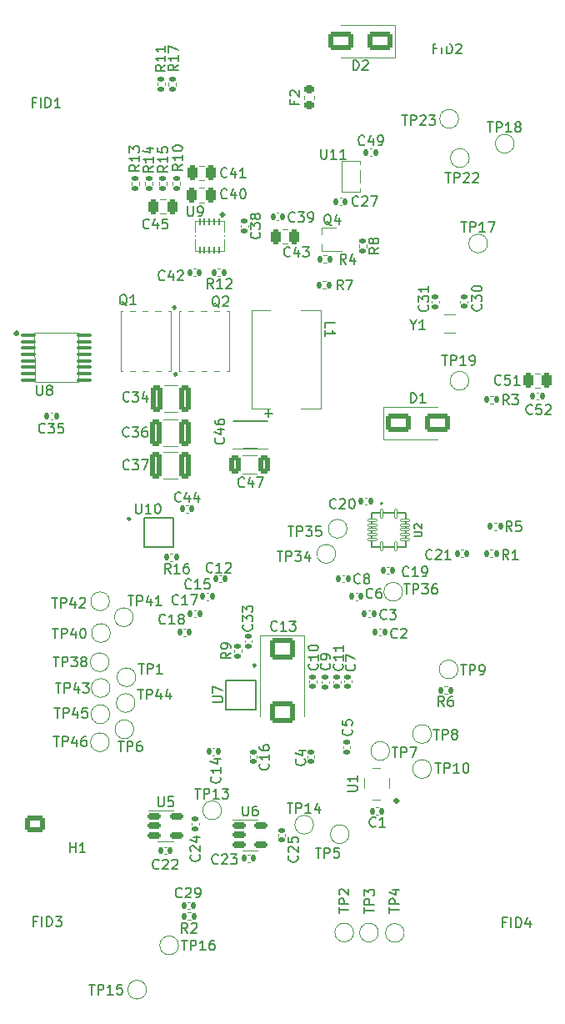
<source format=gto>
G04 #@! TF.GenerationSoftware,KiCad,Pcbnew,8.0.4*
G04 #@! TF.CreationDate,2024-11-26T00:50:50-06:00*
G04 #@! TF.ProjectId,bitaxeUltra,62697461-7865-4556-9c74-72612e6b6963,rev?*
G04 #@! TF.SameCoordinates,Original*
G04 #@! TF.FileFunction,Legend,Top*
G04 #@! TF.FilePolarity,Positive*
%FSLAX46Y46*%
G04 Gerber Fmt 4.6, Leading zero omitted, Abs format (unit mm)*
G04 Created by KiCad (PCBNEW 8.0.4) date 2024-11-26 00:50:50*
%MOMM*%
%LPD*%
G01*
G04 APERTURE LIST*
G04 Aperture macros list*
%AMRoundRect*
0 Rectangle with rounded corners*
0 $1 Rounding radius*
0 $2 $3 $4 $5 $6 $7 $8 $9 X,Y pos of 4 corners*
0 Add a 4 corners polygon primitive as box body*
4,1,4,$2,$3,$4,$5,$6,$7,$8,$9,$2,$3,0*
0 Add four circle primitives for the rounded corners*
1,1,$1+$1,$2,$3*
1,1,$1+$1,$4,$5*
1,1,$1+$1,$6,$7*
1,1,$1+$1,$8,$9*
0 Add four rect primitives between the rounded corners*
20,1,$1+$1,$2,$3,$4,$5,0*
20,1,$1+$1,$4,$5,$6,$7,0*
20,1,$1+$1,$6,$7,$8,$9,0*
20,1,$1+$1,$8,$9,$2,$3,0*%
%AMFreePoly0*
4,1,35,0.005000,-4.560000,0.003536,-4.563536,0.000000,-4.565000,-5.000000,-4.565000,-5.003536,-4.563536,-5.005000,-4.560000,-5.005000,-3.898000,-5.003536,-3.894464,-5.000000,-3.893000,-4.325000,-3.893000,-4.325000,-3.269700,-5.000000,-3.269700,-5.003536,-3.268236,-5.005000,-3.264700,-5.005000,-2.599700,-5.003536,-2.596164,-5.000000,-2.594700,-4.325000,-2.594700,-4.325000,-1.971400,-5.000000,-1.971400,
-5.003536,-1.969936,-5.005000,-1.966400,-5.005000,-1.301400,-5.003536,-1.297864,-5.000000,-1.296400,-4.325000,-1.296400,-4.325000,-0.673100,-5.000000,-0.673100,-5.003536,-0.671636,-5.005000,-0.668100,-5.005000,0.000000,-5.003536,0.003536,-5.000000,0.005000,0.005000,0.005000,0.005000,-4.560000,0.005000,-4.560000,$1*%
%AMFreePoly1*
4,1,45,-0.124646,1.700354,-0.124500,1.700000,-0.124500,1.200500,0.124500,1.200500,0.124500,1.700000,0.124646,1.700354,0.125000,1.700500,0.375000,1.700500,0.375354,1.700354,0.375500,1.700000,0.375500,1.200500,0.825000,1.200500,0.825354,1.200354,0.825500,1.200000,0.825500,-1.200000,0.825354,-1.200354,0.825000,-1.200500,0.375500,-1.200500,0.375500,-1.700000,0.375354,-1.700354,
0.375000,-1.700500,0.125000,-1.700500,0.124646,-1.700354,0.124500,-1.700000,0.124500,-1.200500,-0.124500,-1.200500,-0.124500,-1.700000,-0.124646,-1.700354,-0.125000,-1.700500,-0.375000,-1.700500,-0.375354,-1.700354,-0.375500,-1.700000,-0.375500,-1.200500,-0.825000,-1.200500,-0.825354,-1.200354,-0.825500,-1.200000,-0.825500,1.200000,-0.825354,1.200354,-0.825000,1.200500,-0.375500,1.200500,
-0.375500,1.700000,-0.375354,1.700354,-0.375000,1.700500,-0.125000,1.700500,-0.124646,1.700354,-0.124646,1.700354,$1*%
G04 Aperture macros list end*
%ADD10C,0.150000*%
%ADD11C,0.120000*%
%ADD12C,0.100000*%
%ADD13C,0.310599*%
%ADD14C,0.254165*%
%ADD15C,0.127000*%
%ADD16C,0.200000*%
%ADD17C,0.280227*%
%ADD18C,0.306982*%
%ADD19C,0.313180*%
%ADD20RoundRect,0.250000X0.250000X0.475000X-0.250000X0.475000X-0.250000X-0.475000X0.250000X-0.475000X0*%
%ADD21RoundRect,0.140000X0.140000X0.170000X-0.140000X0.170000X-0.140000X-0.170000X0.140000X-0.170000X0*%
%ADD22RoundRect,0.250000X-1.000000X-0.650000X1.000000X-0.650000X1.000000X0.650000X-1.000000X0.650000X0*%
%ADD23RoundRect,0.100000X-0.637500X-0.100000X0.637500X-0.100000X0.637500X0.100000X-0.637500X0.100000X0*%
%ADD24RoundRect,0.140000X-0.170000X0.140000X-0.170000X-0.140000X0.170000X-0.140000X0.170000X0.140000X0*%
%ADD25RoundRect,0.135000X0.185000X-0.135000X0.185000X0.135000X-0.185000X0.135000X-0.185000X-0.135000X0*%
%ADD26C,2.000000*%
%ADD27RoundRect,0.135000X-0.185000X0.135000X-0.185000X-0.135000X0.185000X-0.135000X0.185000X0.135000X0*%
%ADD28RoundRect,0.135000X0.135000X0.185000X-0.135000X0.185000X-0.135000X-0.185000X0.135000X-0.185000X0*%
%ADD29C,1.500000*%
%ADD30R,0.700000X0.450000*%
%ADD31C,3.000000*%
%ADD32RoundRect,0.250000X-0.250000X-0.475000X0.250000X-0.475000X0.250000X0.475000X-0.250000X0.475000X0*%
%ADD33R,1.168400X1.600200*%
%ADD34RoundRect,0.150000X-0.512500X-0.150000X0.512500X-0.150000X0.512500X0.150000X-0.512500X0.150000X0*%
%ADD35C,3.500000*%
%ADD36RoundRect,0.250000X1.000000X0.650000X-1.000000X0.650000X-1.000000X-0.650000X1.000000X-0.650000X0*%
%ADD37RoundRect,0.140000X0.170000X-0.140000X0.170000X0.140000X-0.170000X0.140000X-0.170000X-0.140000X0*%
%ADD38R,0.400000X1.100000*%
%ADD39RoundRect,0.140000X-0.140000X-0.170000X0.140000X-0.170000X0.140000X0.170000X-0.140000X0.170000X0*%
%ADD40C,0.800000*%
%ADD41C,6.000000*%
%ADD42RoundRect,0.007800X-0.122200X0.442200X-0.122200X-0.442200X0.122200X-0.442200X0.122200X0.442200X0*%
%ADD43RoundRect,0.007800X-0.442200X-0.122200X0.442200X-0.122200X0.442200X0.122200X-0.442200X0.122200X0*%
%ADD44R,2.050000X2.050000*%
%ADD45R,3.100000X2.000000*%
%ADD46R,1.100000X0.400000*%
%ADD47RoundRect,0.250000X-1.025000X0.875000X-1.025000X-0.875000X1.025000X-0.875000X1.025000X0.875000X0*%
%ADD48R,0.700000X0.800000*%
%ADD49FreePoly0,270.000000*%
%ADD50RoundRect,0.135000X-0.135000X-0.185000X0.135000X-0.185000X0.135000X0.185000X-0.135000X0.185000X0*%
%ADD51RoundRect,0.050000X-0.070000X0.250000X-0.070000X-0.250000X0.070000X-0.250000X0.070000X0.250000X0*%
%ADD52C,0.400000*%
%ADD53FreePoly1,270.000000*%
%ADD54R,1.600000X2.700000*%
%ADD55FreePoly0,90.000000*%
%ADD56RoundRect,0.250000X-0.325000X-1.100000X0.325000X-1.100000X0.325000X1.100000X-0.325000X1.100000X0*%
%ADD57R,1.100000X1.300000*%
%ADD58RoundRect,0.218750X0.256250X-0.218750X0.256250X0.218750X-0.256250X0.218750X-0.256250X-0.218750X0*%
%ADD59RoundRect,0.250000X0.325000X0.650000X-0.325000X0.650000X-0.325000X-0.650000X0.325000X-0.650000X0*%
%ADD60R,0.952500X0.558800*%
%ADD61C,1.295400*%
%ADD62C,1.574800*%
%ADD63R,1.700000X1.700000*%
%ADD64O,1.700000X1.700000*%
%ADD65C,0.650000*%
%ADD66O,1.800000X1.000000*%
%ADD67O,2.100000X1.000000*%
%ADD68C,0.990600*%
%ADD69C,1.600000*%
%ADD70C,1.800000*%
%ADD71C,0.900000*%
%ADD72RoundRect,0.250000X-0.750000X0.600000X-0.750000X-0.600000X0.750000X-0.600000X0.750000X0.600000X0*%
%ADD73O,2.000000X1.700000*%
G04 APERTURE END LIST*
D10*
X106387142Y-71439580D02*
X106339523Y-71487200D01*
X106339523Y-71487200D02*
X106196666Y-71534819D01*
X106196666Y-71534819D02*
X106101428Y-71534819D01*
X106101428Y-71534819D02*
X105958571Y-71487200D01*
X105958571Y-71487200D02*
X105863333Y-71391961D01*
X105863333Y-71391961D02*
X105815714Y-71296723D01*
X105815714Y-71296723D02*
X105768095Y-71106247D01*
X105768095Y-71106247D02*
X105768095Y-70963390D01*
X105768095Y-70963390D02*
X105815714Y-70772914D01*
X105815714Y-70772914D02*
X105863333Y-70677676D01*
X105863333Y-70677676D02*
X105958571Y-70582438D01*
X105958571Y-70582438D02*
X106101428Y-70534819D01*
X106101428Y-70534819D02*
X106196666Y-70534819D01*
X106196666Y-70534819D02*
X106339523Y-70582438D01*
X106339523Y-70582438D02*
X106387142Y-70630057D01*
X107244285Y-70868152D02*
X107244285Y-71534819D01*
X107006190Y-70487200D02*
X106768095Y-71201485D01*
X106768095Y-71201485D02*
X107387142Y-71201485D01*
X107672857Y-70534819D02*
X108291904Y-70534819D01*
X108291904Y-70534819D02*
X107958571Y-70915771D01*
X107958571Y-70915771D02*
X108101428Y-70915771D01*
X108101428Y-70915771D02*
X108196666Y-70963390D01*
X108196666Y-70963390D02*
X108244285Y-71011009D01*
X108244285Y-71011009D02*
X108291904Y-71106247D01*
X108291904Y-71106247D02*
X108291904Y-71344342D01*
X108291904Y-71344342D02*
X108244285Y-71439580D01*
X108244285Y-71439580D02*
X108196666Y-71487200D01*
X108196666Y-71487200D02*
X108101428Y-71534819D01*
X108101428Y-71534819D02*
X107815714Y-71534819D01*
X107815714Y-71534819D02*
X107720476Y-71487200D01*
X107720476Y-71487200D02*
X107672857Y-71439580D01*
X118437142Y-103899580D02*
X118389523Y-103947200D01*
X118389523Y-103947200D02*
X118246666Y-103994819D01*
X118246666Y-103994819D02*
X118151428Y-103994819D01*
X118151428Y-103994819D02*
X118008571Y-103947200D01*
X118008571Y-103947200D02*
X117913333Y-103851961D01*
X117913333Y-103851961D02*
X117865714Y-103756723D01*
X117865714Y-103756723D02*
X117818095Y-103566247D01*
X117818095Y-103566247D02*
X117818095Y-103423390D01*
X117818095Y-103423390D02*
X117865714Y-103232914D01*
X117865714Y-103232914D02*
X117913333Y-103137676D01*
X117913333Y-103137676D02*
X118008571Y-103042438D01*
X118008571Y-103042438D02*
X118151428Y-102994819D01*
X118151428Y-102994819D02*
X118246666Y-102994819D01*
X118246666Y-102994819D02*
X118389523Y-103042438D01*
X118389523Y-103042438D02*
X118437142Y-103090057D01*
X119389523Y-103994819D02*
X118818095Y-103994819D01*
X119103809Y-103994819D02*
X119103809Y-102994819D01*
X119103809Y-102994819D02*
X119008571Y-103137676D01*
X119008571Y-103137676D02*
X118913333Y-103232914D01*
X118913333Y-103232914D02*
X118818095Y-103280533D01*
X119865714Y-103994819D02*
X120056190Y-103994819D01*
X120056190Y-103994819D02*
X120151428Y-103947200D01*
X120151428Y-103947200D02*
X120199047Y-103899580D01*
X120199047Y-103899580D02*
X120294285Y-103756723D01*
X120294285Y-103756723D02*
X120341904Y-103566247D01*
X120341904Y-103566247D02*
X120341904Y-103185295D01*
X120341904Y-103185295D02*
X120294285Y-103090057D01*
X120294285Y-103090057D02*
X120246666Y-103042438D01*
X120246666Y-103042438D02*
X120151428Y-102994819D01*
X120151428Y-102994819D02*
X119960952Y-102994819D01*
X119960952Y-102994819D02*
X119865714Y-103042438D01*
X119865714Y-103042438D02*
X119818095Y-103090057D01*
X119818095Y-103090057D02*
X119770476Y-103185295D01*
X119770476Y-103185295D02*
X119770476Y-103423390D01*
X119770476Y-103423390D02*
X119818095Y-103518628D01*
X119818095Y-103518628D02*
X119865714Y-103566247D01*
X119865714Y-103566247D02*
X119960952Y-103613866D01*
X119960952Y-103613866D02*
X120151428Y-103613866D01*
X120151428Y-103613866D02*
X120246666Y-103566247D01*
X120246666Y-103566247D02*
X120294285Y-103518628D01*
X120294285Y-103518628D02*
X120341904Y-103423390D01*
X118641905Y-86346819D02*
X118641905Y-85346819D01*
X118641905Y-85346819D02*
X118880000Y-85346819D01*
X118880000Y-85346819D02*
X119022857Y-85394438D01*
X119022857Y-85394438D02*
X119118095Y-85489676D01*
X119118095Y-85489676D02*
X119165714Y-85584914D01*
X119165714Y-85584914D02*
X119213333Y-85775390D01*
X119213333Y-85775390D02*
X119213333Y-85918247D01*
X119213333Y-85918247D02*
X119165714Y-86108723D01*
X119165714Y-86108723D02*
X119118095Y-86203961D01*
X119118095Y-86203961D02*
X119022857Y-86299200D01*
X119022857Y-86299200D02*
X118880000Y-86346819D01*
X118880000Y-86346819D02*
X118641905Y-86346819D01*
X120165714Y-86346819D02*
X119594286Y-86346819D01*
X119880000Y-86346819D02*
X119880000Y-85346819D01*
X119880000Y-85346819D02*
X119784762Y-85489676D01*
X119784762Y-85489676D02*
X119689524Y-85584914D01*
X119689524Y-85584914D02*
X119594286Y-85632533D01*
X80648095Y-84584819D02*
X80648095Y-85394342D01*
X80648095Y-85394342D02*
X80695714Y-85489580D01*
X80695714Y-85489580D02*
X80743333Y-85537200D01*
X80743333Y-85537200D02*
X80838571Y-85584819D01*
X80838571Y-85584819D02*
X81029047Y-85584819D01*
X81029047Y-85584819D02*
X81124285Y-85537200D01*
X81124285Y-85537200D02*
X81171904Y-85489580D01*
X81171904Y-85489580D02*
X81219523Y-85394342D01*
X81219523Y-85394342D02*
X81219523Y-84584819D01*
X81838571Y-85013390D02*
X81743333Y-84965771D01*
X81743333Y-84965771D02*
X81695714Y-84918152D01*
X81695714Y-84918152D02*
X81648095Y-84822914D01*
X81648095Y-84822914D02*
X81648095Y-84775295D01*
X81648095Y-84775295D02*
X81695714Y-84680057D01*
X81695714Y-84680057D02*
X81743333Y-84632438D01*
X81743333Y-84632438D02*
X81838571Y-84584819D01*
X81838571Y-84584819D02*
X82029047Y-84584819D01*
X82029047Y-84584819D02*
X82124285Y-84632438D01*
X82124285Y-84632438D02*
X82171904Y-84680057D01*
X82171904Y-84680057D02*
X82219523Y-84775295D01*
X82219523Y-84775295D02*
X82219523Y-84822914D01*
X82219523Y-84822914D02*
X82171904Y-84918152D01*
X82171904Y-84918152D02*
X82124285Y-84965771D01*
X82124285Y-84965771D02*
X82029047Y-85013390D01*
X82029047Y-85013390D02*
X81838571Y-85013390D01*
X81838571Y-85013390D02*
X81743333Y-85061009D01*
X81743333Y-85061009D02*
X81695714Y-85108628D01*
X81695714Y-85108628D02*
X81648095Y-85203866D01*
X81648095Y-85203866D02*
X81648095Y-85394342D01*
X81648095Y-85394342D02*
X81695714Y-85489580D01*
X81695714Y-85489580D02*
X81743333Y-85537200D01*
X81743333Y-85537200D02*
X81838571Y-85584819D01*
X81838571Y-85584819D02*
X82029047Y-85584819D01*
X82029047Y-85584819D02*
X82124285Y-85537200D01*
X82124285Y-85537200D02*
X82171904Y-85489580D01*
X82171904Y-85489580D02*
X82219523Y-85394342D01*
X82219523Y-85394342D02*
X82219523Y-85203866D01*
X82219523Y-85203866D02*
X82171904Y-85108628D01*
X82171904Y-85108628D02*
X82124285Y-85061009D01*
X82124285Y-85061009D02*
X82029047Y-85013390D01*
X112932380Y-112942666D02*
X112980000Y-112990285D01*
X112980000Y-112990285D02*
X113027619Y-113133142D01*
X113027619Y-113133142D02*
X113027619Y-113228380D01*
X113027619Y-113228380D02*
X112980000Y-113371237D01*
X112980000Y-113371237D02*
X112884761Y-113466475D01*
X112884761Y-113466475D02*
X112789523Y-113514094D01*
X112789523Y-113514094D02*
X112599047Y-113561713D01*
X112599047Y-113561713D02*
X112456190Y-113561713D01*
X112456190Y-113561713D02*
X112265714Y-113514094D01*
X112265714Y-113514094D02*
X112170476Y-113466475D01*
X112170476Y-113466475D02*
X112075238Y-113371237D01*
X112075238Y-113371237D02*
X112027619Y-113228380D01*
X112027619Y-113228380D02*
X112027619Y-113133142D01*
X112027619Y-113133142D02*
X112075238Y-112990285D01*
X112075238Y-112990285D02*
X112122857Y-112942666D01*
X112027619Y-112609332D02*
X112027619Y-111942666D01*
X112027619Y-111942666D02*
X113027619Y-112371237D01*
X95014819Y-52042857D02*
X94538628Y-52376190D01*
X95014819Y-52614285D02*
X94014819Y-52614285D01*
X94014819Y-52614285D02*
X94014819Y-52233333D01*
X94014819Y-52233333D02*
X94062438Y-52138095D01*
X94062438Y-52138095D02*
X94110057Y-52090476D01*
X94110057Y-52090476D02*
X94205295Y-52042857D01*
X94205295Y-52042857D02*
X94348152Y-52042857D01*
X94348152Y-52042857D02*
X94443390Y-52090476D01*
X94443390Y-52090476D02*
X94491009Y-52138095D01*
X94491009Y-52138095D02*
X94538628Y-52233333D01*
X94538628Y-52233333D02*
X94538628Y-52614285D01*
X95014819Y-51090476D02*
X95014819Y-51661904D01*
X95014819Y-51376190D02*
X94014819Y-51376190D01*
X94014819Y-51376190D02*
X94157676Y-51471428D01*
X94157676Y-51471428D02*
X94252914Y-51566666D01*
X94252914Y-51566666D02*
X94300533Y-51661904D01*
X94014819Y-50757142D02*
X94014819Y-50090476D01*
X94014819Y-50090476D02*
X95014819Y-50519047D01*
X121300571Y-50400009D02*
X120967238Y-50400009D01*
X120967238Y-50923819D02*
X120967238Y-49923819D01*
X120967238Y-49923819D02*
X121443428Y-49923819D01*
X121824381Y-50923819D02*
X121824381Y-49923819D01*
X122300571Y-50923819D02*
X122300571Y-49923819D01*
X122300571Y-49923819D02*
X122538666Y-49923819D01*
X122538666Y-49923819D02*
X122681523Y-49971438D01*
X122681523Y-49971438D02*
X122776761Y-50066676D01*
X122776761Y-50066676D02*
X122824380Y-50161914D01*
X122824380Y-50161914D02*
X122871999Y-50352390D01*
X122871999Y-50352390D02*
X122871999Y-50495247D01*
X122871999Y-50495247D02*
X122824380Y-50685723D01*
X122824380Y-50685723D02*
X122776761Y-50780961D01*
X122776761Y-50780961D02*
X122681523Y-50876200D01*
X122681523Y-50876200D02*
X122538666Y-50923819D01*
X122538666Y-50923819D02*
X122300571Y-50923819D01*
X123252952Y-50019057D02*
X123300571Y-49971438D01*
X123300571Y-49971438D02*
X123395809Y-49923819D01*
X123395809Y-49923819D02*
X123633904Y-49923819D01*
X123633904Y-49923819D02*
X123729142Y-49971438D01*
X123729142Y-49971438D02*
X123776761Y-50019057D01*
X123776761Y-50019057D02*
X123824380Y-50114295D01*
X123824380Y-50114295D02*
X123824380Y-50209533D01*
X123824380Y-50209533D02*
X123776761Y-50352390D01*
X123776761Y-50352390D02*
X123205333Y-50923819D01*
X123205333Y-50923819D02*
X123824380Y-50923819D01*
X128330571Y-139104009D02*
X127997238Y-139104009D01*
X127997238Y-139627819D02*
X127997238Y-138627819D01*
X127997238Y-138627819D02*
X128473428Y-138627819D01*
X128854381Y-139627819D02*
X128854381Y-138627819D01*
X129330571Y-139627819D02*
X129330571Y-138627819D01*
X129330571Y-138627819D02*
X129568666Y-138627819D01*
X129568666Y-138627819D02*
X129711523Y-138675438D01*
X129711523Y-138675438D02*
X129806761Y-138770676D01*
X129806761Y-138770676D02*
X129854380Y-138865914D01*
X129854380Y-138865914D02*
X129901999Y-139056390D01*
X129901999Y-139056390D02*
X129901999Y-139199247D01*
X129901999Y-139199247D02*
X129854380Y-139389723D01*
X129854380Y-139389723D02*
X129806761Y-139484961D01*
X129806761Y-139484961D02*
X129711523Y-139580200D01*
X129711523Y-139580200D02*
X129568666Y-139627819D01*
X129568666Y-139627819D02*
X129330571Y-139627819D01*
X130759142Y-138961152D02*
X130759142Y-139627819D01*
X130521047Y-138580200D02*
X130282952Y-139294485D01*
X130282952Y-139294485D02*
X130901999Y-139294485D01*
X91074819Y-62222857D02*
X90598628Y-62556190D01*
X91074819Y-62794285D02*
X90074819Y-62794285D01*
X90074819Y-62794285D02*
X90074819Y-62413333D01*
X90074819Y-62413333D02*
X90122438Y-62318095D01*
X90122438Y-62318095D02*
X90170057Y-62270476D01*
X90170057Y-62270476D02*
X90265295Y-62222857D01*
X90265295Y-62222857D02*
X90408152Y-62222857D01*
X90408152Y-62222857D02*
X90503390Y-62270476D01*
X90503390Y-62270476D02*
X90551009Y-62318095D01*
X90551009Y-62318095D02*
X90598628Y-62413333D01*
X90598628Y-62413333D02*
X90598628Y-62794285D01*
X91074819Y-61270476D02*
X91074819Y-61841904D01*
X91074819Y-61556190D02*
X90074819Y-61556190D01*
X90074819Y-61556190D02*
X90217676Y-61651428D01*
X90217676Y-61651428D02*
X90312914Y-61746666D01*
X90312914Y-61746666D02*
X90360533Y-61841904D01*
X90074819Y-60937142D02*
X90074819Y-60318095D01*
X90074819Y-60318095D02*
X90455771Y-60651428D01*
X90455771Y-60651428D02*
X90455771Y-60508571D01*
X90455771Y-60508571D02*
X90503390Y-60413333D01*
X90503390Y-60413333D02*
X90551009Y-60365714D01*
X90551009Y-60365714D02*
X90646247Y-60318095D01*
X90646247Y-60318095D02*
X90884342Y-60318095D01*
X90884342Y-60318095D02*
X90979580Y-60365714D01*
X90979580Y-60365714D02*
X91027200Y-60413333D01*
X91027200Y-60413333D02*
X91074819Y-60508571D01*
X91074819Y-60508571D02*
X91074819Y-60794285D01*
X91074819Y-60794285D02*
X91027200Y-60889523D01*
X91027200Y-60889523D02*
X90979580Y-60937142D01*
X80654571Y-139000009D02*
X80321238Y-139000009D01*
X80321238Y-139523819D02*
X80321238Y-138523819D01*
X80321238Y-138523819D02*
X80797428Y-138523819D01*
X81178381Y-139523819D02*
X81178381Y-138523819D01*
X81654571Y-139523819D02*
X81654571Y-138523819D01*
X81654571Y-138523819D02*
X81892666Y-138523819D01*
X81892666Y-138523819D02*
X82035523Y-138571438D01*
X82035523Y-138571438D02*
X82130761Y-138666676D01*
X82130761Y-138666676D02*
X82178380Y-138761914D01*
X82178380Y-138761914D02*
X82225999Y-138952390D01*
X82225999Y-138952390D02*
X82225999Y-139095247D01*
X82225999Y-139095247D02*
X82178380Y-139285723D01*
X82178380Y-139285723D02*
X82130761Y-139380961D01*
X82130761Y-139380961D02*
X82035523Y-139476200D01*
X82035523Y-139476200D02*
X81892666Y-139523819D01*
X81892666Y-139523819D02*
X81654571Y-139523819D01*
X82559333Y-138523819D02*
X83178380Y-138523819D01*
X83178380Y-138523819D02*
X82845047Y-138904771D01*
X82845047Y-138904771D02*
X82987904Y-138904771D01*
X82987904Y-138904771D02*
X83083142Y-138952390D01*
X83083142Y-138952390D02*
X83130761Y-139000009D01*
X83130761Y-139000009D02*
X83178380Y-139095247D01*
X83178380Y-139095247D02*
X83178380Y-139333342D01*
X83178380Y-139333342D02*
X83130761Y-139428580D01*
X83130761Y-139428580D02*
X83083142Y-139476200D01*
X83083142Y-139476200D02*
X82987904Y-139523819D01*
X82987904Y-139523819D02*
X82702190Y-139523819D01*
X82702190Y-139523819D02*
X82606952Y-139476200D01*
X82606952Y-139476200D02*
X82559333Y-139428580D01*
X122040333Y-117178819D02*
X121707000Y-116702628D01*
X121468905Y-117178819D02*
X121468905Y-116178819D01*
X121468905Y-116178819D02*
X121849857Y-116178819D01*
X121849857Y-116178819D02*
X121945095Y-116226438D01*
X121945095Y-116226438D02*
X121992714Y-116274057D01*
X121992714Y-116274057D02*
X122040333Y-116369295D01*
X122040333Y-116369295D02*
X122040333Y-116512152D01*
X122040333Y-116512152D02*
X121992714Y-116607390D01*
X121992714Y-116607390D02*
X121945095Y-116655009D01*
X121945095Y-116655009D02*
X121849857Y-116702628D01*
X121849857Y-116702628D02*
X121468905Y-116702628D01*
X122897476Y-116178819D02*
X122707000Y-116178819D01*
X122707000Y-116178819D02*
X122611762Y-116226438D01*
X122611762Y-116226438D02*
X122564143Y-116274057D01*
X122564143Y-116274057D02*
X122468905Y-116416914D01*
X122468905Y-116416914D02*
X122421286Y-116607390D01*
X122421286Y-116607390D02*
X122421286Y-116988342D01*
X122421286Y-116988342D02*
X122468905Y-117083580D01*
X122468905Y-117083580D02*
X122516524Y-117131200D01*
X122516524Y-117131200D02*
X122611762Y-117178819D01*
X122611762Y-117178819D02*
X122802238Y-117178819D01*
X122802238Y-117178819D02*
X122897476Y-117131200D01*
X122897476Y-117131200D02*
X122945095Y-117083580D01*
X122945095Y-117083580D02*
X122992714Y-116988342D01*
X122992714Y-116988342D02*
X122992714Y-116750247D01*
X122992714Y-116750247D02*
X122945095Y-116655009D01*
X122945095Y-116655009D02*
X122897476Y-116607390D01*
X122897476Y-116607390D02*
X122802238Y-116559771D01*
X122802238Y-116559771D02*
X122611762Y-116559771D01*
X122611762Y-116559771D02*
X122516524Y-116607390D01*
X122516524Y-116607390D02*
X122468905Y-116655009D01*
X122468905Y-116655009D02*
X122421286Y-116750247D01*
X115083333Y-129329580D02*
X115035714Y-129377200D01*
X115035714Y-129377200D02*
X114892857Y-129424819D01*
X114892857Y-129424819D02*
X114797619Y-129424819D01*
X114797619Y-129424819D02*
X114654762Y-129377200D01*
X114654762Y-129377200D02*
X114559524Y-129281961D01*
X114559524Y-129281961D02*
X114511905Y-129186723D01*
X114511905Y-129186723D02*
X114464286Y-128996247D01*
X114464286Y-128996247D02*
X114464286Y-128853390D01*
X114464286Y-128853390D02*
X114511905Y-128662914D01*
X114511905Y-128662914D02*
X114559524Y-128567676D01*
X114559524Y-128567676D02*
X114654762Y-128472438D01*
X114654762Y-128472438D02*
X114797619Y-128424819D01*
X114797619Y-128424819D02*
X114892857Y-128424819D01*
X114892857Y-128424819D02*
X115035714Y-128472438D01*
X115035714Y-128472438D02*
X115083333Y-128520057D01*
X116035714Y-129424819D02*
X115464286Y-129424819D01*
X115750000Y-129424819D02*
X115750000Y-128424819D01*
X115750000Y-128424819D02*
X115654762Y-128567676D01*
X115654762Y-128567676D02*
X115559524Y-128662914D01*
X115559524Y-128662914D02*
X115464286Y-128710533D01*
X82335905Y-112154619D02*
X82907333Y-112154619D01*
X82621619Y-113154619D02*
X82621619Y-112154619D01*
X83240667Y-113154619D02*
X83240667Y-112154619D01*
X83240667Y-112154619D02*
X83621619Y-112154619D01*
X83621619Y-112154619D02*
X83716857Y-112202238D01*
X83716857Y-112202238D02*
X83764476Y-112249857D01*
X83764476Y-112249857D02*
X83812095Y-112345095D01*
X83812095Y-112345095D02*
X83812095Y-112487952D01*
X83812095Y-112487952D02*
X83764476Y-112583190D01*
X83764476Y-112583190D02*
X83716857Y-112630809D01*
X83716857Y-112630809D02*
X83621619Y-112678428D01*
X83621619Y-112678428D02*
X83240667Y-112678428D01*
X84145429Y-112154619D02*
X84764476Y-112154619D01*
X84764476Y-112154619D02*
X84431143Y-112535571D01*
X84431143Y-112535571D02*
X84574000Y-112535571D01*
X84574000Y-112535571D02*
X84669238Y-112583190D01*
X84669238Y-112583190D02*
X84716857Y-112630809D01*
X84716857Y-112630809D02*
X84764476Y-112726047D01*
X84764476Y-112726047D02*
X84764476Y-112964142D01*
X84764476Y-112964142D02*
X84716857Y-113059380D01*
X84716857Y-113059380D02*
X84669238Y-113107000D01*
X84669238Y-113107000D02*
X84574000Y-113154619D01*
X84574000Y-113154619D02*
X84288286Y-113154619D01*
X84288286Y-113154619D02*
X84193048Y-113107000D01*
X84193048Y-113107000D02*
X84145429Y-113059380D01*
X85335905Y-112583190D02*
X85240667Y-112535571D01*
X85240667Y-112535571D02*
X85193048Y-112487952D01*
X85193048Y-112487952D02*
X85145429Y-112392714D01*
X85145429Y-112392714D02*
X85145429Y-112345095D01*
X85145429Y-112345095D02*
X85193048Y-112249857D01*
X85193048Y-112249857D02*
X85240667Y-112202238D01*
X85240667Y-112202238D02*
X85335905Y-112154619D01*
X85335905Y-112154619D02*
X85526381Y-112154619D01*
X85526381Y-112154619D02*
X85621619Y-112202238D01*
X85621619Y-112202238D02*
X85669238Y-112249857D01*
X85669238Y-112249857D02*
X85716857Y-112345095D01*
X85716857Y-112345095D02*
X85716857Y-112392714D01*
X85716857Y-112392714D02*
X85669238Y-112487952D01*
X85669238Y-112487952D02*
X85621619Y-112535571D01*
X85621619Y-112535571D02*
X85526381Y-112583190D01*
X85526381Y-112583190D02*
X85335905Y-112583190D01*
X85335905Y-112583190D02*
X85240667Y-112630809D01*
X85240667Y-112630809D02*
X85193048Y-112678428D01*
X85193048Y-112678428D02*
X85145429Y-112773666D01*
X85145429Y-112773666D02*
X85145429Y-112964142D01*
X85145429Y-112964142D02*
X85193048Y-113059380D01*
X85193048Y-113059380D02*
X85240667Y-113107000D01*
X85240667Y-113107000D02*
X85335905Y-113154619D01*
X85335905Y-113154619D02*
X85526381Y-113154619D01*
X85526381Y-113154619D02*
X85621619Y-113107000D01*
X85621619Y-113107000D02*
X85669238Y-113059380D01*
X85669238Y-113059380D02*
X85716857Y-112964142D01*
X85716857Y-112964142D02*
X85716857Y-112773666D01*
X85716857Y-112773666D02*
X85669238Y-112678428D01*
X85669238Y-112678428D02*
X85621619Y-112630809D01*
X85621619Y-112630809D02*
X85526381Y-112583190D01*
X110584761Y-68330057D02*
X110489523Y-68282438D01*
X110489523Y-68282438D02*
X110394285Y-68187200D01*
X110394285Y-68187200D02*
X110251428Y-68044342D01*
X110251428Y-68044342D02*
X110156190Y-67996723D01*
X110156190Y-67996723D02*
X110060952Y-67996723D01*
X110108571Y-68234819D02*
X110013333Y-68187200D01*
X110013333Y-68187200D02*
X109918095Y-68091961D01*
X109918095Y-68091961D02*
X109870476Y-67901485D01*
X109870476Y-67901485D02*
X109870476Y-67568152D01*
X109870476Y-67568152D02*
X109918095Y-67377676D01*
X109918095Y-67377676D02*
X110013333Y-67282438D01*
X110013333Y-67282438D02*
X110108571Y-67234819D01*
X110108571Y-67234819D02*
X110299047Y-67234819D01*
X110299047Y-67234819D02*
X110394285Y-67282438D01*
X110394285Y-67282438D02*
X110489523Y-67377676D01*
X110489523Y-67377676D02*
X110537142Y-67568152D01*
X110537142Y-67568152D02*
X110537142Y-67901485D01*
X110537142Y-67901485D02*
X110489523Y-68091961D01*
X110489523Y-68091961D02*
X110394285Y-68187200D01*
X110394285Y-68187200D02*
X110299047Y-68234819D01*
X110299047Y-68234819D02*
X110108571Y-68234819D01*
X111394285Y-67568152D02*
X111394285Y-68234819D01*
X111156190Y-67187200D02*
X110918095Y-67901485D01*
X110918095Y-67901485D02*
X111537142Y-67901485D01*
X99974142Y-63404380D02*
X99926523Y-63452000D01*
X99926523Y-63452000D02*
X99783666Y-63499619D01*
X99783666Y-63499619D02*
X99688428Y-63499619D01*
X99688428Y-63499619D02*
X99545571Y-63452000D01*
X99545571Y-63452000D02*
X99450333Y-63356761D01*
X99450333Y-63356761D02*
X99402714Y-63261523D01*
X99402714Y-63261523D02*
X99355095Y-63071047D01*
X99355095Y-63071047D02*
X99355095Y-62928190D01*
X99355095Y-62928190D02*
X99402714Y-62737714D01*
X99402714Y-62737714D02*
X99450333Y-62642476D01*
X99450333Y-62642476D02*
X99545571Y-62547238D01*
X99545571Y-62547238D02*
X99688428Y-62499619D01*
X99688428Y-62499619D02*
X99783666Y-62499619D01*
X99783666Y-62499619D02*
X99926523Y-62547238D01*
X99926523Y-62547238D02*
X99974142Y-62594857D01*
X100831285Y-62832952D02*
X100831285Y-63499619D01*
X100593190Y-62452000D02*
X100355095Y-63166285D01*
X100355095Y-63166285D02*
X100974142Y-63166285D01*
X101878904Y-63499619D02*
X101307476Y-63499619D01*
X101593190Y-63499619D02*
X101593190Y-62499619D01*
X101593190Y-62499619D02*
X101497952Y-62642476D01*
X101497952Y-62642476D02*
X101402714Y-62737714D01*
X101402714Y-62737714D02*
X101307476Y-62785333D01*
X121819905Y-81533819D02*
X122391333Y-81533819D01*
X122105619Y-82533819D02*
X122105619Y-81533819D01*
X122724667Y-82533819D02*
X122724667Y-81533819D01*
X122724667Y-81533819D02*
X123105619Y-81533819D01*
X123105619Y-81533819D02*
X123200857Y-81581438D01*
X123200857Y-81581438D02*
X123248476Y-81629057D01*
X123248476Y-81629057D02*
X123296095Y-81724295D01*
X123296095Y-81724295D02*
X123296095Y-81867152D01*
X123296095Y-81867152D02*
X123248476Y-81962390D01*
X123248476Y-81962390D02*
X123200857Y-82010009D01*
X123200857Y-82010009D02*
X123105619Y-82057628D01*
X123105619Y-82057628D02*
X122724667Y-82057628D01*
X124248476Y-82533819D02*
X123677048Y-82533819D01*
X123962762Y-82533819D02*
X123962762Y-81533819D01*
X123962762Y-81533819D02*
X123867524Y-81676676D01*
X123867524Y-81676676D02*
X123772286Y-81771914D01*
X123772286Y-81771914D02*
X123677048Y-81819533D01*
X124724667Y-82533819D02*
X124915143Y-82533819D01*
X124915143Y-82533819D02*
X125010381Y-82486200D01*
X125010381Y-82486200D02*
X125058000Y-82438580D01*
X125058000Y-82438580D02*
X125153238Y-82295723D01*
X125153238Y-82295723D02*
X125200857Y-82105247D01*
X125200857Y-82105247D02*
X125200857Y-81724295D01*
X125200857Y-81724295D02*
X125153238Y-81629057D01*
X125153238Y-81629057D02*
X125105619Y-81581438D01*
X125105619Y-81581438D02*
X125010381Y-81533819D01*
X125010381Y-81533819D02*
X124819905Y-81533819D01*
X124819905Y-81533819D02*
X124724667Y-81581438D01*
X124724667Y-81581438D02*
X124677048Y-81629057D01*
X124677048Y-81629057D02*
X124629429Y-81724295D01*
X124629429Y-81724295D02*
X124629429Y-81962390D01*
X124629429Y-81962390D02*
X124677048Y-82057628D01*
X124677048Y-82057628D02*
X124724667Y-82105247D01*
X124724667Y-82105247D02*
X124819905Y-82152866D01*
X124819905Y-82152866D02*
X125010381Y-82152866D01*
X125010381Y-82152866D02*
X125105619Y-82105247D01*
X125105619Y-82105247D02*
X125153238Y-82057628D01*
X125153238Y-82057628D02*
X125200857Y-81962390D01*
X115394819Y-70606666D02*
X114918628Y-70939999D01*
X115394819Y-71178094D02*
X114394819Y-71178094D01*
X114394819Y-71178094D02*
X114394819Y-70797142D01*
X114394819Y-70797142D02*
X114442438Y-70701904D01*
X114442438Y-70701904D02*
X114490057Y-70654285D01*
X114490057Y-70654285D02*
X114585295Y-70606666D01*
X114585295Y-70606666D02*
X114728152Y-70606666D01*
X114728152Y-70606666D02*
X114823390Y-70654285D01*
X114823390Y-70654285D02*
X114871009Y-70701904D01*
X114871009Y-70701904D02*
X114918628Y-70797142D01*
X114918628Y-70797142D02*
X114918628Y-71178094D01*
X114823390Y-70035237D02*
X114775771Y-70130475D01*
X114775771Y-70130475D02*
X114728152Y-70178094D01*
X114728152Y-70178094D02*
X114632914Y-70225713D01*
X114632914Y-70225713D02*
X114585295Y-70225713D01*
X114585295Y-70225713D02*
X114490057Y-70178094D01*
X114490057Y-70178094D02*
X114442438Y-70130475D01*
X114442438Y-70130475D02*
X114394819Y-70035237D01*
X114394819Y-70035237D02*
X114394819Y-69844761D01*
X114394819Y-69844761D02*
X114442438Y-69749523D01*
X114442438Y-69749523D02*
X114490057Y-69701904D01*
X114490057Y-69701904D02*
X114585295Y-69654285D01*
X114585295Y-69654285D02*
X114632914Y-69654285D01*
X114632914Y-69654285D02*
X114728152Y-69701904D01*
X114728152Y-69701904D02*
X114775771Y-69749523D01*
X114775771Y-69749523D02*
X114823390Y-69844761D01*
X114823390Y-69844761D02*
X114823390Y-70035237D01*
X114823390Y-70035237D02*
X114871009Y-70130475D01*
X114871009Y-70130475D02*
X114918628Y-70178094D01*
X114918628Y-70178094D02*
X115013866Y-70225713D01*
X115013866Y-70225713D02*
X115204342Y-70225713D01*
X115204342Y-70225713D02*
X115299580Y-70178094D01*
X115299580Y-70178094D02*
X115347200Y-70130475D01*
X115347200Y-70130475D02*
X115394819Y-70035237D01*
X115394819Y-70035237D02*
X115394819Y-69844761D01*
X115394819Y-69844761D02*
X115347200Y-69749523D01*
X115347200Y-69749523D02*
X115299580Y-69701904D01*
X115299580Y-69701904D02*
X115204342Y-69654285D01*
X115204342Y-69654285D02*
X115013866Y-69654285D01*
X115013866Y-69654285D02*
X114918628Y-69701904D01*
X114918628Y-69701904D02*
X114871009Y-69749523D01*
X114871009Y-69749523D02*
X114823390Y-69844761D01*
X116173333Y-108249580D02*
X116125714Y-108297200D01*
X116125714Y-108297200D02*
X115982857Y-108344819D01*
X115982857Y-108344819D02*
X115887619Y-108344819D01*
X115887619Y-108344819D02*
X115744762Y-108297200D01*
X115744762Y-108297200D02*
X115649524Y-108201961D01*
X115649524Y-108201961D02*
X115601905Y-108106723D01*
X115601905Y-108106723D02*
X115554286Y-107916247D01*
X115554286Y-107916247D02*
X115554286Y-107773390D01*
X115554286Y-107773390D02*
X115601905Y-107582914D01*
X115601905Y-107582914D02*
X115649524Y-107487676D01*
X115649524Y-107487676D02*
X115744762Y-107392438D01*
X115744762Y-107392438D02*
X115887619Y-107344819D01*
X115887619Y-107344819D02*
X115982857Y-107344819D01*
X115982857Y-107344819D02*
X116125714Y-107392438D01*
X116125714Y-107392438D02*
X116173333Y-107440057D01*
X116506667Y-107344819D02*
X117125714Y-107344819D01*
X117125714Y-107344819D02*
X116792381Y-107725771D01*
X116792381Y-107725771D02*
X116935238Y-107725771D01*
X116935238Y-107725771D02*
X117030476Y-107773390D01*
X117030476Y-107773390D02*
X117078095Y-107821009D01*
X117078095Y-107821009D02*
X117125714Y-107916247D01*
X117125714Y-107916247D02*
X117125714Y-108154342D01*
X117125714Y-108154342D02*
X117078095Y-108249580D01*
X117078095Y-108249580D02*
X117030476Y-108297200D01*
X117030476Y-108297200D02*
X116935238Y-108344819D01*
X116935238Y-108344819D02*
X116649524Y-108344819D01*
X116649524Y-108344819D02*
X116554286Y-108297200D01*
X116554286Y-108297200D02*
X116506667Y-108249580D01*
X128935333Y-99403819D02*
X128602000Y-98927628D01*
X128363905Y-99403819D02*
X128363905Y-98403819D01*
X128363905Y-98403819D02*
X128744857Y-98403819D01*
X128744857Y-98403819D02*
X128840095Y-98451438D01*
X128840095Y-98451438D02*
X128887714Y-98499057D01*
X128887714Y-98499057D02*
X128935333Y-98594295D01*
X128935333Y-98594295D02*
X128935333Y-98737152D01*
X128935333Y-98737152D02*
X128887714Y-98832390D01*
X128887714Y-98832390D02*
X128840095Y-98880009D01*
X128840095Y-98880009D02*
X128744857Y-98927628D01*
X128744857Y-98927628D02*
X128363905Y-98927628D01*
X129840095Y-98403819D02*
X129363905Y-98403819D01*
X129363905Y-98403819D02*
X129316286Y-98880009D01*
X129316286Y-98880009D02*
X129363905Y-98832390D01*
X129363905Y-98832390D02*
X129459143Y-98784771D01*
X129459143Y-98784771D02*
X129697238Y-98784771D01*
X129697238Y-98784771D02*
X129792476Y-98832390D01*
X129792476Y-98832390D02*
X129840095Y-98880009D01*
X129840095Y-98880009D02*
X129887714Y-98975247D01*
X129887714Y-98975247D02*
X129887714Y-99213342D01*
X129887714Y-99213342D02*
X129840095Y-99308580D01*
X129840095Y-99308580D02*
X129792476Y-99356200D01*
X129792476Y-99356200D02*
X129697238Y-99403819D01*
X129697238Y-99403819D02*
X129459143Y-99403819D01*
X129459143Y-99403819D02*
X129363905Y-99356200D01*
X129363905Y-99356200D02*
X129316286Y-99308580D01*
X103269580Y-69052857D02*
X103317200Y-69100476D01*
X103317200Y-69100476D02*
X103364819Y-69243333D01*
X103364819Y-69243333D02*
X103364819Y-69338571D01*
X103364819Y-69338571D02*
X103317200Y-69481428D01*
X103317200Y-69481428D02*
X103221961Y-69576666D01*
X103221961Y-69576666D02*
X103126723Y-69624285D01*
X103126723Y-69624285D02*
X102936247Y-69671904D01*
X102936247Y-69671904D02*
X102793390Y-69671904D01*
X102793390Y-69671904D02*
X102602914Y-69624285D01*
X102602914Y-69624285D02*
X102507676Y-69576666D01*
X102507676Y-69576666D02*
X102412438Y-69481428D01*
X102412438Y-69481428D02*
X102364819Y-69338571D01*
X102364819Y-69338571D02*
X102364819Y-69243333D01*
X102364819Y-69243333D02*
X102412438Y-69100476D01*
X102412438Y-69100476D02*
X102460057Y-69052857D01*
X102364819Y-68719523D02*
X102364819Y-68100476D01*
X102364819Y-68100476D02*
X102745771Y-68433809D01*
X102745771Y-68433809D02*
X102745771Y-68290952D01*
X102745771Y-68290952D02*
X102793390Y-68195714D01*
X102793390Y-68195714D02*
X102841009Y-68148095D01*
X102841009Y-68148095D02*
X102936247Y-68100476D01*
X102936247Y-68100476D02*
X103174342Y-68100476D01*
X103174342Y-68100476D02*
X103269580Y-68148095D01*
X103269580Y-68148095D02*
X103317200Y-68195714D01*
X103317200Y-68195714D02*
X103364819Y-68290952D01*
X103364819Y-68290952D02*
X103364819Y-68576666D01*
X103364819Y-68576666D02*
X103317200Y-68671904D01*
X103317200Y-68671904D02*
X103269580Y-68719523D01*
X102793390Y-67529047D02*
X102745771Y-67624285D01*
X102745771Y-67624285D02*
X102698152Y-67671904D01*
X102698152Y-67671904D02*
X102602914Y-67719523D01*
X102602914Y-67719523D02*
X102555295Y-67719523D01*
X102555295Y-67719523D02*
X102460057Y-67671904D01*
X102460057Y-67671904D02*
X102412438Y-67624285D01*
X102412438Y-67624285D02*
X102364819Y-67529047D01*
X102364819Y-67529047D02*
X102364819Y-67338571D01*
X102364819Y-67338571D02*
X102412438Y-67243333D01*
X102412438Y-67243333D02*
X102460057Y-67195714D01*
X102460057Y-67195714D02*
X102555295Y-67148095D01*
X102555295Y-67148095D02*
X102602914Y-67148095D01*
X102602914Y-67148095D02*
X102698152Y-67195714D01*
X102698152Y-67195714D02*
X102745771Y-67243333D01*
X102745771Y-67243333D02*
X102793390Y-67338571D01*
X102793390Y-67338571D02*
X102793390Y-67529047D01*
X102793390Y-67529047D02*
X102841009Y-67624285D01*
X102841009Y-67624285D02*
X102888628Y-67671904D01*
X102888628Y-67671904D02*
X102983866Y-67719523D01*
X102983866Y-67719523D02*
X103174342Y-67719523D01*
X103174342Y-67719523D02*
X103269580Y-67671904D01*
X103269580Y-67671904D02*
X103317200Y-67624285D01*
X103317200Y-67624285D02*
X103364819Y-67529047D01*
X103364819Y-67529047D02*
X103364819Y-67338571D01*
X103364819Y-67338571D02*
X103317200Y-67243333D01*
X103317200Y-67243333D02*
X103269580Y-67195714D01*
X103269580Y-67195714D02*
X103174342Y-67148095D01*
X103174342Y-67148095D02*
X102983866Y-67148095D01*
X102983866Y-67148095D02*
X102888628Y-67195714D01*
X102888628Y-67195714D02*
X102841009Y-67243333D01*
X102841009Y-67243333D02*
X102793390Y-67338571D01*
X106186905Y-98901040D02*
X106758333Y-98901040D01*
X106472619Y-99901040D02*
X106472619Y-98901040D01*
X107091667Y-99901040D02*
X107091667Y-98901040D01*
X107091667Y-98901040D02*
X107472619Y-98901040D01*
X107472619Y-98901040D02*
X107567857Y-98948659D01*
X107567857Y-98948659D02*
X107615476Y-98996278D01*
X107615476Y-98996278D02*
X107663095Y-99091516D01*
X107663095Y-99091516D02*
X107663095Y-99234373D01*
X107663095Y-99234373D02*
X107615476Y-99329611D01*
X107615476Y-99329611D02*
X107567857Y-99377230D01*
X107567857Y-99377230D02*
X107472619Y-99424849D01*
X107472619Y-99424849D02*
X107091667Y-99424849D01*
X107996429Y-98901040D02*
X108615476Y-98901040D01*
X108615476Y-98901040D02*
X108282143Y-99281992D01*
X108282143Y-99281992D02*
X108425000Y-99281992D01*
X108425000Y-99281992D02*
X108520238Y-99329611D01*
X108520238Y-99329611D02*
X108567857Y-99377230D01*
X108567857Y-99377230D02*
X108615476Y-99472468D01*
X108615476Y-99472468D02*
X108615476Y-99710563D01*
X108615476Y-99710563D02*
X108567857Y-99805801D01*
X108567857Y-99805801D02*
X108520238Y-99853421D01*
X108520238Y-99853421D02*
X108425000Y-99901040D01*
X108425000Y-99901040D02*
X108139286Y-99901040D01*
X108139286Y-99901040D02*
X108044048Y-99853421D01*
X108044048Y-99853421D02*
X107996429Y-99805801D01*
X109520238Y-98901040D02*
X109044048Y-98901040D01*
X109044048Y-98901040D02*
X108996429Y-99377230D01*
X108996429Y-99377230D02*
X109044048Y-99329611D01*
X109044048Y-99329611D02*
X109139286Y-99281992D01*
X109139286Y-99281992D02*
X109377381Y-99281992D01*
X109377381Y-99281992D02*
X109472619Y-99329611D01*
X109472619Y-99329611D02*
X109520238Y-99377230D01*
X109520238Y-99377230D02*
X109567857Y-99472468D01*
X109567857Y-99472468D02*
X109567857Y-99710563D01*
X109567857Y-99710563D02*
X109520238Y-99805801D01*
X109520238Y-99805801D02*
X109472619Y-99853421D01*
X109472619Y-99853421D02*
X109377381Y-99901040D01*
X109377381Y-99901040D02*
X109139286Y-99901040D01*
X109139286Y-99901040D02*
X109044048Y-99853421D01*
X109044048Y-99853421D02*
X108996429Y-99805801D01*
X108978095Y-131544819D02*
X109549523Y-131544819D01*
X109263809Y-132544819D02*
X109263809Y-131544819D01*
X109882857Y-132544819D02*
X109882857Y-131544819D01*
X109882857Y-131544819D02*
X110263809Y-131544819D01*
X110263809Y-131544819D02*
X110359047Y-131592438D01*
X110359047Y-131592438D02*
X110406666Y-131640057D01*
X110406666Y-131640057D02*
X110454285Y-131735295D01*
X110454285Y-131735295D02*
X110454285Y-131878152D01*
X110454285Y-131878152D02*
X110406666Y-131973390D01*
X110406666Y-131973390D02*
X110359047Y-132021009D01*
X110359047Y-132021009D02*
X110263809Y-132068628D01*
X110263809Y-132068628D02*
X109882857Y-132068628D01*
X111359047Y-131544819D02*
X110882857Y-131544819D01*
X110882857Y-131544819D02*
X110835238Y-132021009D01*
X110835238Y-132021009D02*
X110882857Y-131973390D01*
X110882857Y-131973390D02*
X110978095Y-131925771D01*
X110978095Y-131925771D02*
X111216190Y-131925771D01*
X111216190Y-131925771D02*
X111311428Y-131973390D01*
X111311428Y-131973390D02*
X111359047Y-132021009D01*
X111359047Y-132021009D02*
X111406666Y-132116247D01*
X111406666Y-132116247D02*
X111406666Y-132354342D01*
X111406666Y-132354342D02*
X111359047Y-132449580D01*
X111359047Y-132449580D02*
X111311428Y-132497200D01*
X111311428Y-132497200D02*
X111216190Y-132544819D01*
X111216190Y-132544819D02*
X110978095Y-132544819D01*
X110978095Y-132544819D02*
X110882857Y-132497200D01*
X110882857Y-132497200D02*
X110835238Y-132449580D01*
X107109580Y-132352857D02*
X107157200Y-132400476D01*
X107157200Y-132400476D02*
X107204819Y-132543333D01*
X107204819Y-132543333D02*
X107204819Y-132638571D01*
X107204819Y-132638571D02*
X107157200Y-132781428D01*
X107157200Y-132781428D02*
X107061961Y-132876666D01*
X107061961Y-132876666D02*
X106966723Y-132924285D01*
X106966723Y-132924285D02*
X106776247Y-132971904D01*
X106776247Y-132971904D02*
X106633390Y-132971904D01*
X106633390Y-132971904D02*
X106442914Y-132924285D01*
X106442914Y-132924285D02*
X106347676Y-132876666D01*
X106347676Y-132876666D02*
X106252438Y-132781428D01*
X106252438Y-132781428D02*
X106204819Y-132638571D01*
X106204819Y-132638571D02*
X106204819Y-132543333D01*
X106204819Y-132543333D02*
X106252438Y-132400476D01*
X106252438Y-132400476D02*
X106300057Y-132352857D01*
X106300057Y-131971904D02*
X106252438Y-131924285D01*
X106252438Y-131924285D02*
X106204819Y-131829047D01*
X106204819Y-131829047D02*
X106204819Y-131590952D01*
X106204819Y-131590952D02*
X106252438Y-131495714D01*
X106252438Y-131495714D02*
X106300057Y-131448095D01*
X106300057Y-131448095D02*
X106395295Y-131400476D01*
X106395295Y-131400476D02*
X106490533Y-131400476D01*
X106490533Y-131400476D02*
X106633390Y-131448095D01*
X106633390Y-131448095D02*
X107204819Y-132019523D01*
X107204819Y-132019523D02*
X107204819Y-131400476D01*
X106204819Y-130495714D02*
X106204819Y-130971904D01*
X106204819Y-130971904D02*
X106681009Y-131019523D01*
X106681009Y-131019523D02*
X106633390Y-130971904D01*
X106633390Y-130971904D02*
X106585771Y-130876666D01*
X106585771Y-130876666D02*
X106585771Y-130638571D01*
X106585771Y-130638571D02*
X106633390Y-130543333D01*
X106633390Y-130543333D02*
X106681009Y-130495714D01*
X106681009Y-130495714D02*
X106776247Y-130448095D01*
X106776247Y-130448095D02*
X107014342Y-130448095D01*
X107014342Y-130448095D02*
X107109580Y-130495714D01*
X107109580Y-130495714D02*
X107157200Y-130543333D01*
X107157200Y-130543333D02*
X107204819Y-130638571D01*
X107204819Y-130638571D02*
X107204819Y-130876666D01*
X107204819Y-130876666D02*
X107157200Y-130971904D01*
X107157200Y-130971904D02*
X107109580Y-131019523D01*
X92067142Y-68599580D02*
X92019523Y-68647200D01*
X92019523Y-68647200D02*
X91876666Y-68694819D01*
X91876666Y-68694819D02*
X91781428Y-68694819D01*
X91781428Y-68694819D02*
X91638571Y-68647200D01*
X91638571Y-68647200D02*
X91543333Y-68551961D01*
X91543333Y-68551961D02*
X91495714Y-68456723D01*
X91495714Y-68456723D02*
X91448095Y-68266247D01*
X91448095Y-68266247D02*
X91448095Y-68123390D01*
X91448095Y-68123390D02*
X91495714Y-67932914D01*
X91495714Y-67932914D02*
X91543333Y-67837676D01*
X91543333Y-67837676D02*
X91638571Y-67742438D01*
X91638571Y-67742438D02*
X91781428Y-67694819D01*
X91781428Y-67694819D02*
X91876666Y-67694819D01*
X91876666Y-67694819D02*
X92019523Y-67742438D01*
X92019523Y-67742438D02*
X92067142Y-67790057D01*
X92924285Y-68028152D02*
X92924285Y-68694819D01*
X92686190Y-67647200D02*
X92448095Y-68361485D01*
X92448095Y-68361485D02*
X93067142Y-68361485D01*
X93924285Y-67694819D02*
X93448095Y-67694819D01*
X93448095Y-67694819D02*
X93400476Y-68171009D01*
X93400476Y-68171009D02*
X93448095Y-68123390D01*
X93448095Y-68123390D02*
X93543333Y-68075771D01*
X93543333Y-68075771D02*
X93781428Y-68075771D01*
X93781428Y-68075771D02*
X93876666Y-68123390D01*
X93876666Y-68123390D02*
X93924285Y-68171009D01*
X93924285Y-68171009D02*
X93971904Y-68266247D01*
X93971904Y-68266247D02*
X93971904Y-68504342D01*
X93971904Y-68504342D02*
X93924285Y-68599580D01*
X93924285Y-68599580D02*
X93876666Y-68647200D01*
X93876666Y-68647200D02*
X93781428Y-68694819D01*
X93781428Y-68694819D02*
X93543333Y-68694819D01*
X93543333Y-68694819D02*
X93448095Y-68647200D01*
X93448095Y-68647200D02*
X93400476Y-68599580D01*
X118915809Y-78451628D02*
X118915809Y-78927819D01*
X118582476Y-77927819D02*
X118915809Y-78451628D01*
X118915809Y-78451628D02*
X119249142Y-77927819D01*
X120106285Y-78927819D02*
X119534857Y-78927819D01*
X119820571Y-78927819D02*
X119820571Y-77927819D01*
X119820571Y-77927819D02*
X119725333Y-78070676D01*
X119725333Y-78070676D02*
X119630095Y-78165914D01*
X119630095Y-78165914D02*
X119534857Y-78213533D01*
X95366105Y-140932819D02*
X95937533Y-140932819D01*
X95651819Y-141932819D02*
X95651819Y-140932819D01*
X96270867Y-141932819D02*
X96270867Y-140932819D01*
X96270867Y-140932819D02*
X96651819Y-140932819D01*
X96651819Y-140932819D02*
X96747057Y-140980438D01*
X96747057Y-140980438D02*
X96794676Y-141028057D01*
X96794676Y-141028057D02*
X96842295Y-141123295D01*
X96842295Y-141123295D02*
X96842295Y-141266152D01*
X96842295Y-141266152D02*
X96794676Y-141361390D01*
X96794676Y-141361390D02*
X96747057Y-141409009D01*
X96747057Y-141409009D02*
X96651819Y-141456628D01*
X96651819Y-141456628D02*
X96270867Y-141456628D01*
X97794676Y-141932819D02*
X97223248Y-141932819D01*
X97508962Y-141932819D02*
X97508962Y-140932819D01*
X97508962Y-140932819D02*
X97413724Y-141075676D01*
X97413724Y-141075676D02*
X97318486Y-141170914D01*
X97318486Y-141170914D02*
X97223248Y-141218533D01*
X98651819Y-140932819D02*
X98461343Y-140932819D01*
X98461343Y-140932819D02*
X98366105Y-140980438D01*
X98366105Y-140980438D02*
X98318486Y-141028057D01*
X98318486Y-141028057D02*
X98223248Y-141170914D01*
X98223248Y-141170914D02*
X98175629Y-141361390D01*
X98175629Y-141361390D02*
X98175629Y-141742342D01*
X98175629Y-141742342D02*
X98223248Y-141837580D01*
X98223248Y-141837580D02*
X98270867Y-141885200D01*
X98270867Y-141885200D02*
X98366105Y-141932819D01*
X98366105Y-141932819D02*
X98556581Y-141932819D01*
X98556581Y-141932819D02*
X98651819Y-141885200D01*
X98651819Y-141885200D02*
X98699438Y-141837580D01*
X98699438Y-141837580D02*
X98747057Y-141742342D01*
X98747057Y-141742342D02*
X98747057Y-141504247D01*
X98747057Y-141504247D02*
X98699438Y-141409009D01*
X98699438Y-141409009D02*
X98651819Y-141361390D01*
X98651819Y-141361390D02*
X98556581Y-141313771D01*
X98556581Y-141313771D02*
X98366105Y-141313771D01*
X98366105Y-141313771D02*
X98270867Y-141361390D01*
X98270867Y-141361390D02*
X98223248Y-141409009D01*
X98223248Y-141409009D02*
X98175629Y-141504247D01*
X85979905Y-145438819D02*
X86551333Y-145438819D01*
X86265619Y-146438819D02*
X86265619Y-145438819D01*
X86884667Y-146438819D02*
X86884667Y-145438819D01*
X86884667Y-145438819D02*
X87265619Y-145438819D01*
X87265619Y-145438819D02*
X87360857Y-145486438D01*
X87360857Y-145486438D02*
X87408476Y-145534057D01*
X87408476Y-145534057D02*
X87456095Y-145629295D01*
X87456095Y-145629295D02*
X87456095Y-145772152D01*
X87456095Y-145772152D02*
X87408476Y-145867390D01*
X87408476Y-145867390D02*
X87360857Y-145915009D01*
X87360857Y-145915009D02*
X87265619Y-145962628D01*
X87265619Y-145962628D02*
X86884667Y-145962628D01*
X88408476Y-146438819D02*
X87837048Y-146438819D01*
X88122762Y-146438819D02*
X88122762Y-145438819D01*
X88122762Y-145438819D02*
X88027524Y-145581676D01*
X88027524Y-145581676D02*
X87932286Y-145676914D01*
X87932286Y-145676914D02*
X87837048Y-145724533D01*
X89313238Y-145438819D02*
X88837048Y-145438819D01*
X88837048Y-145438819D02*
X88789429Y-145915009D01*
X88789429Y-145915009D02*
X88837048Y-145867390D01*
X88837048Y-145867390D02*
X88932286Y-145819771D01*
X88932286Y-145819771D02*
X89170381Y-145819771D01*
X89170381Y-145819771D02*
X89265619Y-145867390D01*
X89265619Y-145867390D02*
X89313238Y-145915009D01*
X89313238Y-145915009D02*
X89360857Y-146010247D01*
X89360857Y-146010247D02*
X89360857Y-146248342D01*
X89360857Y-146248342D02*
X89313238Y-146343580D01*
X89313238Y-146343580D02*
X89265619Y-146391200D01*
X89265619Y-146391200D02*
X89170381Y-146438819D01*
X89170381Y-146438819D02*
X88932286Y-146438819D01*
X88932286Y-146438819D02*
X88837048Y-146391200D01*
X88837048Y-146391200D02*
X88789429Y-146343580D01*
X92991095Y-126362819D02*
X92991095Y-127172342D01*
X92991095Y-127172342D02*
X93038714Y-127267580D01*
X93038714Y-127267580D02*
X93086333Y-127315200D01*
X93086333Y-127315200D02*
X93181571Y-127362819D01*
X93181571Y-127362819D02*
X93372047Y-127362819D01*
X93372047Y-127362819D02*
X93467285Y-127315200D01*
X93467285Y-127315200D02*
X93514904Y-127267580D01*
X93514904Y-127267580D02*
X93562523Y-127172342D01*
X93562523Y-127172342D02*
X93562523Y-126362819D01*
X94514904Y-126362819D02*
X94038714Y-126362819D01*
X94038714Y-126362819D02*
X93991095Y-126839009D01*
X93991095Y-126839009D02*
X94038714Y-126791390D01*
X94038714Y-126791390D02*
X94133952Y-126743771D01*
X94133952Y-126743771D02*
X94372047Y-126743771D01*
X94372047Y-126743771D02*
X94467285Y-126791390D01*
X94467285Y-126791390D02*
X94514904Y-126839009D01*
X94514904Y-126839009D02*
X94562523Y-126934247D01*
X94562523Y-126934247D02*
X94562523Y-127172342D01*
X94562523Y-127172342D02*
X94514904Y-127267580D01*
X94514904Y-127267580D02*
X94467285Y-127315200D01*
X94467285Y-127315200D02*
X94372047Y-127362819D01*
X94372047Y-127362819D02*
X94133952Y-127362819D01*
X94133952Y-127362819D02*
X94038714Y-127315200D01*
X94038714Y-127315200D02*
X93991095Y-127267580D01*
X84028095Y-131994819D02*
X84028095Y-130994819D01*
X84028095Y-131471009D02*
X84599523Y-131471009D01*
X84599523Y-131994819D02*
X84599523Y-130994819D01*
X85599523Y-131994819D02*
X85028095Y-131994819D01*
X85313809Y-131994819D02*
X85313809Y-130994819D01*
X85313809Y-130994819D02*
X85218571Y-131137676D01*
X85218571Y-131137676D02*
X85123333Y-131232914D01*
X85123333Y-131232914D02*
X85028095Y-131280533D01*
X127807142Y-84449580D02*
X127759523Y-84497200D01*
X127759523Y-84497200D02*
X127616666Y-84544819D01*
X127616666Y-84544819D02*
X127521428Y-84544819D01*
X127521428Y-84544819D02*
X127378571Y-84497200D01*
X127378571Y-84497200D02*
X127283333Y-84401961D01*
X127283333Y-84401961D02*
X127235714Y-84306723D01*
X127235714Y-84306723D02*
X127188095Y-84116247D01*
X127188095Y-84116247D02*
X127188095Y-83973390D01*
X127188095Y-83973390D02*
X127235714Y-83782914D01*
X127235714Y-83782914D02*
X127283333Y-83687676D01*
X127283333Y-83687676D02*
X127378571Y-83592438D01*
X127378571Y-83592438D02*
X127521428Y-83544819D01*
X127521428Y-83544819D02*
X127616666Y-83544819D01*
X127616666Y-83544819D02*
X127759523Y-83592438D01*
X127759523Y-83592438D02*
X127807142Y-83640057D01*
X128711904Y-83544819D02*
X128235714Y-83544819D01*
X128235714Y-83544819D02*
X128188095Y-84021009D01*
X128188095Y-84021009D02*
X128235714Y-83973390D01*
X128235714Y-83973390D02*
X128330952Y-83925771D01*
X128330952Y-83925771D02*
X128569047Y-83925771D01*
X128569047Y-83925771D02*
X128664285Y-83973390D01*
X128664285Y-83973390D02*
X128711904Y-84021009D01*
X128711904Y-84021009D02*
X128759523Y-84116247D01*
X128759523Y-84116247D02*
X128759523Y-84354342D01*
X128759523Y-84354342D02*
X128711904Y-84449580D01*
X128711904Y-84449580D02*
X128664285Y-84497200D01*
X128664285Y-84497200D02*
X128569047Y-84544819D01*
X128569047Y-84544819D02*
X128330952Y-84544819D01*
X128330952Y-84544819D02*
X128235714Y-84497200D01*
X128235714Y-84497200D02*
X128188095Y-84449580D01*
X129711904Y-84544819D02*
X129140476Y-84544819D01*
X129426190Y-84544819D02*
X129426190Y-83544819D01*
X129426190Y-83544819D02*
X129330952Y-83687676D01*
X129330952Y-83687676D02*
X129235714Y-83782914D01*
X129235714Y-83782914D02*
X129140476Y-83830533D01*
X120968095Y-119524819D02*
X121539523Y-119524819D01*
X121253809Y-120524819D02*
X121253809Y-119524819D01*
X121872857Y-120524819D02*
X121872857Y-119524819D01*
X121872857Y-119524819D02*
X122253809Y-119524819D01*
X122253809Y-119524819D02*
X122349047Y-119572438D01*
X122349047Y-119572438D02*
X122396666Y-119620057D01*
X122396666Y-119620057D02*
X122444285Y-119715295D01*
X122444285Y-119715295D02*
X122444285Y-119858152D01*
X122444285Y-119858152D02*
X122396666Y-119953390D01*
X122396666Y-119953390D02*
X122349047Y-120001009D01*
X122349047Y-120001009D02*
X122253809Y-120048628D01*
X122253809Y-120048628D02*
X121872857Y-120048628D01*
X123015714Y-119953390D02*
X122920476Y-119905771D01*
X122920476Y-119905771D02*
X122872857Y-119858152D01*
X122872857Y-119858152D02*
X122825238Y-119762914D01*
X122825238Y-119762914D02*
X122825238Y-119715295D01*
X122825238Y-119715295D02*
X122872857Y-119620057D01*
X122872857Y-119620057D02*
X122920476Y-119572438D01*
X122920476Y-119572438D02*
X123015714Y-119524819D01*
X123015714Y-119524819D02*
X123206190Y-119524819D01*
X123206190Y-119524819D02*
X123301428Y-119572438D01*
X123301428Y-119572438D02*
X123349047Y-119620057D01*
X123349047Y-119620057D02*
X123396666Y-119715295D01*
X123396666Y-119715295D02*
X123396666Y-119762914D01*
X123396666Y-119762914D02*
X123349047Y-119858152D01*
X123349047Y-119858152D02*
X123301428Y-119905771D01*
X123301428Y-119905771D02*
X123206190Y-119953390D01*
X123206190Y-119953390D02*
X123015714Y-119953390D01*
X123015714Y-119953390D02*
X122920476Y-120001009D01*
X122920476Y-120001009D02*
X122872857Y-120048628D01*
X122872857Y-120048628D02*
X122825238Y-120143866D01*
X122825238Y-120143866D02*
X122825238Y-120334342D01*
X122825238Y-120334342D02*
X122872857Y-120429580D01*
X122872857Y-120429580D02*
X122920476Y-120477200D01*
X122920476Y-120477200D02*
X123015714Y-120524819D01*
X123015714Y-120524819D02*
X123206190Y-120524819D01*
X123206190Y-120524819D02*
X123301428Y-120477200D01*
X123301428Y-120477200D02*
X123349047Y-120429580D01*
X123349047Y-120429580D02*
X123396666Y-120334342D01*
X123396666Y-120334342D02*
X123396666Y-120143866D01*
X123396666Y-120143866D02*
X123349047Y-120048628D01*
X123349047Y-120048628D02*
X123301428Y-120001009D01*
X123301428Y-120001009D02*
X123206190Y-119953390D01*
X117741905Y-57164819D02*
X118313333Y-57164819D01*
X118027619Y-58164819D02*
X118027619Y-57164819D01*
X118646667Y-58164819D02*
X118646667Y-57164819D01*
X118646667Y-57164819D02*
X119027619Y-57164819D01*
X119027619Y-57164819D02*
X119122857Y-57212438D01*
X119122857Y-57212438D02*
X119170476Y-57260057D01*
X119170476Y-57260057D02*
X119218095Y-57355295D01*
X119218095Y-57355295D02*
X119218095Y-57498152D01*
X119218095Y-57498152D02*
X119170476Y-57593390D01*
X119170476Y-57593390D02*
X119122857Y-57641009D01*
X119122857Y-57641009D02*
X119027619Y-57688628D01*
X119027619Y-57688628D02*
X118646667Y-57688628D01*
X119599048Y-57260057D02*
X119646667Y-57212438D01*
X119646667Y-57212438D02*
X119741905Y-57164819D01*
X119741905Y-57164819D02*
X119980000Y-57164819D01*
X119980000Y-57164819D02*
X120075238Y-57212438D01*
X120075238Y-57212438D02*
X120122857Y-57260057D01*
X120122857Y-57260057D02*
X120170476Y-57355295D01*
X120170476Y-57355295D02*
X120170476Y-57450533D01*
X120170476Y-57450533D02*
X120122857Y-57593390D01*
X120122857Y-57593390D02*
X119551429Y-58164819D01*
X119551429Y-58164819D02*
X120170476Y-58164819D01*
X120503810Y-57164819D02*
X121122857Y-57164819D01*
X121122857Y-57164819D02*
X120789524Y-57545771D01*
X120789524Y-57545771D02*
X120932381Y-57545771D01*
X120932381Y-57545771D02*
X121027619Y-57593390D01*
X121027619Y-57593390D02*
X121075238Y-57641009D01*
X121075238Y-57641009D02*
X121122857Y-57736247D01*
X121122857Y-57736247D02*
X121122857Y-57974342D01*
X121122857Y-57974342D02*
X121075238Y-58069580D01*
X121075238Y-58069580D02*
X121027619Y-58117200D01*
X121027619Y-58117200D02*
X120932381Y-58164819D01*
X120932381Y-58164819D02*
X120646667Y-58164819D01*
X120646667Y-58164819D02*
X120551429Y-58117200D01*
X120551429Y-58117200D02*
X120503810Y-58069580D01*
X112801905Y-52584819D02*
X112801905Y-51584819D01*
X112801905Y-51584819D02*
X113040000Y-51584819D01*
X113040000Y-51584819D02*
X113182857Y-51632438D01*
X113182857Y-51632438D02*
X113278095Y-51727676D01*
X113278095Y-51727676D02*
X113325714Y-51822914D01*
X113325714Y-51822914D02*
X113373333Y-52013390D01*
X113373333Y-52013390D02*
X113373333Y-52156247D01*
X113373333Y-52156247D02*
X113325714Y-52346723D01*
X113325714Y-52346723D02*
X113278095Y-52441961D01*
X113278095Y-52441961D02*
X113182857Y-52537200D01*
X113182857Y-52537200D02*
X113040000Y-52584819D01*
X113040000Y-52584819D02*
X112801905Y-52584819D01*
X113754286Y-51680057D02*
X113801905Y-51632438D01*
X113801905Y-51632438D02*
X113897143Y-51584819D01*
X113897143Y-51584819D02*
X114135238Y-51584819D01*
X114135238Y-51584819D02*
X114230476Y-51632438D01*
X114230476Y-51632438D02*
X114278095Y-51680057D01*
X114278095Y-51680057D02*
X114325714Y-51775295D01*
X114325714Y-51775295D02*
X114325714Y-51870533D01*
X114325714Y-51870533D02*
X114278095Y-52013390D01*
X114278095Y-52013390D02*
X113706667Y-52584819D01*
X113706667Y-52584819D02*
X114325714Y-52584819D01*
X101558095Y-127294819D02*
X101558095Y-128104342D01*
X101558095Y-128104342D02*
X101605714Y-128199580D01*
X101605714Y-128199580D02*
X101653333Y-128247200D01*
X101653333Y-128247200D02*
X101748571Y-128294819D01*
X101748571Y-128294819D02*
X101939047Y-128294819D01*
X101939047Y-128294819D02*
X102034285Y-128247200D01*
X102034285Y-128247200D02*
X102081904Y-128199580D01*
X102081904Y-128199580D02*
X102129523Y-128104342D01*
X102129523Y-128104342D02*
X102129523Y-127294819D01*
X103034285Y-127294819D02*
X102843809Y-127294819D01*
X102843809Y-127294819D02*
X102748571Y-127342438D01*
X102748571Y-127342438D02*
X102700952Y-127390057D01*
X102700952Y-127390057D02*
X102605714Y-127532914D01*
X102605714Y-127532914D02*
X102558095Y-127723390D01*
X102558095Y-127723390D02*
X102558095Y-128104342D01*
X102558095Y-128104342D02*
X102605714Y-128199580D01*
X102605714Y-128199580D02*
X102653333Y-128247200D01*
X102653333Y-128247200D02*
X102748571Y-128294819D01*
X102748571Y-128294819D02*
X102939047Y-128294819D01*
X102939047Y-128294819D02*
X103034285Y-128247200D01*
X103034285Y-128247200D02*
X103081904Y-128199580D01*
X103081904Y-128199580D02*
X103129523Y-128104342D01*
X103129523Y-128104342D02*
X103129523Y-127866247D01*
X103129523Y-127866247D02*
X103081904Y-127771009D01*
X103081904Y-127771009D02*
X103034285Y-127723390D01*
X103034285Y-127723390D02*
X102939047Y-127675771D01*
X102939047Y-127675771D02*
X102748571Y-127675771D01*
X102748571Y-127675771D02*
X102653333Y-127723390D01*
X102653333Y-127723390D02*
X102605714Y-127771009D01*
X102605714Y-127771009D02*
X102558095Y-127866247D01*
X90990895Y-112865819D02*
X91562323Y-112865819D01*
X91276609Y-113865819D02*
X91276609Y-112865819D01*
X91895657Y-113865819D02*
X91895657Y-112865819D01*
X91895657Y-112865819D02*
X92276609Y-112865819D01*
X92276609Y-112865819D02*
X92371847Y-112913438D01*
X92371847Y-112913438D02*
X92419466Y-112961057D01*
X92419466Y-112961057D02*
X92467085Y-113056295D01*
X92467085Y-113056295D02*
X92467085Y-113199152D01*
X92467085Y-113199152D02*
X92419466Y-113294390D01*
X92419466Y-113294390D02*
X92371847Y-113342009D01*
X92371847Y-113342009D02*
X92276609Y-113389628D01*
X92276609Y-113389628D02*
X91895657Y-113389628D01*
X93419466Y-113865819D02*
X92848038Y-113865819D01*
X93133752Y-113865819D02*
X93133752Y-112865819D01*
X93133752Y-112865819D02*
X93038514Y-113008676D01*
X93038514Y-113008676D02*
X92943276Y-113103914D01*
X92943276Y-113103914D02*
X92848038Y-113151533D01*
X107859580Y-122546666D02*
X107907200Y-122594285D01*
X107907200Y-122594285D02*
X107954819Y-122737142D01*
X107954819Y-122737142D02*
X107954819Y-122832380D01*
X107954819Y-122832380D02*
X107907200Y-122975237D01*
X107907200Y-122975237D02*
X107811961Y-123070475D01*
X107811961Y-123070475D02*
X107716723Y-123118094D01*
X107716723Y-123118094D02*
X107526247Y-123165713D01*
X107526247Y-123165713D02*
X107383390Y-123165713D01*
X107383390Y-123165713D02*
X107192914Y-123118094D01*
X107192914Y-123118094D02*
X107097676Y-123070475D01*
X107097676Y-123070475D02*
X107002438Y-122975237D01*
X107002438Y-122975237D02*
X106954819Y-122832380D01*
X106954819Y-122832380D02*
X106954819Y-122737142D01*
X106954819Y-122737142D02*
X107002438Y-122594285D01*
X107002438Y-122594285D02*
X107050057Y-122546666D01*
X107288152Y-121689523D02*
X107954819Y-121689523D01*
X106907200Y-121927618D02*
X107621485Y-122165713D01*
X107621485Y-122165713D02*
X107621485Y-121546666D01*
X82564505Y-114796219D02*
X83135933Y-114796219D01*
X82850219Y-115796219D02*
X82850219Y-114796219D01*
X83469267Y-115796219D02*
X83469267Y-114796219D01*
X83469267Y-114796219D02*
X83850219Y-114796219D01*
X83850219Y-114796219D02*
X83945457Y-114843838D01*
X83945457Y-114843838D02*
X83993076Y-114891457D01*
X83993076Y-114891457D02*
X84040695Y-114986695D01*
X84040695Y-114986695D02*
X84040695Y-115129552D01*
X84040695Y-115129552D02*
X83993076Y-115224790D01*
X83993076Y-115224790D02*
X83945457Y-115272409D01*
X83945457Y-115272409D02*
X83850219Y-115320028D01*
X83850219Y-115320028D02*
X83469267Y-115320028D01*
X84897838Y-115129552D02*
X84897838Y-115796219D01*
X84659743Y-114748600D02*
X84421648Y-115462885D01*
X84421648Y-115462885D02*
X85040695Y-115462885D01*
X85326410Y-114796219D02*
X85945457Y-114796219D01*
X85945457Y-114796219D02*
X85612124Y-115177171D01*
X85612124Y-115177171D02*
X85754981Y-115177171D01*
X85754981Y-115177171D02*
X85850219Y-115224790D01*
X85850219Y-115224790D02*
X85897838Y-115272409D01*
X85897838Y-115272409D02*
X85945457Y-115367647D01*
X85945457Y-115367647D02*
X85945457Y-115605742D01*
X85945457Y-115605742D02*
X85897838Y-115700980D01*
X85897838Y-115700980D02*
X85850219Y-115748600D01*
X85850219Y-115748600D02*
X85754981Y-115796219D01*
X85754981Y-115796219D02*
X85469267Y-115796219D01*
X85469267Y-115796219D02*
X85374029Y-115748600D01*
X85374029Y-115748600D02*
X85326410Y-115700980D01*
X98551619Y-116759104D02*
X99361142Y-116759104D01*
X99361142Y-116759104D02*
X99456380Y-116711485D01*
X99456380Y-116711485D02*
X99504000Y-116663866D01*
X99504000Y-116663866D02*
X99551619Y-116568628D01*
X99551619Y-116568628D02*
X99551619Y-116378152D01*
X99551619Y-116378152D02*
X99504000Y-116282914D01*
X99504000Y-116282914D02*
X99456380Y-116235295D01*
X99456380Y-116235295D02*
X99361142Y-116187676D01*
X99361142Y-116187676D02*
X98551619Y-116187676D01*
X98551619Y-115806723D02*
X98551619Y-115140057D01*
X98551619Y-115140057D02*
X99551619Y-115568628D01*
X98507142Y-103499580D02*
X98459523Y-103547200D01*
X98459523Y-103547200D02*
X98316666Y-103594819D01*
X98316666Y-103594819D02*
X98221428Y-103594819D01*
X98221428Y-103594819D02*
X98078571Y-103547200D01*
X98078571Y-103547200D02*
X97983333Y-103451961D01*
X97983333Y-103451961D02*
X97935714Y-103356723D01*
X97935714Y-103356723D02*
X97888095Y-103166247D01*
X97888095Y-103166247D02*
X97888095Y-103023390D01*
X97888095Y-103023390D02*
X97935714Y-102832914D01*
X97935714Y-102832914D02*
X97983333Y-102737676D01*
X97983333Y-102737676D02*
X98078571Y-102642438D01*
X98078571Y-102642438D02*
X98221428Y-102594819D01*
X98221428Y-102594819D02*
X98316666Y-102594819D01*
X98316666Y-102594819D02*
X98459523Y-102642438D01*
X98459523Y-102642438D02*
X98507142Y-102690057D01*
X99459523Y-103594819D02*
X98888095Y-103594819D01*
X99173809Y-103594819D02*
X99173809Y-102594819D01*
X99173809Y-102594819D02*
X99078571Y-102737676D01*
X99078571Y-102737676D02*
X98983333Y-102832914D01*
X98983333Y-102832914D02*
X98888095Y-102880533D01*
X99840476Y-102690057D02*
X99888095Y-102642438D01*
X99888095Y-102642438D02*
X99983333Y-102594819D01*
X99983333Y-102594819D02*
X100221428Y-102594819D01*
X100221428Y-102594819D02*
X100316666Y-102642438D01*
X100316666Y-102642438D02*
X100364285Y-102690057D01*
X100364285Y-102690057D02*
X100411904Y-102785295D01*
X100411904Y-102785295D02*
X100411904Y-102880533D01*
X100411904Y-102880533D02*
X100364285Y-103023390D01*
X100364285Y-103023390D02*
X99792857Y-103594819D01*
X99792857Y-103594819D02*
X100411904Y-103594819D01*
X131007142Y-87439580D02*
X130959523Y-87487200D01*
X130959523Y-87487200D02*
X130816666Y-87534819D01*
X130816666Y-87534819D02*
X130721428Y-87534819D01*
X130721428Y-87534819D02*
X130578571Y-87487200D01*
X130578571Y-87487200D02*
X130483333Y-87391961D01*
X130483333Y-87391961D02*
X130435714Y-87296723D01*
X130435714Y-87296723D02*
X130388095Y-87106247D01*
X130388095Y-87106247D02*
X130388095Y-86963390D01*
X130388095Y-86963390D02*
X130435714Y-86772914D01*
X130435714Y-86772914D02*
X130483333Y-86677676D01*
X130483333Y-86677676D02*
X130578571Y-86582438D01*
X130578571Y-86582438D02*
X130721428Y-86534819D01*
X130721428Y-86534819D02*
X130816666Y-86534819D01*
X130816666Y-86534819D02*
X130959523Y-86582438D01*
X130959523Y-86582438D02*
X131007142Y-86630057D01*
X131911904Y-86534819D02*
X131435714Y-86534819D01*
X131435714Y-86534819D02*
X131388095Y-87011009D01*
X131388095Y-87011009D02*
X131435714Y-86963390D01*
X131435714Y-86963390D02*
X131530952Y-86915771D01*
X131530952Y-86915771D02*
X131769047Y-86915771D01*
X131769047Y-86915771D02*
X131864285Y-86963390D01*
X131864285Y-86963390D02*
X131911904Y-87011009D01*
X131911904Y-87011009D02*
X131959523Y-87106247D01*
X131959523Y-87106247D02*
X131959523Y-87344342D01*
X131959523Y-87344342D02*
X131911904Y-87439580D01*
X131911904Y-87439580D02*
X131864285Y-87487200D01*
X131864285Y-87487200D02*
X131769047Y-87534819D01*
X131769047Y-87534819D02*
X131530952Y-87534819D01*
X131530952Y-87534819D02*
X131435714Y-87487200D01*
X131435714Y-87487200D02*
X131388095Y-87439580D01*
X132340476Y-86630057D02*
X132388095Y-86582438D01*
X132388095Y-86582438D02*
X132483333Y-86534819D01*
X132483333Y-86534819D02*
X132721428Y-86534819D01*
X132721428Y-86534819D02*
X132816666Y-86582438D01*
X132816666Y-86582438D02*
X132864285Y-86630057D01*
X132864285Y-86630057D02*
X132911904Y-86725295D01*
X132911904Y-86725295D02*
X132911904Y-86820533D01*
X132911904Y-86820533D02*
X132864285Y-86963390D01*
X132864285Y-86963390D02*
X132292857Y-87534819D01*
X132292857Y-87534819D02*
X132911904Y-87534819D01*
X128593333Y-102284819D02*
X128260000Y-101808628D01*
X128021905Y-102284819D02*
X128021905Y-101284819D01*
X128021905Y-101284819D02*
X128402857Y-101284819D01*
X128402857Y-101284819D02*
X128498095Y-101332438D01*
X128498095Y-101332438D02*
X128545714Y-101380057D01*
X128545714Y-101380057D02*
X128593333Y-101475295D01*
X128593333Y-101475295D02*
X128593333Y-101618152D01*
X128593333Y-101618152D02*
X128545714Y-101713390D01*
X128545714Y-101713390D02*
X128498095Y-101761009D01*
X128498095Y-101761009D02*
X128402857Y-101808628D01*
X128402857Y-101808628D02*
X128021905Y-101808628D01*
X129545714Y-102284819D02*
X128974286Y-102284819D01*
X129260000Y-102284819D02*
X129260000Y-101284819D01*
X129260000Y-101284819D02*
X129164762Y-101427676D01*
X129164762Y-101427676D02*
X129069524Y-101522914D01*
X129069524Y-101522914D02*
X128974286Y-101570533D01*
X125772580Y-76384857D02*
X125820200Y-76432476D01*
X125820200Y-76432476D02*
X125867819Y-76575333D01*
X125867819Y-76575333D02*
X125867819Y-76670571D01*
X125867819Y-76670571D02*
X125820200Y-76813428D01*
X125820200Y-76813428D02*
X125724961Y-76908666D01*
X125724961Y-76908666D02*
X125629723Y-76956285D01*
X125629723Y-76956285D02*
X125439247Y-77003904D01*
X125439247Y-77003904D02*
X125296390Y-77003904D01*
X125296390Y-77003904D02*
X125105914Y-76956285D01*
X125105914Y-76956285D02*
X125010676Y-76908666D01*
X125010676Y-76908666D02*
X124915438Y-76813428D01*
X124915438Y-76813428D02*
X124867819Y-76670571D01*
X124867819Y-76670571D02*
X124867819Y-76575333D01*
X124867819Y-76575333D02*
X124915438Y-76432476D01*
X124915438Y-76432476D02*
X124963057Y-76384857D01*
X124867819Y-76051523D02*
X124867819Y-75432476D01*
X124867819Y-75432476D02*
X125248771Y-75765809D01*
X125248771Y-75765809D02*
X125248771Y-75622952D01*
X125248771Y-75622952D02*
X125296390Y-75527714D01*
X125296390Y-75527714D02*
X125344009Y-75480095D01*
X125344009Y-75480095D02*
X125439247Y-75432476D01*
X125439247Y-75432476D02*
X125677342Y-75432476D01*
X125677342Y-75432476D02*
X125772580Y-75480095D01*
X125772580Y-75480095D02*
X125820200Y-75527714D01*
X125820200Y-75527714D02*
X125867819Y-75622952D01*
X125867819Y-75622952D02*
X125867819Y-75908666D01*
X125867819Y-75908666D02*
X125820200Y-76003904D01*
X125820200Y-76003904D02*
X125772580Y-76051523D01*
X124867819Y-74813428D02*
X124867819Y-74718190D01*
X124867819Y-74718190D02*
X124915438Y-74622952D01*
X124915438Y-74622952D02*
X124963057Y-74575333D01*
X124963057Y-74575333D02*
X125058295Y-74527714D01*
X125058295Y-74527714D02*
X125248771Y-74480095D01*
X125248771Y-74480095D02*
X125486866Y-74480095D01*
X125486866Y-74480095D02*
X125677342Y-74527714D01*
X125677342Y-74527714D02*
X125772580Y-74575333D01*
X125772580Y-74575333D02*
X125820200Y-74622952D01*
X125820200Y-74622952D02*
X125867819Y-74718190D01*
X125867819Y-74718190D02*
X125867819Y-74813428D01*
X125867819Y-74813428D02*
X125820200Y-74908666D01*
X125820200Y-74908666D02*
X125772580Y-74956285D01*
X125772580Y-74956285D02*
X125677342Y-75003904D01*
X125677342Y-75003904D02*
X125486866Y-75051523D01*
X125486866Y-75051523D02*
X125248771Y-75051523D01*
X125248771Y-75051523D02*
X125058295Y-75003904D01*
X125058295Y-75003904D02*
X124963057Y-74956285D01*
X124963057Y-74956285D02*
X124915438Y-74908666D01*
X124915438Y-74908666D02*
X124867819Y-74813428D01*
X80524571Y-55863009D02*
X80191238Y-55863009D01*
X80191238Y-56386819D02*
X80191238Y-55386819D01*
X80191238Y-55386819D02*
X80667428Y-55386819D01*
X81048381Y-56386819D02*
X81048381Y-55386819D01*
X81524571Y-56386819D02*
X81524571Y-55386819D01*
X81524571Y-55386819D02*
X81762666Y-55386819D01*
X81762666Y-55386819D02*
X81905523Y-55434438D01*
X81905523Y-55434438D02*
X82000761Y-55529676D01*
X82000761Y-55529676D02*
X82048380Y-55624914D01*
X82048380Y-55624914D02*
X82095999Y-55815390D01*
X82095999Y-55815390D02*
X82095999Y-55958247D01*
X82095999Y-55958247D02*
X82048380Y-56148723D01*
X82048380Y-56148723D02*
X82000761Y-56243961D01*
X82000761Y-56243961D02*
X81905523Y-56339200D01*
X81905523Y-56339200D02*
X81762666Y-56386819D01*
X81762666Y-56386819D02*
X81524571Y-56386819D01*
X83048380Y-56386819D02*
X82476952Y-56386819D01*
X82762666Y-56386819D02*
X82762666Y-55386819D01*
X82762666Y-55386819D02*
X82667428Y-55529676D01*
X82667428Y-55529676D02*
X82572190Y-55624914D01*
X82572190Y-55624914D02*
X82476952Y-55672533D01*
X118992295Y-99914523D02*
X119639914Y-99914523D01*
X119639914Y-99914523D02*
X119716104Y-99876428D01*
X119716104Y-99876428D02*
X119754200Y-99838333D01*
X119754200Y-99838333D02*
X119792295Y-99762142D01*
X119792295Y-99762142D02*
X119792295Y-99609761D01*
X119792295Y-99609761D02*
X119754200Y-99533571D01*
X119754200Y-99533571D02*
X119716104Y-99495476D01*
X119716104Y-99495476D02*
X119639914Y-99457380D01*
X119639914Y-99457380D02*
X118992295Y-99457380D01*
X119068485Y-99114524D02*
X119030390Y-99076428D01*
X119030390Y-99076428D02*
X118992295Y-99000238D01*
X118992295Y-99000238D02*
X118992295Y-98809762D01*
X118992295Y-98809762D02*
X119030390Y-98733571D01*
X119030390Y-98733571D02*
X119068485Y-98695476D01*
X119068485Y-98695476D02*
X119144676Y-98657381D01*
X119144676Y-98657381D02*
X119220866Y-98657381D01*
X119220866Y-98657381D02*
X119335152Y-98695476D01*
X119335152Y-98695476D02*
X119792295Y-99152619D01*
X119792295Y-99152619D02*
X119792295Y-98657381D01*
X93724819Y-52052857D02*
X93248628Y-52386190D01*
X93724819Y-52624285D02*
X92724819Y-52624285D01*
X92724819Y-52624285D02*
X92724819Y-52243333D01*
X92724819Y-52243333D02*
X92772438Y-52148095D01*
X92772438Y-52148095D02*
X92820057Y-52100476D01*
X92820057Y-52100476D02*
X92915295Y-52052857D01*
X92915295Y-52052857D02*
X93058152Y-52052857D01*
X93058152Y-52052857D02*
X93153390Y-52100476D01*
X93153390Y-52100476D02*
X93201009Y-52148095D01*
X93201009Y-52148095D02*
X93248628Y-52243333D01*
X93248628Y-52243333D02*
X93248628Y-52624285D01*
X93724819Y-51100476D02*
X93724819Y-51671904D01*
X93724819Y-51386190D02*
X92724819Y-51386190D01*
X92724819Y-51386190D02*
X92867676Y-51481428D01*
X92867676Y-51481428D02*
X92962914Y-51576666D01*
X92962914Y-51576666D02*
X93010533Y-51671904D01*
X93724819Y-50148095D02*
X93724819Y-50719523D01*
X93724819Y-50433809D02*
X92724819Y-50433809D01*
X92724819Y-50433809D02*
X92867676Y-50529047D01*
X92867676Y-50529047D02*
X92962914Y-50624285D01*
X92962914Y-50624285D02*
X93010533Y-50719523D01*
X95454819Y-62142857D02*
X94978628Y-62476190D01*
X95454819Y-62714285D02*
X94454819Y-62714285D01*
X94454819Y-62714285D02*
X94454819Y-62333333D01*
X94454819Y-62333333D02*
X94502438Y-62238095D01*
X94502438Y-62238095D02*
X94550057Y-62190476D01*
X94550057Y-62190476D02*
X94645295Y-62142857D01*
X94645295Y-62142857D02*
X94788152Y-62142857D01*
X94788152Y-62142857D02*
X94883390Y-62190476D01*
X94883390Y-62190476D02*
X94931009Y-62238095D01*
X94931009Y-62238095D02*
X94978628Y-62333333D01*
X94978628Y-62333333D02*
X94978628Y-62714285D01*
X95454819Y-61190476D02*
X95454819Y-61761904D01*
X95454819Y-61476190D02*
X94454819Y-61476190D01*
X94454819Y-61476190D02*
X94597676Y-61571428D01*
X94597676Y-61571428D02*
X94692914Y-61666666D01*
X94692914Y-61666666D02*
X94740533Y-61761904D01*
X94454819Y-60571428D02*
X94454819Y-60476190D01*
X94454819Y-60476190D02*
X94502438Y-60380952D01*
X94502438Y-60380952D02*
X94550057Y-60333333D01*
X94550057Y-60333333D02*
X94645295Y-60285714D01*
X94645295Y-60285714D02*
X94835771Y-60238095D01*
X94835771Y-60238095D02*
X95073866Y-60238095D01*
X95073866Y-60238095D02*
X95264342Y-60285714D01*
X95264342Y-60285714D02*
X95359580Y-60333333D01*
X95359580Y-60333333D02*
X95407200Y-60380952D01*
X95407200Y-60380952D02*
X95454819Y-60476190D01*
X95454819Y-60476190D02*
X95454819Y-60571428D01*
X95454819Y-60571428D02*
X95407200Y-60666666D01*
X95407200Y-60666666D02*
X95359580Y-60714285D01*
X95359580Y-60714285D02*
X95264342Y-60761904D01*
X95264342Y-60761904D02*
X95073866Y-60809523D01*
X95073866Y-60809523D02*
X94835771Y-60809523D01*
X94835771Y-60809523D02*
X94645295Y-60761904D01*
X94645295Y-60761904D02*
X94550057Y-60714285D01*
X94550057Y-60714285D02*
X94502438Y-60666666D01*
X94502438Y-60666666D02*
X94454819Y-60571428D01*
X82211905Y-106144819D02*
X82783333Y-106144819D01*
X82497619Y-107144819D02*
X82497619Y-106144819D01*
X83116667Y-107144819D02*
X83116667Y-106144819D01*
X83116667Y-106144819D02*
X83497619Y-106144819D01*
X83497619Y-106144819D02*
X83592857Y-106192438D01*
X83592857Y-106192438D02*
X83640476Y-106240057D01*
X83640476Y-106240057D02*
X83688095Y-106335295D01*
X83688095Y-106335295D02*
X83688095Y-106478152D01*
X83688095Y-106478152D02*
X83640476Y-106573390D01*
X83640476Y-106573390D02*
X83592857Y-106621009D01*
X83592857Y-106621009D02*
X83497619Y-106668628D01*
X83497619Y-106668628D02*
X83116667Y-106668628D01*
X84545238Y-106478152D02*
X84545238Y-107144819D01*
X84307143Y-106097200D02*
X84069048Y-106811485D01*
X84069048Y-106811485D02*
X84688095Y-106811485D01*
X85021429Y-106240057D02*
X85069048Y-106192438D01*
X85069048Y-106192438D02*
X85164286Y-106144819D01*
X85164286Y-106144819D02*
X85402381Y-106144819D01*
X85402381Y-106144819D02*
X85497619Y-106192438D01*
X85497619Y-106192438D02*
X85545238Y-106240057D01*
X85545238Y-106240057D02*
X85592857Y-106335295D01*
X85592857Y-106335295D02*
X85592857Y-106430533D01*
X85592857Y-106430533D02*
X85545238Y-106573390D01*
X85545238Y-106573390D02*
X84973810Y-107144819D01*
X84973810Y-107144819D02*
X85592857Y-107144819D01*
X123761905Y-67996819D02*
X124333333Y-67996819D01*
X124047619Y-68996819D02*
X124047619Y-67996819D01*
X124666667Y-68996819D02*
X124666667Y-67996819D01*
X124666667Y-67996819D02*
X125047619Y-67996819D01*
X125047619Y-67996819D02*
X125142857Y-68044438D01*
X125142857Y-68044438D02*
X125190476Y-68092057D01*
X125190476Y-68092057D02*
X125238095Y-68187295D01*
X125238095Y-68187295D02*
X125238095Y-68330152D01*
X125238095Y-68330152D02*
X125190476Y-68425390D01*
X125190476Y-68425390D02*
X125142857Y-68473009D01*
X125142857Y-68473009D02*
X125047619Y-68520628D01*
X125047619Y-68520628D02*
X124666667Y-68520628D01*
X126190476Y-68996819D02*
X125619048Y-68996819D01*
X125904762Y-68996819D02*
X125904762Y-67996819D01*
X125904762Y-67996819D02*
X125809524Y-68139676D01*
X125809524Y-68139676D02*
X125714286Y-68234914D01*
X125714286Y-68234914D02*
X125619048Y-68282533D01*
X126523810Y-67996819D02*
X127190476Y-67996819D01*
X127190476Y-67996819D02*
X126761905Y-68996819D01*
X109975780Y-78744733D02*
X109975780Y-78268543D01*
X109975780Y-78268543D02*
X110975780Y-78268543D01*
X109975780Y-79601876D02*
X109975780Y-79030448D01*
X109975780Y-79316162D02*
X110975780Y-79316162D01*
X110975780Y-79316162D02*
X110832923Y-79220924D01*
X110832923Y-79220924D02*
X110737685Y-79125686D01*
X110737685Y-79125686D02*
X110690066Y-79030448D01*
X93954819Y-62292857D02*
X93478628Y-62626190D01*
X93954819Y-62864285D02*
X92954819Y-62864285D01*
X92954819Y-62864285D02*
X92954819Y-62483333D01*
X92954819Y-62483333D02*
X93002438Y-62388095D01*
X93002438Y-62388095D02*
X93050057Y-62340476D01*
X93050057Y-62340476D02*
X93145295Y-62292857D01*
X93145295Y-62292857D02*
X93288152Y-62292857D01*
X93288152Y-62292857D02*
X93383390Y-62340476D01*
X93383390Y-62340476D02*
X93431009Y-62388095D01*
X93431009Y-62388095D02*
X93478628Y-62483333D01*
X93478628Y-62483333D02*
X93478628Y-62864285D01*
X93954819Y-61340476D02*
X93954819Y-61911904D01*
X93954819Y-61626190D02*
X92954819Y-61626190D01*
X92954819Y-61626190D02*
X93097676Y-61721428D01*
X93097676Y-61721428D02*
X93192914Y-61816666D01*
X93192914Y-61816666D02*
X93240533Y-61911904D01*
X92954819Y-60435714D02*
X92954819Y-60911904D01*
X92954819Y-60911904D02*
X93431009Y-60959523D01*
X93431009Y-60959523D02*
X93383390Y-60911904D01*
X93383390Y-60911904D02*
X93335771Y-60816666D01*
X93335771Y-60816666D02*
X93335771Y-60578571D01*
X93335771Y-60578571D02*
X93383390Y-60483333D01*
X93383390Y-60483333D02*
X93431009Y-60435714D01*
X93431009Y-60435714D02*
X93526247Y-60388095D01*
X93526247Y-60388095D02*
X93764342Y-60388095D01*
X93764342Y-60388095D02*
X93859580Y-60435714D01*
X93859580Y-60435714D02*
X93907200Y-60483333D01*
X93907200Y-60483333D02*
X93954819Y-60578571D01*
X93954819Y-60578571D02*
X93954819Y-60816666D01*
X93954819Y-60816666D02*
X93907200Y-60911904D01*
X93907200Y-60911904D02*
X93859580Y-60959523D01*
X96334342Y-105159980D02*
X96286723Y-105207600D01*
X96286723Y-105207600D02*
X96143866Y-105255219D01*
X96143866Y-105255219D02*
X96048628Y-105255219D01*
X96048628Y-105255219D02*
X95905771Y-105207600D01*
X95905771Y-105207600D02*
X95810533Y-105112361D01*
X95810533Y-105112361D02*
X95762914Y-105017123D01*
X95762914Y-105017123D02*
X95715295Y-104826647D01*
X95715295Y-104826647D02*
X95715295Y-104683790D01*
X95715295Y-104683790D02*
X95762914Y-104493314D01*
X95762914Y-104493314D02*
X95810533Y-104398076D01*
X95810533Y-104398076D02*
X95905771Y-104302838D01*
X95905771Y-104302838D02*
X96048628Y-104255219D01*
X96048628Y-104255219D02*
X96143866Y-104255219D01*
X96143866Y-104255219D02*
X96286723Y-104302838D01*
X96286723Y-104302838D02*
X96334342Y-104350457D01*
X97286723Y-105255219D02*
X96715295Y-105255219D01*
X97001009Y-105255219D02*
X97001009Y-104255219D01*
X97001009Y-104255219D02*
X96905771Y-104398076D01*
X96905771Y-104398076D02*
X96810533Y-104493314D01*
X96810533Y-104493314D02*
X96715295Y-104540933D01*
X98191485Y-104255219D02*
X97715295Y-104255219D01*
X97715295Y-104255219D02*
X97667676Y-104731409D01*
X97667676Y-104731409D02*
X97715295Y-104683790D01*
X97715295Y-104683790D02*
X97810533Y-104636171D01*
X97810533Y-104636171D02*
X98048628Y-104636171D01*
X98048628Y-104636171D02*
X98143866Y-104683790D01*
X98143866Y-104683790D02*
X98191485Y-104731409D01*
X98191485Y-104731409D02*
X98239104Y-104826647D01*
X98239104Y-104826647D02*
X98239104Y-105064742D01*
X98239104Y-105064742D02*
X98191485Y-105159980D01*
X98191485Y-105159980D02*
X98143866Y-105207600D01*
X98143866Y-105207600D02*
X98048628Y-105255219D01*
X98048628Y-105255219D02*
X97810533Y-105255219D01*
X97810533Y-105255219D02*
X97715295Y-105207600D01*
X97715295Y-105207600D02*
X97667676Y-105159980D01*
X94237142Y-103684819D02*
X93903809Y-103208628D01*
X93665714Y-103684819D02*
X93665714Y-102684819D01*
X93665714Y-102684819D02*
X94046666Y-102684819D01*
X94046666Y-102684819D02*
X94141904Y-102732438D01*
X94141904Y-102732438D02*
X94189523Y-102780057D01*
X94189523Y-102780057D02*
X94237142Y-102875295D01*
X94237142Y-102875295D02*
X94237142Y-103018152D01*
X94237142Y-103018152D02*
X94189523Y-103113390D01*
X94189523Y-103113390D02*
X94141904Y-103161009D01*
X94141904Y-103161009D02*
X94046666Y-103208628D01*
X94046666Y-103208628D02*
X93665714Y-103208628D01*
X95189523Y-103684819D02*
X94618095Y-103684819D01*
X94903809Y-103684819D02*
X94903809Y-102684819D01*
X94903809Y-102684819D02*
X94808571Y-102827676D01*
X94808571Y-102827676D02*
X94713333Y-102922914D01*
X94713333Y-102922914D02*
X94618095Y-102970533D01*
X96046666Y-102684819D02*
X95856190Y-102684819D01*
X95856190Y-102684819D02*
X95760952Y-102732438D01*
X95760952Y-102732438D02*
X95713333Y-102780057D01*
X95713333Y-102780057D02*
X95618095Y-102922914D01*
X95618095Y-102922914D02*
X95570476Y-103113390D01*
X95570476Y-103113390D02*
X95570476Y-103494342D01*
X95570476Y-103494342D02*
X95618095Y-103589580D01*
X95618095Y-103589580D02*
X95665714Y-103637200D01*
X95665714Y-103637200D02*
X95760952Y-103684819D01*
X95760952Y-103684819D02*
X95951428Y-103684819D01*
X95951428Y-103684819D02*
X96046666Y-103637200D01*
X96046666Y-103637200D02*
X96094285Y-103589580D01*
X96094285Y-103589580D02*
X96141904Y-103494342D01*
X96141904Y-103494342D02*
X96141904Y-103256247D01*
X96141904Y-103256247D02*
X96094285Y-103161009D01*
X96094285Y-103161009D02*
X96046666Y-103113390D01*
X96046666Y-103113390D02*
X95951428Y-103065771D01*
X95951428Y-103065771D02*
X95760952Y-103065771D01*
X95760952Y-103065771D02*
X95665714Y-103113390D01*
X95665714Y-103113390D02*
X95618095Y-103161009D01*
X95618095Y-103161009D02*
X95570476Y-103256247D01*
X104169580Y-123012857D02*
X104217200Y-123060476D01*
X104217200Y-123060476D02*
X104264819Y-123203333D01*
X104264819Y-123203333D02*
X104264819Y-123298571D01*
X104264819Y-123298571D02*
X104217200Y-123441428D01*
X104217200Y-123441428D02*
X104121961Y-123536666D01*
X104121961Y-123536666D02*
X104026723Y-123584285D01*
X104026723Y-123584285D02*
X103836247Y-123631904D01*
X103836247Y-123631904D02*
X103693390Y-123631904D01*
X103693390Y-123631904D02*
X103502914Y-123584285D01*
X103502914Y-123584285D02*
X103407676Y-123536666D01*
X103407676Y-123536666D02*
X103312438Y-123441428D01*
X103312438Y-123441428D02*
X103264819Y-123298571D01*
X103264819Y-123298571D02*
X103264819Y-123203333D01*
X103264819Y-123203333D02*
X103312438Y-123060476D01*
X103312438Y-123060476D02*
X103360057Y-123012857D01*
X104264819Y-122060476D02*
X104264819Y-122631904D01*
X104264819Y-122346190D02*
X103264819Y-122346190D01*
X103264819Y-122346190D02*
X103407676Y-122441428D01*
X103407676Y-122441428D02*
X103502914Y-122536666D01*
X103502914Y-122536666D02*
X103550533Y-122631904D01*
X103264819Y-121203333D02*
X103264819Y-121393809D01*
X103264819Y-121393809D02*
X103312438Y-121489047D01*
X103312438Y-121489047D02*
X103360057Y-121536666D01*
X103360057Y-121536666D02*
X103502914Y-121631904D01*
X103502914Y-121631904D02*
X103693390Y-121679523D01*
X103693390Y-121679523D02*
X104074342Y-121679523D01*
X104074342Y-121679523D02*
X104169580Y-121631904D01*
X104169580Y-121631904D02*
X104217200Y-121584285D01*
X104217200Y-121584285D02*
X104264819Y-121489047D01*
X104264819Y-121489047D02*
X104264819Y-121298571D01*
X104264819Y-121298571D02*
X104217200Y-121203333D01*
X104217200Y-121203333D02*
X104169580Y-121155714D01*
X104169580Y-121155714D02*
X104074342Y-121108095D01*
X104074342Y-121108095D02*
X103836247Y-121108095D01*
X103836247Y-121108095D02*
X103741009Y-121155714D01*
X103741009Y-121155714D02*
X103693390Y-121203333D01*
X103693390Y-121203333D02*
X103645771Y-121298571D01*
X103645771Y-121298571D02*
X103645771Y-121489047D01*
X103645771Y-121489047D02*
X103693390Y-121584285D01*
X103693390Y-121584285D02*
X103741009Y-121631904D01*
X103741009Y-121631904D02*
X103836247Y-121679523D01*
X113957142Y-60119580D02*
X113909523Y-60167200D01*
X113909523Y-60167200D02*
X113766666Y-60214819D01*
X113766666Y-60214819D02*
X113671428Y-60214819D01*
X113671428Y-60214819D02*
X113528571Y-60167200D01*
X113528571Y-60167200D02*
X113433333Y-60071961D01*
X113433333Y-60071961D02*
X113385714Y-59976723D01*
X113385714Y-59976723D02*
X113338095Y-59786247D01*
X113338095Y-59786247D02*
X113338095Y-59643390D01*
X113338095Y-59643390D02*
X113385714Y-59452914D01*
X113385714Y-59452914D02*
X113433333Y-59357676D01*
X113433333Y-59357676D02*
X113528571Y-59262438D01*
X113528571Y-59262438D02*
X113671428Y-59214819D01*
X113671428Y-59214819D02*
X113766666Y-59214819D01*
X113766666Y-59214819D02*
X113909523Y-59262438D01*
X113909523Y-59262438D02*
X113957142Y-59310057D01*
X114814285Y-59548152D02*
X114814285Y-60214819D01*
X114576190Y-59167200D02*
X114338095Y-59881485D01*
X114338095Y-59881485D02*
X114957142Y-59881485D01*
X115385714Y-60214819D02*
X115576190Y-60214819D01*
X115576190Y-60214819D02*
X115671428Y-60167200D01*
X115671428Y-60167200D02*
X115719047Y-60119580D01*
X115719047Y-60119580D02*
X115814285Y-59976723D01*
X115814285Y-59976723D02*
X115861904Y-59786247D01*
X115861904Y-59786247D02*
X115861904Y-59405295D01*
X115861904Y-59405295D02*
X115814285Y-59310057D01*
X115814285Y-59310057D02*
X115766666Y-59262438D01*
X115766666Y-59262438D02*
X115671428Y-59214819D01*
X115671428Y-59214819D02*
X115480952Y-59214819D01*
X115480952Y-59214819D02*
X115385714Y-59262438D01*
X115385714Y-59262438D02*
X115338095Y-59310057D01*
X115338095Y-59310057D02*
X115290476Y-59405295D01*
X115290476Y-59405295D02*
X115290476Y-59643390D01*
X115290476Y-59643390D02*
X115338095Y-59738628D01*
X115338095Y-59738628D02*
X115385714Y-59786247D01*
X115385714Y-59786247D02*
X115480952Y-59833866D01*
X115480952Y-59833866D02*
X115671428Y-59833866D01*
X115671428Y-59833866D02*
X115766666Y-59786247D01*
X115766666Y-59786247D02*
X115814285Y-59738628D01*
X115814285Y-59738628D02*
X115861904Y-59643390D01*
X93718142Y-108741380D02*
X93670523Y-108789000D01*
X93670523Y-108789000D02*
X93527666Y-108836619D01*
X93527666Y-108836619D02*
X93432428Y-108836619D01*
X93432428Y-108836619D02*
X93289571Y-108789000D01*
X93289571Y-108789000D02*
X93194333Y-108693761D01*
X93194333Y-108693761D02*
X93146714Y-108598523D01*
X93146714Y-108598523D02*
X93099095Y-108408047D01*
X93099095Y-108408047D02*
X93099095Y-108265190D01*
X93099095Y-108265190D02*
X93146714Y-108074714D01*
X93146714Y-108074714D02*
X93194333Y-107979476D01*
X93194333Y-107979476D02*
X93289571Y-107884238D01*
X93289571Y-107884238D02*
X93432428Y-107836619D01*
X93432428Y-107836619D02*
X93527666Y-107836619D01*
X93527666Y-107836619D02*
X93670523Y-107884238D01*
X93670523Y-107884238D02*
X93718142Y-107931857D01*
X94670523Y-108836619D02*
X94099095Y-108836619D01*
X94384809Y-108836619D02*
X94384809Y-107836619D01*
X94384809Y-107836619D02*
X94289571Y-107979476D01*
X94289571Y-107979476D02*
X94194333Y-108074714D01*
X94194333Y-108074714D02*
X94099095Y-108122333D01*
X95241952Y-108265190D02*
X95146714Y-108217571D01*
X95146714Y-108217571D02*
X95099095Y-108169952D01*
X95099095Y-108169952D02*
X95051476Y-108074714D01*
X95051476Y-108074714D02*
X95051476Y-108027095D01*
X95051476Y-108027095D02*
X95099095Y-107931857D01*
X95099095Y-107931857D02*
X95146714Y-107884238D01*
X95146714Y-107884238D02*
X95241952Y-107836619D01*
X95241952Y-107836619D02*
X95432428Y-107836619D01*
X95432428Y-107836619D02*
X95527666Y-107884238D01*
X95527666Y-107884238D02*
X95575285Y-107931857D01*
X95575285Y-107931857D02*
X95622904Y-108027095D01*
X95622904Y-108027095D02*
X95622904Y-108074714D01*
X95622904Y-108074714D02*
X95575285Y-108169952D01*
X95575285Y-108169952D02*
X95527666Y-108217571D01*
X95527666Y-108217571D02*
X95432428Y-108265190D01*
X95432428Y-108265190D02*
X95241952Y-108265190D01*
X95241952Y-108265190D02*
X95146714Y-108312809D01*
X95146714Y-108312809D02*
X95099095Y-108360428D01*
X95099095Y-108360428D02*
X95051476Y-108455666D01*
X95051476Y-108455666D02*
X95051476Y-108646142D01*
X95051476Y-108646142D02*
X95099095Y-108741380D01*
X95099095Y-108741380D02*
X95146714Y-108789000D01*
X95146714Y-108789000D02*
X95241952Y-108836619D01*
X95241952Y-108836619D02*
X95432428Y-108836619D01*
X95432428Y-108836619D02*
X95527666Y-108789000D01*
X95527666Y-108789000D02*
X95575285Y-108741380D01*
X95575285Y-108741380D02*
X95622904Y-108646142D01*
X95622904Y-108646142D02*
X95622904Y-108455666D01*
X95622904Y-108455666D02*
X95575285Y-108360428D01*
X95575285Y-108360428D02*
X95527666Y-108312809D01*
X95527666Y-108312809D02*
X95432428Y-108265190D01*
X126461905Y-57866819D02*
X127033333Y-57866819D01*
X126747619Y-58866819D02*
X126747619Y-57866819D01*
X127366667Y-58866819D02*
X127366667Y-57866819D01*
X127366667Y-57866819D02*
X127747619Y-57866819D01*
X127747619Y-57866819D02*
X127842857Y-57914438D01*
X127842857Y-57914438D02*
X127890476Y-57962057D01*
X127890476Y-57962057D02*
X127938095Y-58057295D01*
X127938095Y-58057295D02*
X127938095Y-58200152D01*
X127938095Y-58200152D02*
X127890476Y-58295390D01*
X127890476Y-58295390D02*
X127842857Y-58343009D01*
X127842857Y-58343009D02*
X127747619Y-58390628D01*
X127747619Y-58390628D02*
X127366667Y-58390628D01*
X128890476Y-58866819D02*
X128319048Y-58866819D01*
X128604762Y-58866819D02*
X128604762Y-57866819D01*
X128604762Y-57866819D02*
X128509524Y-58009676D01*
X128509524Y-58009676D02*
X128414286Y-58104914D01*
X128414286Y-58104914D02*
X128319048Y-58152533D01*
X129461905Y-58295390D02*
X129366667Y-58247771D01*
X129366667Y-58247771D02*
X129319048Y-58200152D01*
X129319048Y-58200152D02*
X129271429Y-58104914D01*
X129271429Y-58104914D02*
X129271429Y-58057295D01*
X129271429Y-58057295D02*
X129319048Y-57962057D01*
X129319048Y-57962057D02*
X129366667Y-57914438D01*
X129366667Y-57914438D02*
X129461905Y-57866819D01*
X129461905Y-57866819D02*
X129652381Y-57866819D01*
X129652381Y-57866819D02*
X129747619Y-57914438D01*
X129747619Y-57914438D02*
X129795238Y-57962057D01*
X129795238Y-57962057D02*
X129842857Y-58057295D01*
X129842857Y-58057295D02*
X129842857Y-58104914D01*
X129842857Y-58104914D02*
X129795238Y-58200152D01*
X129795238Y-58200152D02*
X129747619Y-58247771D01*
X129747619Y-58247771D02*
X129652381Y-58295390D01*
X129652381Y-58295390D02*
X129461905Y-58295390D01*
X129461905Y-58295390D02*
X129366667Y-58343009D01*
X129366667Y-58343009D02*
X129319048Y-58390628D01*
X129319048Y-58390628D02*
X129271429Y-58485866D01*
X129271429Y-58485866D02*
X129271429Y-58676342D01*
X129271429Y-58676342D02*
X129319048Y-58771580D01*
X129319048Y-58771580D02*
X129366667Y-58819200D01*
X129366667Y-58819200D02*
X129461905Y-58866819D01*
X129461905Y-58866819D02*
X129652381Y-58866819D01*
X129652381Y-58866819D02*
X129747619Y-58819200D01*
X129747619Y-58819200D02*
X129795238Y-58771580D01*
X129795238Y-58771580D02*
X129842857Y-58676342D01*
X129842857Y-58676342D02*
X129842857Y-58485866D01*
X129842857Y-58485866D02*
X129795238Y-58390628D01*
X129795238Y-58390628D02*
X129747619Y-58343009D01*
X129747619Y-58343009D02*
X129652381Y-58295390D01*
X99977142Y-65539580D02*
X99929523Y-65587200D01*
X99929523Y-65587200D02*
X99786666Y-65634819D01*
X99786666Y-65634819D02*
X99691428Y-65634819D01*
X99691428Y-65634819D02*
X99548571Y-65587200D01*
X99548571Y-65587200D02*
X99453333Y-65491961D01*
X99453333Y-65491961D02*
X99405714Y-65396723D01*
X99405714Y-65396723D02*
X99358095Y-65206247D01*
X99358095Y-65206247D02*
X99358095Y-65063390D01*
X99358095Y-65063390D02*
X99405714Y-64872914D01*
X99405714Y-64872914D02*
X99453333Y-64777676D01*
X99453333Y-64777676D02*
X99548571Y-64682438D01*
X99548571Y-64682438D02*
X99691428Y-64634819D01*
X99691428Y-64634819D02*
X99786666Y-64634819D01*
X99786666Y-64634819D02*
X99929523Y-64682438D01*
X99929523Y-64682438D02*
X99977142Y-64730057D01*
X100834285Y-64968152D02*
X100834285Y-65634819D01*
X100596190Y-64587200D02*
X100358095Y-65301485D01*
X100358095Y-65301485D02*
X100977142Y-65301485D01*
X101548571Y-64634819D02*
X101643809Y-64634819D01*
X101643809Y-64634819D02*
X101739047Y-64682438D01*
X101739047Y-64682438D02*
X101786666Y-64730057D01*
X101786666Y-64730057D02*
X101834285Y-64825295D01*
X101834285Y-64825295D02*
X101881904Y-65015771D01*
X101881904Y-65015771D02*
X101881904Y-65253866D01*
X101881904Y-65253866D02*
X101834285Y-65444342D01*
X101834285Y-65444342D02*
X101786666Y-65539580D01*
X101786666Y-65539580D02*
X101739047Y-65587200D01*
X101739047Y-65587200D02*
X101643809Y-65634819D01*
X101643809Y-65634819D02*
X101548571Y-65634819D01*
X101548571Y-65634819D02*
X101453333Y-65587200D01*
X101453333Y-65587200D02*
X101405714Y-65539580D01*
X101405714Y-65539580D02*
X101358095Y-65444342D01*
X101358095Y-65444342D02*
X101310476Y-65253866D01*
X101310476Y-65253866D02*
X101310476Y-65015771D01*
X101310476Y-65015771D02*
X101358095Y-64825295D01*
X101358095Y-64825295D02*
X101405714Y-64730057D01*
X101405714Y-64730057D02*
X101453333Y-64682438D01*
X101453333Y-64682438D02*
X101548571Y-64634819D01*
X90701905Y-96604819D02*
X90701905Y-97414342D01*
X90701905Y-97414342D02*
X90749524Y-97509580D01*
X90749524Y-97509580D02*
X90797143Y-97557200D01*
X90797143Y-97557200D02*
X90892381Y-97604819D01*
X90892381Y-97604819D02*
X91082857Y-97604819D01*
X91082857Y-97604819D02*
X91178095Y-97557200D01*
X91178095Y-97557200D02*
X91225714Y-97509580D01*
X91225714Y-97509580D02*
X91273333Y-97414342D01*
X91273333Y-97414342D02*
X91273333Y-96604819D01*
X92273333Y-97604819D02*
X91701905Y-97604819D01*
X91987619Y-97604819D02*
X91987619Y-96604819D01*
X91987619Y-96604819D02*
X91892381Y-96747676D01*
X91892381Y-96747676D02*
X91797143Y-96842914D01*
X91797143Y-96842914D02*
X91701905Y-96890533D01*
X92892381Y-96604819D02*
X92987619Y-96604819D01*
X92987619Y-96604819D02*
X93082857Y-96652438D01*
X93082857Y-96652438D02*
X93130476Y-96700057D01*
X93130476Y-96700057D02*
X93178095Y-96795295D01*
X93178095Y-96795295D02*
X93225714Y-96985771D01*
X93225714Y-96985771D02*
X93225714Y-97223866D01*
X93225714Y-97223866D02*
X93178095Y-97414342D01*
X93178095Y-97414342D02*
X93130476Y-97509580D01*
X93130476Y-97509580D02*
X93082857Y-97557200D01*
X93082857Y-97557200D02*
X92987619Y-97604819D01*
X92987619Y-97604819D02*
X92892381Y-97604819D01*
X92892381Y-97604819D02*
X92797143Y-97557200D01*
X92797143Y-97557200D02*
X92749524Y-97509580D01*
X92749524Y-97509580D02*
X92701905Y-97414342D01*
X92701905Y-97414342D02*
X92654286Y-97223866D01*
X92654286Y-97223866D02*
X92654286Y-96985771D01*
X92654286Y-96985771D02*
X92701905Y-96795295D01*
X92701905Y-96795295D02*
X92749524Y-96700057D01*
X92749524Y-96700057D02*
X92797143Y-96652438D01*
X92797143Y-96652438D02*
X92892381Y-96604819D01*
X117971905Y-104764819D02*
X118543333Y-104764819D01*
X118257619Y-105764819D02*
X118257619Y-104764819D01*
X118876667Y-105764819D02*
X118876667Y-104764819D01*
X118876667Y-104764819D02*
X119257619Y-104764819D01*
X119257619Y-104764819D02*
X119352857Y-104812438D01*
X119352857Y-104812438D02*
X119400476Y-104860057D01*
X119400476Y-104860057D02*
X119448095Y-104955295D01*
X119448095Y-104955295D02*
X119448095Y-105098152D01*
X119448095Y-105098152D02*
X119400476Y-105193390D01*
X119400476Y-105193390D02*
X119352857Y-105241009D01*
X119352857Y-105241009D02*
X119257619Y-105288628D01*
X119257619Y-105288628D02*
X118876667Y-105288628D01*
X119781429Y-104764819D02*
X120400476Y-104764819D01*
X120400476Y-104764819D02*
X120067143Y-105145771D01*
X120067143Y-105145771D02*
X120210000Y-105145771D01*
X120210000Y-105145771D02*
X120305238Y-105193390D01*
X120305238Y-105193390D02*
X120352857Y-105241009D01*
X120352857Y-105241009D02*
X120400476Y-105336247D01*
X120400476Y-105336247D02*
X120400476Y-105574342D01*
X120400476Y-105574342D02*
X120352857Y-105669580D01*
X120352857Y-105669580D02*
X120305238Y-105717200D01*
X120305238Y-105717200D02*
X120210000Y-105764819D01*
X120210000Y-105764819D02*
X119924286Y-105764819D01*
X119924286Y-105764819D02*
X119829048Y-105717200D01*
X119829048Y-105717200D02*
X119781429Y-105669580D01*
X121257619Y-104764819D02*
X121067143Y-104764819D01*
X121067143Y-104764819D02*
X120971905Y-104812438D01*
X120971905Y-104812438D02*
X120924286Y-104860057D01*
X120924286Y-104860057D02*
X120829048Y-105002914D01*
X120829048Y-105002914D02*
X120781429Y-105193390D01*
X120781429Y-105193390D02*
X120781429Y-105574342D01*
X120781429Y-105574342D02*
X120829048Y-105669580D01*
X120829048Y-105669580D02*
X120876667Y-105717200D01*
X120876667Y-105717200D02*
X120971905Y-105764819D01*
X120971905Y-105764819D02*
X121162381Y-105764819D01*
X121162381Y-105764819D02*
X121257619Y-105717200D01*
X121257619Y-105717200D02*
X121305238Y-105669580D01*
X121305238Y-105669580D02*
X121352857Y-105574342D01*
X121352857Y-105574342D02*
X121352857Y-105336247D01*
X121352857Y-105336247D02*
X121305238Y-105241009D01*
X121305238Y-105241009D02*
X121257619Y-105193390D01*
X121257619Y-105193390D02*
X121162381Y-105145771D01*
X121162381Y-105145771D02*
X120971905Y-105145771D01*
X120971905Y-105145771D02*
X120876667Y-105193390D01*
X120876667Y-105193390D02*
X120829048Y-105241009D01*
X120829048Y-105241009D02*
X120781429Y-105336247D01*
X106862742Y-67902780D02*
X106815123Y-67950400D01*
X106815123Y-67950400D02*
X106672266Y-67998019D01*
X106672266Y-67998019D02*
X106577028Y-67998019D01*
X106577028Y-67998019D02*
X106434171Y-67950400D01*
X106434171Y-67950400D02*
X106338933Y-67855161D01*
X106338933Y-67855161D02*
X106291314Y-67759923D01*
X106291314Y-67759923D02*
X106243695Y-67569447D01*
X106243695Y-67569447D02*
X106243695Y-67426590D01*
X106243695Y-67426590D02*
X106291314Y-67236114D01*
X106291314Y-67236114D02*
X106338933Y-67140876D01*
X106338933Y-67140876D02*
X106434171Y-67045638D01*
X106434171Y-67045638D02*
X106577028Y-66998019D01*
X106577028Y-66998019D02*
X106672266Y-66998019D01*
X106672266Y-66998019D02*
X106815123Y-67045638D01*
X106815123Y-67045638D02*
X106862742Y-67093257D01*
X107196076Y-66998019D02*
X107815123Y-66998019D01*
X107815123Y-66998019D02*
X107481790Y-67378971D01*
X107481790Y-67378971D02*
X107624647Y-67378971D01*
X107624647Y-67378971D02*
X107719885Y-67426590D01*
X107719885Y-67426590D02*
X107767504Y-67474209D01*
X107767504Y-67474209D02*
X107815123Y-67569447D01*
X107815123Y-67569447D02*
X107815123Y-67807542D01*
X107815123Y-67807542D02*
X107767504Y-67902780D01*
X107767504Y-67902780D02*
X107719885Y-67950400D01*
X107719885Y-67950400D02*
X107624647Y-67998019D01*
X107624647Y-67998019D02*
X107338933Y-67998019D01*
X107338933Y-67998019D02*
X107243695Y-67950400D01*
X107243695Y-67950400D02*
X107196076Y-67902780D01*
X108291314Y-67998019D02*
X108481790Y-67998019D01*
X108481790Y-67998019D02*
X108577028Y-67950400D01*
X108577028Y-67950400D02*
X108624647Y-67902780D01*
X108624647Y-67902780D02*
X108719885Y-67759923D01*
X108719885Y-67759923D02*
X108767504Y-67569447D01*
X108767504Y-67569447D02*
X108767504Y-67188495D01*
X108767504Y-67188495D02*
X108719885Y-67093257D01*
X108719885Y-67093257D02*
X108672266Y-67045638D01*
X108672266Y-67045638D02*
X108577028Y-66998019D01*
X108577028Y-66998019D02*
X108386552Y-66998019D01*
X108386552Y-66998019D02*
X108291314Y-67045638D01*
X108291314Y-67045638D02*
X108243695Y-67093257D01*
X108243695Y-67093257D02*
X108196076Y-67188495D01*
X108196076Y-67188495D02*
X108196076Y-67426590D01*
X108196076Y-67426590D02*
X108243695Y-67521828D01*
X108243695Y-67521828D02*
X108291314Y-67569447D01*
X108291314Y-67569447D02*
X108386552Y-67617066D01*
X108386552Y-67617066D02*
X108577028Y-67617066D01*
X108577028Y-67617066D02*
X108672266Y-67569447D01*
X108672266Y-67569447D02*
X108719885Y-67521828D01*
X108719885Y-67521828D02*
X108767504Y-67426590D01*
X90921105Y-115456619D02*
X91492533Y-115456619D01*
X91206819Y-116456619D02*
X91206819Y-115456619D01*
X91825867Y-116456619D02*
X91825867Y-115456619D01*
X91825867Y-115456619D02*
X92206819Y-115456619D01*
X92206819Y-115456619D02*
X92302057Y-115504238D01*
X92302057Y-115504238D02*
X92349676Y-115551857D01*
X92349676Y-115551857D02*
X92397295Y-115647095D01*
X92397295Y-115647095D02*
X92397295Y-115789952D01*
X92397295Y-115789952D02*
X92349676Y-115885190D01*
X92349676Y-115885190D02*
X92302057Y-115932809D01*
X92302057Y-115932809D02*
X92206819Y-115980428D01*
X92206819Y-115980428D02*
X91825867Y-115980428D01*
X93254438Y-115789952D02*
X93254438Y-116456619D01*
X93016343Y-115409000D02*
X92778248Y-116123285D01*
X92778248Y-116123285D02*
X93397295Y-116123285D01*
X94206819Y-115789952D02*
X94206819Y-116456619D01*
X93968724Y-115409000D02*
X93730629Y-116123285D01*
X93730629Y-116123285D02*
X94349676Y-116123285D01*
X120359580Y-76444857D02*
X120407200Y-76492476D01*
X120407200Y-76492476D02*
X120454819Y-76635333D01*
X120454819Y-76635333D02*
X120454819Y-76730571D01*
X120454819Y-76730571D02*
X120407200Y-76873428D01*
X120407200Y-76873428D02*
X120311961Y-76968666D01*
X120311961Y-76968666D02*
X120216723Y-77016285D01*
X120216723Y-77016285D02*
X120026247Y-77063904D01*
X120026247Y-77063904D02*
X119883390Y-77063904D01*
X119883390Y-77063904D02*
X119692914Y-77016285D01*
X119692914Y-77016285D02*
X119597676Y-76968666D01*
X119597676Y-76968666D02*
X119502438Y-76873428D01*
X119502438Y-76873428D02*
X119454819Y-76730571D01*
X119454819Y-76730571D02*
X119454819Y-76635333D01*
X119454819Y-76635333D02*
X119502438Y-76492476D01*
X119502438Y-76492476D02*
X119550057Y-76444857D01*
X119454819Y-76111523D02*
X119454819Y-75492476D01*
X119454819Y-75492476D02*
X119835771Y-75825809D01*
X119835771Y-75825809D02*
X119835771Y-75682952D01*
X119835771Y-75682952D02*
X119883390Y-75587714D01*
X119883390Y-75587714D02*
X119931009Y-75540095D01*
X119931009Y-75540095D02*
X120026247Y-75492476D01*
X120026247Y-75492476D02*
X120264342Y-75492476D01*
X120264342Y-75492476D02*
X120359580Y-75540095D01*
X120359580Y-75540095D02*
X120407200Y-75587714D01*
X120407200Y-75587714D02*
X120454819Y-75682952D01*
X120454819Y-75682952D02*
X120454819Y-75968666D01*
X120454819Y-75968666D02*
X120407200Y-76063904D01*
X120407200Y-76063904D02*
X120359580Y-76111523D01*
X120454819Y-74540095D02*
X120454819Y-75111523D01*
X120454819Y-74825809D02*
X119454819Y-74825809D01*
X119454819Y-74825809D02*
X119597676Y-74921047D01*
X119597676Y-74921047D02*
X119692914Y-75016285D01*
X119692914Y-75016285D02*
X119740533Y-75111523D01*
X81491142Y-89350580D02*
X81443523Y-89398200D01*
X81443523Y-89398200D02*
X81300666Y-89445819D01*
X81300666Y-89445819D02*
X81205428Y-89445819D01*
X81205428Y-89445819D02*
X81062571Y-89398200D01*
X81062571Y-89398200D02*
X80967333Y-89302961D01*
X80967333Y-89302961D02*
X80919714Y-89207723D01*
X80919714Y-89207723D02*
X80872095Y-89017247D01*
X80872095Y-89017247D02*
X80872095Y-88874390D01*
X80872095Y-88874390D02*
X80919714Y-88683914D01*
X80919714Y-88683914D02*
X80967333Y-88588676D01*
X80967333Y-88588676D02*
X81062571Y-88493438D01*
X81062571Y-88493438D02*
X81205428Y-88445819D01*
X81205428Y-88445819D02*
X81300666Y-88445819D01*
X81300666Y-88445819D02*
X81443523Y-88493438D01*
X81443523Y-88493438D02*
X81491142Y-88541057D01*
X81824476Y-88445819D02*
X82443523Y-88445819D01*
X82443523Y-88445819D02*
X82110190Y-88826771D01*
X82110190Y-88826771D02*
X82253047Y-88826771D01*
X82253047Y-88826771D02*
X82348285Y-88874390D01*
X82348285Y-88874390D02*
X82395904Y-88922009D01*
X82395904Y-88922009D02*
X82443523Y-89017247D01*
X82443523Y-89017247D02*
X82443523Y-89255342D01*
X82443523Y-89255342D02*
X82395904Y-89350580D01*
X82395904Y-89350580D02*
X82348285Y-89398200D01*
X82348285Y-89398200D02*
X82253047Y-89445819D01*
X82253047Y-89445819D02*
X81967333Y-89445819D01*
X81967333Y-89445819D02*
X81872095Y-89398200D01*
X81872095Y-89398200D02*
X81824476Y-89350580D01*
X83348285Y-88445819D02*
X82872095Y-88445819D01*
X82872095Y-88445819D02*
X82824476Y-88922009D01*
X82824476Y-88922009D02*
X82872095Y-88874390D01*
X82872095Y-88874390D02*
X82967333Y-88826771D01*
X82967333Y-88826771D02*
X83205428Y-88826771D01*
X83205428Y-88826771D02*
X83300666Y-88874390D01*
X83300666Y-88874390D02*
X83348285Y-88922009D01*
X83348285Y-88922009D02*
X83395904Y-89017247D01*
X83395904Y-89017247D02*
X83395904Y-89255342D01*
X83395904Y-89255342D02*
X83348285Y-89350580D01*
X83348285Y-89350580D02*
X83300666Y-89398200D01*
X83300666Y-89398200D02*
X83205428Y-89445819D01*
X83205428Y-89445819D02*
X82967333Y-89445819D01*
X82967333Y-89445819D02*
X82872095Y-89398200D01*
X82872095Y-89398200D02*
X82824476Y-89350580D01*
X109151580Y-112863857D02*
X109199200Y-112911476D01*
X109199200Y-112911476D02*
X109246819Y-113054333D01*
X109246819Y-113054333D02*
X109246819Y-113149571D01*
X109246819Y-113149571D02*
X109199200Y-113292428D01*
X109199200Y-113292428D02*
X109103961Y-113387666D01*
X109103961Y-113387666D02*
X109008723Y-113435285D01*
X109008723Y-113435285D02*
X108818247Y-113482904D01*
X108818247Y-113482904D02*
X108675390Y-113482904D01*
X108675390Y-113482904D02*
X108484914Y-113435285D01*
X108484914Y-113435285D02*
X108389676Y-113387666D01*
X108389676Y-113387666D02*
X108294438Y-113292428D01*
X108294438Y-113292428D02*
X108246819Y-113149571D01*
X108246819Y-113149571D02*
X108246819Y-113054333D01*
X108246819Y-113054333D02*
X108294438Y-112911476D01*
X108294438Y-112911476D02*
X108342057Y-112863857D01*
X109246819Y-111911476D02*
X109246819Y-112482904D01*
X109246819Y-112197190D02*
X108246819Y-112197190D01*
X108246819Y-112197190D02*
X108389676Y-112292428D01*
X108389676Y-112292428D02*
X108484914Y-112387666D01*
X108484914Y-112387666D02*
X108532533Y-112482904D01*
X108246819Y-111292428D02*
X108246819Y-111197190D01*
X108246819Y-111197190D02*
X108294438Y-111101952D01*
X108294438Y-111101952D02*
X108342057Y-111054333D01*
X108342057Y-111054333D02*
X108437295Y-111006714D01*
X108437295Y-111006714D02*
X108627771Y-110959095D01*
X108627771Y-110959095D02*
X108865866Y-110959095D01*
X108865866Y-110959095D02*
X109056342Y-111006714D01*
X109056342Y-111006714D02*
X109151580Y-111054333D01*
X109151580Y-111054333D02*
X109199200Y-111101952D01*
X109199200Y-111101952D02*
X109246819Y-111197190D01*
X109246819Y-111197190D02*
X109246819Y-111292428D01*
X109246819Y-111292428D02*
X109199200Y-111387666D01*
X109199200Y-111387666D02*
X109151580Y-111435285D01*
X109151580Y-111435285D02*
X109056342Y-111482904D01*
X109056342Y-111482904D02*
X108865866Y-111530523D01*
X108865866Y-111530523D02*
X108627771Y-111530523D01*
X108627771Y-111530523D02*
X108437295Y-111482904D01*
X108437295Y-111482904D02*
X108342057Y-111435285D01*
X108342057Y-111435285D02*
X108294438Y-111387666D01*
X108294438Y-111387666D02*
X108246819Y-111292428D01*
X111687780Y-112889257D02*
X111735400Y-112936876D01*
X111735400Y-112936876D02*
X111783019Y-113079733D01*
X111783019Y-113079733D02*
X111783019Y-113174971D01*
X111783019Y-113174971D02*
X111735400Y-113317828D01*
X111735400Y-113317828D02*
X111640161Y-113413066D01*
X111640161Y-113413066D02*
X111544923Y-113460685D01*
X111544923Y-113460685D02*
X111354447Y-113508304D01*
X111354447Y-113508304D02*
X111211590Y-113508304D01*
X111211590Y-113508304D02*
X111021114Y-113460685D01*
X111021114Y-113460685D02*
X110925876Y-113413066D01*
X110925876Y-113413066D02*
X110830638Y-113317828D01*
X110830638Y-113317828D02*
X110783019Y-113174971D01*
X110783019Y-113174971D02*
X110783019Y-113079733D01*
X110783019Y-113079733D02*
X110830638Y-112936876D01*
X110830638Y-112936876D02*
X110878257Y-112889257D01*
X111783019Y-111936876D02*
X111783019Y-112508304D01*
X111783019Y-112222590D02*
X110783019Y-112222590D01*
X110783019Y-112222590D02*
X110925876Y-112317828D01*
X110925876Y-112317828D02*
X111021114Y-112413066D01*
X111021114Y-112413066D02*
X111068733Y-112508304D01*
X111783019Y-110984495D02*
X111783019Y-111555923D01*
X111783019Y-111270209D02*
X110783019Y-111270209D01*
X110783019Y-111270209D02*
X110925876Y-111365447D01*
X110925876Y-111365447D02*
X111021114Y-111460685D01*
X111021114Y-111460685D02*
X111068733Y-111555923D01*
X92484819Y-62322857D02*
X92008628Y-62656190D01*
X92484819Y-62894285D02*
X91484819Y-62894285D01*
X91484819Y-62894285D02*
X91484819Y-62513333D01*
X91484819Y-62513333D02*
X91532438Y-62418095D01*
X91532438Y-62418095D02*
X91580057Y-62370476D01*
X91580057Y-62370476D02*
X91675295Y-62322857D01*
X91675295Y-62322857D02*
X91818152Y-62322857D01*
X91818152Y-62322857D02*
X91913390Y-62370476D01*
X91913390Y-62370476D02*
X91961009Y-62418095D01*
X91961009Y-62418095D02*
X92008628Y-62513333D01*
X92008628Y-62513333D02*
X92008628Y-62894285D01*
X92484819Y-61370476D02*
X92484819Y-61941904D01*
X92484819Y-61656190D02*
X91484819Y-61656190D01*
X91484819Y-61656190D02*
X91627676Y-61751428D01*
X91627676Y-61751428D02*
X91722914Y-61846666D01*
X91722914Y-61846666D02*
X91770533Y-61941904D01*
X91818152Y-60513333D02*
X92484819Y-60513333D01*
X91437200Y-60751428D02*
X92151485Y-60989523D01*
X92151485Y-60989523D02*
X92151485Y-60370476D01*
X99241380Y-124338857D02*
X99289000Y-124386476D01*
X99289000Y-124386476D02*
X99336619Y-124529333D01*
X99336619Y-124529333D02*
X99336619Y-124624571D01*
X99336619Y-124624571D02*
X99289000Y-124767428D01*
X99289000Y-124767428D02*
X99193761Y-124862666D01*
X99193761Y-124862666D02*
X99098523Y-124910285D01*
X99098523Y-124910285D02*
X98908047Y-124957904D01*
X98908047Y-124957904D02*
X98765190Y-124957904D01*
X98765190Y-124957904D02*
X98574714Y-124910285D01*
X98574714Y-124910285D02*
X98479476Y-124862666D01*
X98479476Y-124862666D02*
X98384238Y-124767428D01*
X98384238Y-124767428D02*
X98336619Y-124624571D01*
X98336619Y-124624571D02*
X98336619Y-124529333D01*
X98336619Y-124529333D02*
X98384238Y-124386476D01*
X98384238Y-124386476D02*
X98431857Y-124338857D01*
X99336619Y-123386476D02*
X99336619Y-123957904D01*
X99336619Y-123672190D02*
X98336619Y-123672190D01*
X98336619Y-123672190D02*
X98479476Y-123767428D01*
X98479476Y-123767428D02*
X98574714Y-123862666D01*
X98574714Y-123862666D02*
X98622333Y-123957904D01*
X98669952Y-122529333D02*
X99336619Y-122529333D01*
X98289000Y-122767428D02*
X99003285Y-123005523D01*
X99003285Y-123005523D02*
X99003285Y-122386476D01*
X105057142Y-109429580D02*
X105009523Y-109477200D01*
X105009523Y-109477200D02*
X104866666Y-109524819D01*
X104866666Y-109524819D02*
X104771428Y-109524819D01*
X104771428Y-109524819D02*
X104628571Y-109477200D01*
X104628571Y-109477200D02*
X104533333Y-109381961D01*
X104533333Y-109381961D02*
X104485714Y-109286723D01*
X104485714Y-109286723D02*
X104438095Y-109096247D01*
X104438095Y-109096247D02*
X104438095Y-108953390D01*
X104438095Y-108953390D02*
X104485714Y-108762914D01*
X104485714Y-108762914D02*
X104533333Y-108667676D01*
X104533333Y-108667676D02*
X104628571Y-108572438D01*
X104628571Y-108572438D02*
X104771428Y-108524819D01*
X104771428Y-108524819D02*
X104866666Y-108524819D01*
X104866666Y-108524819D02*
X105009523Y-108572438D01*
X105009523Y-108572438D02*
X105057142Y-108620057D01*
X106009523Y-109524819D02*
X105438095Y-109524819D01*
X105723809Y-109524819D02*
X105723809Y-108524819D01*
X105723809Y-108524819D02*
X105628571Y-108667676D01*
X105628571Y-108667676D02*
X105533333Y-108762914D01*
X105533333Y-108762914D02*
X105438095Y-108810533D01*
X106342857Y-108524819D02*
X106961904Y-108524819D01*
X106961904Y-108524819D02*
X106628571Y-108905771D01*
X106628571Y-108905771D02*
X106771428Y-108905771D01*
X106771428Y-108905771D02*
X106866666Y-108953390D01*
X106866666Y-108953390D02*
X106914285Y-109001009D01*
X106914285Y-109001009D02*
X106961904Y-109096247D01*
X106961904Y-109096247D02*
X106961904Y-109334342D01*
X106961904Y-109334342D02*
X106914285Y-109429580D01*
X106914285Y-109429580D02*
X106866666Y-109477200D01*
X106866666Y-109477200D02*
X106771428Y-109524819D01*
X106771428Y-109524819D02*
X106485714Y-109524819D01*
X106485714Y-109524819D02*
X106390476Y-109477200D01*
X106390476Y-109477200D02*
X106342857Y-109429580D01*
X99226248Y-76656621D02*
X99131010Y-76609002D01*
X99131010Y-76609002D02*
X99035772Y-76513764D01*
X99035772Y-76513764D02*
X98892915Y-76370906D01*
X98892915Y-76370906D02*
X98797677Y-76323287D01*
X98797677Y-76323287D02*
X98702439Y-76323287D01*
X98750058Y-76561383D02*
X98654820Y-76513764D01*
X98654820Y-76513764D02*
X98559582Y-76418525D01*
X98559582Y-76418525D02*
X98511963Y-76228049D01*
X98511963Y-76228049D02*
X98511963Y-75894716D01*
X98511963Y-75894716D02*
X98559582Y-75704240D01*
X98559582Y-75704240D02*
X98654820Y-75609002D01*
X98654820Y-75609002D02*
X98750058Y-75561383D01*
X98750058Y-75561383D02*
X98940534Y-75561383D01*
X98940534Y-75561383D02*
X99035772Y-75609002D01*
X99035772Y-75609002D02*
X99131010Y-75704240D01*
X99131010Y-75704240D02*
X99178629Y-75894716D01*
X99178629Y-75894716D02*
X99178629Y-76228049D01*
X99178629Y-76228049D02*
X99131010Y-76418525D01*
X99131010Y-76418525D02*
X99035772Y-76513764D01*
X99035772Y-76513764D02*
X98940534Y-76561383D01*
X98940534Y-76561383D02*
X98750058Y-76561383D01*
X99559582Y-75656621D02*
X99607201Y-75609002D01*
X99607201Y-75609002D02*
X99702439Y-75561383D01*
X99702439Y-75561383D02*
X99940534Y-75561383D01*
X99940534Y-75561383D02*
X100035772Y-75609002D01*
X100035772Y-75609002D02*
X100083391Y-75656621D01*
X100083391Y-75656621D02*
X100131010Y-75751859D01*
X100131010Y-75751859D02*
X100131010Y-75847097D01*
X100131010Y-75847097D02*
X100083391Y-75989954D01*
X100083391Y-75989954D02*
X99511963Y-76561383D01*
X99511963Y-76561383D02*
X100131010Y-76561383D01*
X102492980Y-108897657D02*
X102540600Y-108945276D01*
X102540600Y-108945276D02*
X102588219Y-109088133D01*
X102588219Y-109088133D02*
X102588219Y-109183371D01*
X102588219Y-109183371D02*
X102540600Y-109326228D01*
X102540600Y-109326228D02*
X102445361Y-109421466D01*
X102445361Y-109421466D02*
X102350123Y-109469085D01*
X102350123Y-109469085D02*
X102159647Y-109516704D01*
X102159647Y-109516704D02*
X102016790Y-109516704D01*
X102016790Y-109516704D02*
X101826314Y-109469085D01*
X101826314Y-109469085D02*
X101731076Y-109421466D01*
X101731076Y-109421466D02*
X101635838Y-109326228D01*
X101635838Y-109326228D02*
X101588219Y-109183371D01*
X101588219Y-109183371D02*
X101588219Y-109088133D01*
X101588219Y-109088133D02*
X101635838Y-108945276D01*
X101635838Y-108945276D02*
X101683457Y-108897657D01*
X101588219Y-108564323D02*
X101588219Y-107945276D01*
X101588219Y-107945276D02*
X101969171Y-108278609D01*
X101969171Y-108278609D02*
X101969171Y-108135752D01*
X101969171Y-108135752D02*
X102016790Y-108040514D01*
X102016790Y-108040514D02*
X102064409Y-107992895D01*
X102064409Y-107992895D02*
X102159647Y-107945276D01*
X102159647Y-107945276D02*
X102397742Y-107945276D01*
X102397742Y-107945276D02*
X102492980Y-107992895D01*
X102492980Y-107992895D02*
X102540600Y-108040514D01*
X102540600Y-108040514D02*
X102588219Y-108135752D01*
X102588219Y-108135752D02*
X102588219Y-108421466D01*
X102588219Y-108421466D02*
X102540600Y-108516704D01*
X102540600Y-108516704D02*
X102492980Y-108564323D01*
X101588219Y-107611942D02*
X101588219Y-106992895D01*
X101588219Y-106992895D02*
X101969171Y-107326228D01*
X101969171Y-107326228D02*
X101969171Y-107183371D01*
X101969171Y-107183371D02*
X102016790Y-107088133D01*
X102016790Y-107088133D02*
X102064409Y-107040514D01*
X102064409Y-107040514D02*
X102159647Y-106992895D01*
X102159647Y-106992895D02*
X102397742Y-106992895D01*
X102397742Y-106992895D02*
X102492980Y-107040514D01*
X102492980Y-107040514D02*
X102540600Y-107088133D01*
X102540600Y-107088133D02*
X102588219Y-107183371D01*
X102588219Y-107183371D02*
X102588219Y-107469085D01*
X102588219Y-107469085D02*
X102540600Y-107564323D01*
X102540600Y-107564323D02*
X102492980Y-107611942D01*
X95972333Y-140180219D02*
X95639000Y-139704028D01*
X95400905Y-140180219D02*
X95400905Y-139180219D01*
X95400905Y-139180219D02*
X95781857Y-139180219D01*
X95781857Y-139180219D02*
X95877095Y-139227838D01*
X95877095Y-139227838D02*
X95924714Y-139275457D01*
X95924714Y-139275457D02*
X95972333Y-139370695D01*
X95972333Y-139370695D02*
X95972333Y-139513552D01*
X95972333Y-139513552D02*
X95924714Y-139608790D01*
X95924714Y-139608790D02*
X95877095Y-139656409D01*
X95877095Y-139656409D02*
X95781857Y-139704028D01*
X95781857Y-139704028D02*
X95400905Y-139704028D01*
X96353286Y-139275457D02*
X96400905Y-139227838D01*
X96400905Y-139227838D02*
X96496143Y-139180219D01*
X96496143Y-139180219D02*
X96734238Y-139180219D01*
X96734238Y-139180219D02*
X96829476Y-139227838D01*
X96829476Y-139227838D02*
X96877095Y-139275457D01*
X96877095Y-139275457D02*
X96924714Y-139370695D01*
X96924714Y-139370695D02*
X96924714Y-139465933D01*
X96924714Y-139465933D02*
X96877095Y-139608790D01*
X96877095Y-139608790D02*
X96305667Y-140180219D01*
X96305667Y-140180219D02*
X96924714Y-140180219D01*
X113944819Y-138191904D02*
X113944819Y-137620476D01*
X114944819Y-137906190D02*
X113944819Y-137906190D01*
X114944819Y-137287142D02*
X113944819Y-137287142D01*
X113944819Y-137287142D02*
X113944819Y-136906190D01*
X113944819Y-136906190D02*
X113992438Y-136810952D01*
X113992438Y-136810952D02*
X114040057Y-136763333D01*
X114040057Y-136763333D02*
X114135295Y-136715714D01*
X114135295Y-136715714D02*
X114278152Y-136715714D01*
X114278152Y-136715714D02*
X114373390Y-136763333D01*
X114373390Y-136763333D02*
X114421009Y-136810952D01*
X114421009Y-136810952D02*
X114468628Y-136906190D01*
X114468628Y-136906190D02*
X114468628Y-137287142D01*
X113944819Y-136382380D02*
X113944819Y-135763333D01*
X113944819Y-135763333D02*
X114325771Y-136096666D01*
X114325771Y-136096666D02*
X114325771Y-135953809D01*
X114325771Y-135953809D02*
X114373390Y-135858571D01*
X114373390Y-135858571D02*
X114421009Y-135810952D01*
X114421009Y-135810952D02*
X114516247Y-135763333D01*
X114516247Y-135763333D02*
X114754342Y-135763333D01*
X114754342Y-135763333D02*
X114849580Y-135810952D01*
X114849580Y-135810952D02*
X114897200Y-135858571D01*
X114897200Y-135858571D02*
X114944819Y-135953809D01*
X114944819Y-135953809D02*
X114944819Y-136239523D01*
X114944819Y-136239523D02*
X114897200Y-136334761D01*
X114897200Y-136334761D02*
X114849580Y-136382380D01*
X89930505Y-105957019D02*
X90501933Y-105957019D01*
X90216219Y-106957019D02*
X90216219Y-105957019D01*
X90835267Y-106957019D02*
X90835267Y-105957019D01*
X90835267Y-105957019D02*
X91216219Y-105957019D01*
X91216219Y-105957019D02*
X91311457Y-106004638D01*
X91311457Y-106004638D02*
X91359076Y-106052257D01*
X91359076Y-106052257D02*
X91406695Y-106147495D01*
X91406695Y-106147495D02*
X91406695Y-106290352D01*
X91406695Y-106290352D02*
X91359076Y-106385590D01*
X91359076Y-106385590D02*
X91311457Y-106433209D01*
X91311457Y-106433209D02*
X91216219Y-106480828D01*
X91216219Y-106480828D02*
X90835267Y-106480828D01*
X92263838Y-106290352D02*
X92263838Y-106957019D01*
X92025743Y-105909400D02*
X91787648Y-106623685D01*
X91787648Y-106623685D02*
X92406695Y-106623685D01*
X93311457Y-106957019D02*
X92740029Y-106957019D01*
X93025743Y-106957019D02*
X93025743Y-105957019D01*
X93025743Y-105957019D02*
X92930505Y-106099876D01*
X92930505Y-106099876D02*
X92835267Y-106195114D01*
X92835267Y-106195114D02*
X92740029Y-106242733D01*
X95287142Y-96339580D02*
X95239523Y-96387200D01*
X95239523Y-96387200D02*
X95096666Y-96434819D01*
X95096666Y-96434819D02*
X95001428Y-96434819D01*
X95001428Y-96434819D02*
X94858571Y-96387200D01*
X94858571Y-96387200D02*
X94763333Y-96291961D01*
X94763333Y-96291961D02*
X94715714Y-96196723D01*
X94715714Y-96196723D02*
X94668095Y-96006247D01*
X94668095Y-96006247D02*
X94668095Y-95863390D01*
X94668095Y-95863390D02*
X94715714Y-95672914D01*
X94715714Y-95672914D02*
X94763333Y-95577676D01*
X94763333Y-95577676D02*
X94858571Y-95482438D01*
X94858571Y-95482438D02*
X95001428Y-95434819D01*
X95001428Y-95434819D02*
X95096666Y-95434819D01*
X95096666Y-95434819D02*
X95239523Y-95482438D01*
X95239523Y-95482438D02*
X95287142Y-95530057D01*
X96144285Y-95768152D02*
X96144285Y-96434819D01*
X95906190Y-95387200D02*
X95668095Y-96101485D01*
X95668095Y-96101485D02*
X96287142Y-96101485D01*
X97096666Y-95768152D02*
X97096666Y-96434819D01*
X96858571Y-95387200D02*
X96620476Y-96101485D01*
X96620476Y-96101485D02*
X97239523Y-96101485D01*
X95967095Y-66409819D02*
X95967095Y-67219342D01*
X95967095Y-67219342D02*
X96014714Y-67314580D01*
X96014714Y-67314580D02*
X96062333Y-67362200D01*
X96062333Y-67362200D02*
X96157571Y-67409819D01*
X96157571Y-67409819D02*
X96348047Y-67409819D01*
X96348047Y-67409819D02*
X96443285Y-67362200D01*
X96443285Y-67362200D02*
X96490904Y-67314580D01*
X96490904Y-67314580D02*
X96538523Y-67219342D01*
X96538523Y-67219342D02*
X96538523Y-66409819D01*
X97062333Y-67409819D02*
X97252809Y-67409819D01*
X97252809Y-67409819D02*
X97348047Y-67362200D01*
X97348047Y-67362200D02*
X97395666Y-67314580D01*
X97395666Y-67314580D02*
X97490904Y-67171723D01*
X97490904Y-67171723D02*
X97538523Y-66981247D01*
X97538523Y-66981247D02*
X97538523Y-66600295D01*
X97538523Y-66600295D02*
X97490904Y-66505057D01*
X97490904Y-66505057D02*
X97443285Y-66457438D01*
X97443285Y-66457438D02*
X97348047Y-66409819D01*
X97348047Y-66409819D02*
X97157571Y-66409819D01*
X97157571Y-66409819D02*
X97062333Y-66457438D01*
X97062333Y-66457438D02*
X97014714Y-66505057D01*
X97014714Y-66505057D02*
X96967095Y-66600295D01*
X96967095Y-66600295D02*
X96967095Y-66838390D01*
X96967095Y-66838390D02*
X97014714Y-66933628D01*
X97014714Y-66933628D02*
X97062333Y-66981247D01*
X97062333Y-66981247D02*
X97157571Y-67028866D01*
X97157571Y-67028866D02*
X97348047Y-67028866D01*
X97348047Y-67028866D02*
X97443285Y-66981247D01*
X97443285Y-66981247D02*
X97490904Y-66933628D01*
X97490904Y-66933628D02*
X97538523Y-66838390D01*
X105076905Y-101439707D02*
X105648333Y-101439707D01*
X105362619Y-102439707D02*
X105362619Y-101439707D01*
X105981667Y-102439707D02*
X105981667Y-101439707D01*
X105981667Y-101439707D02*
X106362619Y-101439707D01*
X106362619Y-101439707D02*
X106457857Y-101487326D01*
X106457857Y-101487326D02*
X106505476Y-101534945D01*
X106505476Y-101534945D02*
X106553095Y-101630183D01*
X106553095Y-101630183D02*
X106553095Y-101773040D01*
X106553095Y-101773040D02*
X106505476Y-101868278D01*
X106505476Y-101868278D02*
X106457857Y-101915897D01*
X106457857Y-101915897D02*
X106362619Y-101963516D01*
X106362619Y-101963516D02*
X105981667Y-101963516D01*
X106886429Y-101439707D02*
X107505476Y-101439707D01*
X107505476Y-101439707D02*
X107172143Y-101820659D01*
X107172143Y-101820659D02*
X107315000Y-101820659D01*
X107315000Y-101820659D02*
X107410238Y-101868278D01*
X107410238Y-101868278D02*
X107457857Y-101915897D01*
X107457857Y-101915897D02*
X107505476Y-102011135D01*
X107505476Y-102011135D02*
X107505476Y-102249230D01*
X107505476Y-102249230D02*
X107457857Y-102344468D01*
X107457857Y-102344468D02*
X107410238Y-102392088D01*
X107410238Y-102392088D02*
X107315000Y-102439707D01*
X107315000Y-102439707D02*
X107029286Y-102439707D01*
X107029286Y-102439707D02*
X106934048Y-102392088D01*
X106934048Y-102392088D02*
X106886429Y-102344468D01*
X108362619Y-101773040D02*
X108362619Y-102439707D01*
X108124524Y-101392088D02*
X107886429Y-102106373D01*
X107886429Y-102106373D02*
X108505476Y-102106373D01*
X82361305Y-120231819D02*
X82932733Y-120231819D01*
X82647019Y-121231819D02*
X82647019Y-120231819D01*
X83266067Y-121231819D02*
X83266067Y-120231819D01*
X83266067Y-120231819D02*
X83647019Y-120231819D01*
X83647019Y-120231819D02*
X83742257Y-120279438D01*
X83742257Y-120279438D02*
X83789876Y-120327057D01*
X83789876Y-120327057D02*
X83837495Y-120422295D01*
X83837495Y-120422295D02*
X83837495Y-120565152D01*
X83837495Y-120565152D02*
X83789876Y-120660390D01*
X83789876Y-120660390D02*
X83742257Y-120708009D01*
X83742257Y-120708009D02*
X83647019Y-120755628D01*
X83647019Y-120755628D02*
X83266067Y-120755628D01*
X84694638Y-120565152D02*
X84694638Y-121231819D01*
X84456543Y-120184200D02*
X84218448Y-120898485D01*
X84218448Y-120898485D02*
X84837495Y-120898485D01*
X85647019Y-120231819D02*
X85456543Y-120231819D01*
X85456543Y-120231819D02*
X85361305Y-120279438D01*
X85361305Y-120279438D02*
X85313686Y-120327057D01*
X85313686Y-120327057D02*
X85218448Y-120469914D01*
X85218448Y-120469914D02*
X85170829Y-120660390D01*
X85170829Y-120660390D02*
X85170829Y-121041342D01*
X85170829Y-121041342D02*
X85218448Y-121136580D01*
X85218448Y-121136580D02*
X85266067Y-121184200D01*
X85266067Y-121184200D02*
X85361305Y-121231819D01*
X85361305Y-121231819D02*
X85551781Y-121231819D01*
X85551781Y-121231819D02*
X85647019Y-121184200D01*
X85647019Y-121184200D02*
X85694638Y-121136580D01*
X85694638Y-121136580D02*
X85742257Y-121041342D01*
X85742257Y-121041342D02*
X85742257Y-120803247D01*
X85742257Y-120803247D02*
X85694638Y-120708009D01*
X85694638Y-120708009D02*
X85647019Y-120660390D01*
X85647019Y-120660390D02*
X85551781Y-120612771D01*
X85551781Y-120612771D02*
X85361305Y-120612771D01*
X85361305Y-120612771D02*
X85266067Y-120660390D01*
X85266067Y-120660390D02*
X85218448Y-120708009D01*
X85218448Y-120708009D02*
X85170829Y-120803247D01*
X93060142Y-133627580D02*
X93012523Y-133675200D01*
X93012523Y-133675200D02*
X92869666Y-133722819D01*
X92869666Y-133722819D02*
X92774428Y-133722819D01*
X92774428Y-133722819D02*
X92631571Y-133675200D01*
X92631571Y-133675200D02*
X92536333Y-133579961D01*
X92536333Y-133579961D02*
X92488714Y-133484723D01*
X92488714Y-133484723D02*
X92441095Y-133294247D01*
X92441095Y-133294247D02*
X92441095Y-133151390D01*
X92441095Y-133151390D02*
X92488714Y-132960914D01*
X92488714Y-132960914D02*
X92536333Y-132865676D01*
X92536333Y-132865676D02*
X92631571Y-132770438D01*
X92631571Y-132770438D02*
X92774428Y-132722819D01*
X92774428Y-132722819D02*
X92869666Y-132722819D01*
X92869666Y-132722819D02*
X93012523Y-132770438D01*
X93012523Y-132770438D02*
X93060142Y-132818057D01*
X93441095Y-132818057D02*
X93488714Y-132770438D01*
X93488714Y-132770438D02*
X93583952Y-132722819D01*
X93583952Y-132722819D02*
X93822047Y-132722819D01*
X93822047Y-132722819D02*
X93917285Y-132770438D01*
X93917285Y-132770438D02*
X93964904Y-132818057D01*
X93964904Y-132818057D02*
X94012523Y-132913295D01*
X94012523Y-132913295D02*
X94012523Y-133008533D01*
X94012523Y-133008533D02*
X93964904Y-133151390D01*
X93964904Y-133151390D02*
X93393476Y-133722819D01*
X93393476Y-133722819D02*
X94012523Y-133722819D01*
X94393476Y-132818057D02*
X94441095Y-132770438D01*
X94441095Y-132770438D02*
X94536333Y-132722819D01*
X94536333Y-132722819D02*
X94774428Y-132722819D01*
X94774428Y-132722819D02*
X94869666Y-132770438D01*
X94869666Y-132770438D02*
X94917285Y-132818057D01*
X94917285Y-132818057D02*
X94964904Y-132913295D01*
X94964904Y-132913295D02*
X94964904Y-133008533D01*
X94964904Y-133008533D02*
X94917285Y-133151390D01*
X94917285Y-133151390D02*
X94345857Y-133722819D01*
X94345857Y-133722819D02*
X94964904Y-133722819D01*
X121151905Y-122944819D02*
X121723333Y-122944819D01*
X121437619Y-123944819D02*
X121437619Y-122944819D01*
X122056667Y-123944819D02*
X122056667Y-122944819D01*
X122056667Y-122944819D02*
X122437619Y-122944819D01*
X122437619Y-122944819D02*
X122532857Y-122992438D01*
X122532857Y-122992438D02*
X122580476Y-123040057D01*
X122580476Y-123040057D02*
X122628095Y-123135295D01*
X122628095Y-123135295D02*
X122628095Y-123278152D01*
X122628095Y-123278152D02*
X122580476Y-123373390D01*
X122580476Y-123373390D02*
X122532857Y-123421009D01*
X122532857Y-123421009D02*
X122437619Y-123468628D01*
X122437619Y-123468628D02*
X122056667Y-123468628D01*
X123580476Y-123944819D02*
X123009048Y-123944819D01*
X123294762Y-123944819D02*
X123294762Y-122944819D01*
X123294762Y-122944819D02*
X123199524Y-123087676D01*
X123199524Y-123087676D02*
X123104286Y-123182914D01*
X123104286Y-123182914D02*
X123009048Y-123230533D01*
X124199524Y-122944819D02*
X124294762Y-122944819D01*
X124294762Y-122944819D02*
X124390000Y-122992438D01*
X124390000Y-122992438D02*
X124437619Y-123040057D01*
X124437619Y-123040057D02*
X124485238Y-123135295D01*
X124485238Y-123135295D02*
X124532857Y-123325771D01*
X124532857Y-123325771D02*
X124532857Y-123563866D01*
X124532857Y-123563866D02*
X124485238Y-123754342D01*
X124485238Y-123754342D02*
X124437619Y-123849580D01*
X124437619Y-123849580D02*
X124390000Y-123897200D01*
X124390000Y-123897200D02*
X124294762Y-123944819D01*
X124294762Y-123944819D02*
X124199524Y-123944819D01*
X124199524Y-123944819D02*
X124104286Y-123897200D01*
X124104286Y-123897200D02*
X124056667Y-123849580D01*
X124056667Y-123849580D02*
X124009048Y-123754342D01*
X124009048Y-123754342D02*
X123961429Y-123563866D01*
X123961429Y-123563866D02*
X123961429Y-123325771D01*
X123961429Y-123325771D02*
X124009048Y-123135295D01*
X124009048Y-123135295D02*
X124056667Y-123040057D01*
X124056667Y-123040057D02*
X124104286Y-122992438D01*
X124104286Y-122992438D02*
X124199524Y-122944819D01*
X120807142Y-102169580D02*
X120759523Y-102217200D01*
X120759523Y-102217200D02*
X120616666Y-102264819D01*
X120616666Y-102264819D02*
X120521428Y-102264819D01*
X120521428Y-102264819D02*
X120378571Y-102217200D01*
X120378571Y-102217200D02*
X120283333Y-102121961D01*
X120283333Y-102121961D02*
X120235714Y-102026723D01*
X120235714Y-102026723D02*
X120188095Y-101836247D01*
X120188095Y-101836247D02*
X120188095Y-101693390D01*
X120188095Y-101693390D02*
X120235714Y-101502914D01*
X120235714Y-101502914D02*
X120283333Y-101407676D01*
X120283333Y-101407676D02*
X120378571Y-101312438D01*
X120378571Y-101312438D02*
X120521428Y-101264819D01*
X120521428Y-101264819D02*
X120616666Y-101264819D01*
X120616666Y-101264819D02*
X120759523Y-101312438D01*
X120759523Y-101312438D02*
X120807142Y-101360057D01*
X121188095Y-101360057D02*
X121235714Y-101312438D01*
X121235714Y-101312438D02*
X121330952Y-101264819D01*
X121330952Y-101264819D02*
X121569047Y-101264819D01*
X121569047Y-101264819D02*
X121664285Y-101312438D01*
X121664285Y-101312438D02*
X121711904Y-101360057D01*
X121711904Y-101360057D02*
X121759523Y-101455295D01*
X121759523Y-101455295D02*
X121759523Y-101550533D01*
X121759523Y-101550533D02*
X121711904Y-101693390D01*
X121711904Y-101693390D02*
X121140476Y-102264819D01*
X121140476Y-102264819D02*
X121759523Y-102264819D01*
X122711904Y-102264819D02*
X122140476Y-102264819D01*
X122426190Y-102264819D02*
X122426190Y-101264819D01*
X122426190Y-101264819D02*
X122330952Y-101407676D01*
X122330952Y-101407676D02*
X122235714Y-101502914D01*
X122235714Y-101502914D02*
X122140476Y-101550533D01*
X114763333Y-106109580D02*
X114715714Y-106157200D01*
X114715714Y-106157200D02*
X114572857Y-106204819D01*
X114572857Y-106204819D02*
X114477619Y-106204819D01*
X114477619Y-106204819D02*
X114334762Y-106157200D01*
X114334762Y-106157200D02*
X114239524Y-106061961D01*
X114239524Y-106061961D02*
X114191905Y-105966723D01*
X114191905Y-105966723D02*
X114144286Y-105776247D01*
X114144286Y-105776247D02*
X114144286Y-105633390D01*
X114144286Y-105633390D02*
X114191905Y-105442914D01*
X114191905Y-105442914D02*
X114239524Y-105347676D01*
X114239524Y-105347676D02*
X114334762Y-105252438D01*
X114334762Y-105252438D02*
X114477619Y-105204819D01*
X114477619Y-105204819D02*
X114572857Y-105204819D01*
X114572857Y-105204819D02*
X114715714Y-105252438D01*
X114715714Y-105252438D02*
X114763333Y-105300057D01*
X115620476Y-105204819D02*
X115430000Y-105204819D01*
X115430000Y-105204819D02*
X115334762Y-105252438D01*
X115334762Y-105252438D02*
X115287143Y-105300057D01*
X115287143Y-105300057D02*
X115191905Y-105442914D01*
X115191905Y-105442914D02*
X115144286Y-105633390D01*
X115144286Y-105633390D02*
X115144286Y-106014342D01*
X115144286Y-106014342D02*
X115191905Y-106109580D01*
X115191905Y-106109580D02*
X115239524Y-106157200D01*
X115239524Y-106157200D02*
X115334762Y-106204819D01*
X115334762Y-106204819D02*
X115525238Y-106204819D01*
X115525238Y-106204819D02*
X115620476Y-106157200D01*
X115620476Y-106157200D02*
X115668095Y-106109580D01*
X115668095Y-106109580D02*
X115715714Y-106014342D01*
X115715714Y-106014342D02*
X115715714Y-105776247D01*
X115715714Y-105776247D02*
X115668095Y-105681009D01*
X115668095Y-105681009D02*
X115620476Y-105633390D01*
X115620476Y-105633390D02*
X115525238Y-105585771D01*
X115525238Y-105585771D02*
X115334762Y-105585771D01*
X115334762Y-105585771D02*
X115239524Y-105633390D01*
X115239524Y-105633390D02*
X115191905Y-105681009D01*
X115191905Y-105681009D02*
X115144286Y-105776247D01*
X99629580Y-89922857D02*
X99677200Y-89970476D01*
X99677200Y-89970476D02*
X99724819Y-90113333D01*
X99724819Y-90113333D02*
X99724819Y-90208571D01*
X99724819Y-90208571D02*
X99677200Y-90351428D01*
X99677200Y-90351428D02*
X99581961Y-90446666D01*
X99581961Y-90446666D02*
X99486723Y-90494285D01*
X99486723Y-90494285D02*
X99296247Y-90541904D01*
X99296247Y-90541904D02*
X99153390Y-90541904D01*
X99153390Y-90541904D02*
X98962914Y-90494285D01*
X98962914Y-90494285D02*
X98867676Y-90446666D01*
X98867676Y-90446666D02*
X98772438Y-90351428D01*
X98772438Y-90351428D02*
X98724819Y-90208571D01*
X98724819Y-90208571D02*
X98724819Y-90113333D01*
X98724819Y-90113333D02*
X98772438Y-89970476D01*
X98772438Y-89970476D02*
X98820057Y-89922857D01*
X99058152Y-89065714D02*
X99724819Y-89065714D01*
X98677200Y-89303809D02*
X99391485Y-89541904D01*
X99391485Y-89541904D02*
X99391485Y-88922857D01*
X98724819Y-88113333D02*
X98724819Y-88303809D01*
X98724819Y-88303809D02*
X98772438Y-88399047D01*
X98772438Y-88399047D02*
X98820057Y-88446666D01*
X98820057Y-88446666D02*
X98962914Y-88541904D01*
X98962914Y-88541904D02*
X99153390Y-88589523D01*
X99153390Y-88589523D02*
X99534342Y-88589523D01*
X99534342Y-88589523D02*
X99629580Y-88541904D01*
X99629580Y-88541904D02*
X99677200Y-88494285D01*
X99677200Y-88494285D02*
X99724819Y-88399047D01*
X99724819Y-88399047D02*
X99724819Y-88208571D01*
X99724819Y-88208571D02*
X99677200Y-88113333D01*
X99677200Y-88113333D02*
X99629580Y-88065714D01*
X99629580Y-88065714D02*
X99534342Y-88018095D01*
X99534342Y-88018095D02*
X99296247Y-88018095D01*
X99296247Y-88018095D02*
X99201009Y-88065714D01*
X99201009Y-88065714D02*
X99153390Y-88113333D01*
X99153390Y-88113333D02*
X99105771Y-88208571D01*
X99105771Y-88208571D02*
X99105771Y-88399047D01*
X99105771Y-88399047D02*
X99153390Y-88494285D01*
X99153390Y-88494285D02*
X99201009Y-88541904D01*
X99201009Y-88541904D02*
X99296247Y-88589523D01*
X104602551Y-87446333D02*
X103840647Y-87446333D01*
X104221599Y-87065380D02*
X104221599Y-87827285D01*
X89818761Y-76480057D02*
X89723523Y-76432438D01*
X89723523Y-76432438D02*
X89628285Y-76337200D01*
X89628285Y-76337200D02*
X89485428Y-76194342D01*
X89485428Y-76194342D02*
X89390190Y-76146723D01*
X89390190Y-76146723D02*
X89294952Y-76146723D01*
X89342571Y-76384819D02*
X89247333Y-76337200D01*
X89247333Y-76337200D02*
X89152095Y-76241961D01*
X89152095Y-76241961D02*
X89104476Y-76051485D01*
X89104476Y-76051485D02*
X89104476Y-75718152D01*
X89104476Y-75718152D02*
X89152095Y-75527676D01*
X89152095Y-75527676D02*
X89247333Y-75432438D01*
X89247333Y-75432438D02*
X89342571Y-75384819D01*
X89342571Y-75384819D02*
X89533047Y-75384819D01*
X89533047Y-75384819D02*
X89628285Y-75432438D01*
X89628285Y-75432438D02*
X89723523Y-75527676D01*
X89723523Y-75527676D02*
X89771142Y-75718152D01*
X89771142Y-75718152D02*
X89771142Y-76051485D01*
X89771142Y-76051485D02*
X89723523Y-76241961D01*
X89723523Y-76241961D02*
X89628285Y-76337200D01*
X89628285Y-76337200D02*
X89533047Y-76384819D01*
X89533047Y-76384819D02*
X89342571Y-76384819D01*
X90723523Y-76384819D02*
X90152095Y-76384819D01*
X90437809Y-76384819D02*
X90437809Y-75384819D01*
X90437809Y-75384819D02*
X90342571Y-75527676D01*
X90342571Y-75527676D02*
X90247333Y-75622914D01*
X90247333Y-75622914D02*
X90152095Y-75670533D01*
X93644142Y-73836580D02*
X93596523Y-73884200D01*
X93596523Y-73884200D02*
X93453666Y-73931819D01*
X93453666Y-73931819D02*
X93358428Y-73931819D01*
X93358428Y-73931819D02*
X93215571Y-73884200D01*
X93215571Y-73884200D02*
X93120333Y-73788961D01*
X93120333Y-73788961D02*
X93072714Y-73693723D01*
X93072714Y-73693723D02*
X93025095Y-73503247D01*
X93025095Y-73503247D02*
X93025095Y-73360390D01*
X93025095Y-73360390D02*
X93072714Y-73169914D01*
X93072714Y-73169914D02*
X93120333Y-73074676D01*
X93120333Y-73074676D02*
X93215571Y-72979438D01*
X93215571Y-72979438D02*
X93358428Y-72931819D01*
X93358428Y-72931819D02*
X93453666Y-72931819D01*
X93453666Y-72931819D02*
X93596523Y-72979438D01*
X93596523Y-72979438D02*
X93644142Y-73027057D01*
X94501285Y-73265152D02*
X94501285Y-73931819D01*
X94263190Y-72884200D02*
X94025095Y-73598485D01*
X94025095Y-73598485D02*
X94644142Y-73598485D01*
X94977476Y-73027057D02*
X95025095Y-72979438D01*
X95025095Y-72979438D02*
X95120333Y-72931819D01*
X95120333Y-72931819D02*
X95358428Y-72931819D01*
X95358428Y-72931819D02*
X95453666Y-72979438D01*
X95453666Y-72979438D02*
X95501285Y-73027057D01*
X95501285Y-73027057D02*
X95548904Y-73122295D01*
X95548904Y-73122295D02*
X95548904Y-73217533D01*
X95548904Y-73217533D02*
X95501285Y-73360390D01*
X95501285Y-73360390D02*
X94929857Y-73931819D01*
X94929857Y-73931819D02*
X95548904Y-73931819D01*
X116768095Y-121344819D02*
X117339523Y-121344819D01*
X117053809Y-122344819D02*
X117053809Y-121344819D01*
X117672857Y-122344819D02*
X117672857Y-121344819D01*
X117672857Y-121344819D02*
X118053809Y-121344819D01*
X118053809Y-121344819D02*
X118149047Y-121392438D01*
X118149047Y-121392438D02*
X118196666Y-121440057D01*
X118196666Y-121440057D02*
X118244285Y-121535295D01*
X118244285Y-121535295D02*
X118244285Y-121678152D01*
X118244285Y-121678152D02*
X118196666Y-121773390D01*
X118196666Y-121773390D02*
X118149047Y-121821009D01*
X118149047Y-121821009D02*
X118053809Y-121868628D01*
X118053809Y-121868628D02*
X117672857Y-121868628D01*
X118577619Y-121344819D02*
X119244285Y-121344819D01*
X119244285Y-121344819D02*
X118815714Y-122344819D01*
X90031942Y-86137980D02*
X89984323Y-86185600D01*
X89984323Y-86185600D02*
X89841466Y-86233219D01*
X89841466Y-86233219D02*
X89746228Y-86233219D01*
X89746228Y-86233219D02*
X89603371Y-86185600D01*
X89603371Y-86185600D02*
X89508133Y-86090361D01*
X89508133Y-86090361D02*
X89460514Y-85995123D01*
X89460514Y-85995123D02*
X89412895Y-85804647D01*
X89412895Y-85804647D02*
X89412895Y-85661790D01*
X89412895Y-85661790D02*
X89460514Y-85471314D01*
X89460514Y-85471314D02*
X89508133Y-85376076D01*
X89508133Y-85376076D02*
X89603371Y-85280838D01*
X89603371Y-85280838D02*
X89746228Y-85233219D01*
X89746228Y-85233219D02*
X89841466Y-85233219D01*
X89841466Y-85233219D02*
X89984323Y-85280838D01*
X89984323Y-85280838D02*
X90031942Y-85328457D01*
X90365276Y-85233219D02*
X90984323Y-85233219D01*
X90984323Y-85233219D02*
X90650990Y-85614171D01*
X90650990Y-85614171D02*
X90793847Y-85614171D01*
X90793847Y-85614171D02*
X90889085Y-85661790D01*
X90889085Y-85661790D02*
X90936704Y-85709409D01*
X90936704Y-85709409D02*
X90984323Y-85804647D01*
X90984323Y-85804647D02*
X90984323Y-86042742D01*
X90984323Y-86042742D02*
X90936704Y-86137980D01*
X90936704Y-86137980D02*
X90889085Y-86185600D01*
X90889085Y-86185600D02*
X90793847Y-86233219D01*
X90793847Y-86233219D02*
X90508133Y-86233219D01*
X90508133Y-86233219D02*
X90412895Y-86185600D01*
X90412895Y-86185600D02*
X90365276Y-86137980D01*
X91841466Y-85566552D02*
X91841466Y-86233219D01*
X91603371Y-85185600D02*
X91365276Y-85899885D01*
X91365276Y-85899885D02*
X91984323Y-85899885D01*
X82261905Y-109264819D02*
X82833333Y-109264819D01*
X82547619Y-110264819D02*
X82547619Y-109264819D01*
X83166667Y-110264819D02*
X83166667Y-109264819D01*
X83166667Y-109264819D02*
X83547619Y-109264819D01*
X83547619Y-109264819D02*
X83642857Y-109312438D01*
X83642857Y-109312438D02*
X83690476Y-109360057D01*
X83690476Y-109360057D02*
X83738095Y-109455295D01*
X83738095Y-109455295D02*
X83738095Y-109598152D01*
X83738095Y-109598152D02*
X83690476Y-109693390D01*
X83690476Y-109693390D02*
X83642857Y-109741009D01*
X83642857Y-109741009D02*
X83547619Y-109788628D01*
X83547619Y-109788628D02*
X83166667Y-109788628D01*
X84595238Y-109598152D02*
X84595238Y-110264819D01*
X84357143Y-109217200D02*
X84119048Y-109931485D01*
X84119048Y-109931485D02*
X84738095Y-109931485D01*
X85309524Y-109264819D02*
X85404762Y-109264819D01*
X85404762Y-109264819D02*
X85500000Y-109312438D01*
X85500000Y-109312438D02*
X85547619Y-109360057D01*
X85547619Y-109360057D02*
X85595238Y-109455295D01*
X85595238Y-109455295D02*
X85642857Y-109645771D01*
X85642857Y-109645771D02*
X85642857Y-109883866D01*
X85642857Y-109883866D02*
X85595238Y-110074342D01*
X85595238Y-110074342D02*
X85547619Y-110169580D01*
X85547619Y-110169580D02*
X85500000Y-110217200D01*
X85500000Y-110217200D02*
X85404762Y-110264819D01*
X85404762Y-110264819D02*
X85309524Y-110264819D01*
X85309524Y-110264819D02*
X85214286Y-110217200D01*
X85214286Y-110217200D02*
X85166667Y-110169580D01*
X85166667Y-110169580D02*
X85119048Y-110074342D01*
X85119048Y-110074342D02*
X85071429Y-109883866D01*
X85071429Y-109883866D02*
X85071429Y-109645771D01*
X85071429Y-109645771D02*
X85119048Y-109455295D01*
X85119048Y-109455295D02*
X85166667Y-109360057D01*
X85166667Y-109360057D02*
X85214286Y-109312438D01*
X85214286Y-109312438D02*
X85309524Y-109264819D01*
X116494819Y-138161904D02*
X116494819Y-137590476D01*
X117494819Y-137876190D02*
X116494819Y-137876190D01*
X117494819Y-137257142D02*
X116494819Y-137257142D01*
X116494819Y-137257142D02*
X116494819Y-136876190D01*
X116494819Y-136876190D02*
X116542438Y-136780952D01*
X116542438Y-136780952D02*
X116590057Y-136733333D01*
X116590057Y-136733333D02*
X116685295Y-136685714D01*
X116685295Y-136685714D02*
X116828152Y-136685714D01*
X116828152Y-136685714D02*
X116923390Y-136733333D01*
X116923390Y-136733333D02*
X116971009Y-136780952D01*
X116971009Y-136780952D02*
X117018628Y-136876190D01*
X117018628Y-136876190D02*
X117018628Y-137257142D01*
X116828152Y-135828571D02*
X117494819Y-135828571D01*
X116447200Y-136066666D02*
X117161485Y-136304761D01*
X117161485Y-136304761D02*
X117161485Y-135685714D01*
X112214819Y-125811904D02*
X113024342Y-125811904D01*
X113024342Y-125811904D02*
X113119580Y-125764285D01*
X113119580Y-125764285D02*
X113167200Y-125716666D01*
X113167200Y-125716666D02*
X113214819Y-125621428D01*
X113214819Y-125621428D02*
X113214819Y-125430952D01*
X113214819Y-125430952D02*
X113167200Y-125335714D01*
X113167200Y-125335714D02*
X113119580Y-125288095D01*
X113119580Y-125288095D02*
X113024342Y-125240476D01*
X113024342Y-125240476D02*
X112214819Y-125240476D01*
X113214819Y-124240476D02*
X113214819Y-124811904D01*
X113214819Y-124526190D02*
X112214819Y-124526190D01*
X112214819Y-124526190D02*
X112357676Y-124621428D01*
X112357676Y-124621428D02*
X112452914Y-124716666D01*
X112452914Y-124716666D02*
X112500533Y-124811904D01*
X96734905Y-125542819D02*
X97306333Y-125542819D01*
X97020619Y-126542819D02*
X97020619Y-125542819D01*
X97639667Y-126542819D02*
X97639667Y-125542819D01*
X97639667Y-125542819D02*
X98020619Y-125542819D01*
X98020619Y-125542819D02*
X98115857Y-125590438D01*
X98115857Y-125590438D02*
X98163476Y-125638057D01*
X98163476Y-125638057D02*
X98211095Y-125733295D01*
X98211095Y-125733295D02*
X98211095Y-125876152D01*
X98211095Y-125876152D02*
X98163476Y-125971390D01*
X98163476Y-125971390D02*
X98115857Y-126019009D01*
X98115857Y-126019009D02*
X98020619Y-126066628D01*
X98020619Y-126066628D02*
X97639667Y-126066628D01*
X99163476Y-126542819D02*
X98592048Y-126542819D01*
X98877762Y-126542819D02*
X98877762Y-125542819D01*
X98877762Y-125542819D02*
X98782524Y-125685676D01*
X98782524Y-125685676D02*
X98687286Y-125780914D01*
X98687286Y-125780914D02*
X98592048Y-125828533D01*
X99496810Y-125542819D02*
X100115857Y-125542819D01*
X100115857Y-125542819D02*
X99782524Y-125923771D01*
X99782524Y-125923771D02*
X99925381Y-125923771D01*
X99925381Y-125923771D02*
X100020619Y-125971390D01*
X100020619Y-125971390D02*
X100068238Y-126019009D01*
X100068238Y-126019009D02*
X100115857Y-126114247D01*
X100115857Y-126114247D02*
X100115857Y-126352342D01*
X100115857Y-126352342D02*
X100068238Y-126447580D01*
X100068238Y-126447580D02*
X100020619Y-126495200D01*
X100020619Y-126495200D02*
X99925381Y-126542819D01*
X99925381Y-126542819D02*
X99639667Y-126542819D01*
X99639667Y-126542819D02*
X99544429Y-126495200D01*
X99544429Y-126495200D02*
X99496810Y-126447580D01*
X98567142Y-74744819D02*
X98233809Y-74268628D01*
X97995714Y-74744819D02*
X97995714Y-73744819D01*
X97995714Y-73744819D02*
X98376666Y-73744819D01*
X98376666Y-73744819D02*
X98471904Y-73792438D01*
X98471904Y-73792438D02*
X98519523Y-73840057D01*
X98519523Y-73840057D02*
X98567142Y-73935295D01*
X98567142Y-73935295D02*
X98567142Y-74078152D01*
X98567142Y-74078152D02*
X98519523Y-74173390D01*
X98519523Y-74173390D02*
X98471904Y-74221009D01*
X98471904Y-74221009D02*
X98376666Y-74268628D01*
X98376666Y-74268628D02*
X97995714Y-74268628D01*
X99519523Y-74744819D02*
X98948095Y-74744819D01*
X99233809Y-74744819D02*
X99233809Y-73744819D01*
X99233809Y-73744819D02*
X99138571Y-73887676D01*
X99138571Y-73887676D02*
X99043333Y-73982914D01*
X99043333Y-73982914D02*
X98948095Y-74030533D01*
X99900476Y-73840057D02*
X99948095Y-73792438D01*
X99948095Y-73792438D02*
X100043333Y-73744819D01*
X100043333Y-73744819D02*
X100281428Y-73744819D01*
X100281428Y-73744819D02*
X100376666Y-73792438D01*
X100376666Y-73792438D02*
X100424285Y-73840057D01*
X100424285Y-73840057D02*
X100471904Y-73935295D01*
X100471904Y-73935295D02*
X100471904Y-74030533D01*
X100471904Y-74030533D02*
X100424285Y-74173390D01*
X100424285Y-74173390D02*
X99852857Y-74744819D01*
X99852857Y-74744819D02*
X100471904Y-74744819D01*
X112083333Y-72264819D02*
X111750000Y-71788628D01*
X111511905Y-72264819D02*
X111511905Y-71264819D01*
X111511905Y-71264819D02*
X111892857Y-71264819D01*
X111892857Y-71264819D02*
X111988095Y-71312438D01*
X111988095Y-71312438D02*
X112035714Y-71360057D01*
X112035714Y-71360057D02*
X112083333Y-71455295D01*
X112083333Y-71455295D02*
X112083333Y-71598152D01*
X112083333Y-71598152D02*
X112035714Y-71693390D01*
X112035714Y-71693390D02*
X111988095Y-71741009D01*
X111988095Y-71741009D02*
X111892857Y-71788628D01*
X111892857Y-71788628D02*
X111511905Y-71788628D01*
X112940476Y-71598152D02*
X112940476Y-72264819D01*
X112702381Y-71217200D02*
X112464286Y-71931485D01*
X112464286Y-71931485D02*
X113083333Y-71931485D01*
X117273333Y-110169580D02*
X117225714Y-110217200D01*
X117225714Y-110217200D02*
X117082857Y-110264819D01*
X117082857Y-110264819D02*
X116987619Y-110264819D01*
X116987619Y-110264819D02*
X116844762Y-110217200D01*
X116844762Y-110217200D02*
X116749524Y-110121961D01*
X116749524Y-110121961D02*
X116701905Y-110026723D01*
X116701905Y-110026723D02*
X116654286Y-109836247D01*
X116654286Y-109836247D02*
X116654286Y-109693390D01*
X116654286Y-109693390D02*
X116701905Y-109502914D01*
X116701905Y-109502914D02*
X116749524Y-109407676D01*
X116749524Y-109407676D02*
X116844762Y-109312438D01*
X116844762Y-109312438D02*
X116987619Y-109264819D01*
X116987619Y-109264819D02*
X117082857Y-109264819D01*
X117082857Y-109264819D02*
X117225714Y-109312438D01*
X117225714Y-109312438D02*
X117273333Y-109360057D01*
X117654286Y-109360057D02*
X117701905Y-109312438D01*
X117701905Y-109312438D02*
X117797143Y-109264819D01*
X117797143Y-109264819D02*
X118035238Y-109264819D01*
X118035238Y-109264819D02*
X118130476Y-109312438D01*
X118130476Y-109312438D02*
X118178095Y-109360057D01*
X118178095Y-109360057D02*
X118225714Y-109455295D01*
X118225714Y-109455295D02*
X118225714Y-109550533D01*
X118225714Y-109550533D02*
X118178095Y-109693390D01*
X118178095Y-109693390D02*
X117606667Y-110264819D01*
X117606667Y-110264819D02*
X118225714Y-110264819D01*
X111763333Y-74874819D02*
X111430000Y-74398628D01*
X111191905Y-74874819D02*
X111191905Y-73874819D01*
X111191905Y-73874819D02*
X111572857Y-73874819D01*
X111572857Y-73874819D02*
X111668095Y-73922438D01*
X111668095Y-73922438D02*
X111715714Y-73970057D01*
X111715714Y-73970057D02*
X111763333Y-74065295D01*
X111763333Y-74065295D02*
X111763333Y-74208152D01*
X111763333Y-74208152D02*
X111715714Y-74303390D01*
X111715714Y-74303390D02*
X111668095Y-74351009D01*
X111668095Y-74351009D02*
X111572857Y-74398628D01*
X111572857Y-74398628D02*
X111191905Y-74398628D01*
X112096667Y-73874819D02*
X112763333Y-73874819D01*
X112763333Y-73874819D02*
X112334762Y-74874819D01*
X106821009Y-55680833D02*
X106821009Y-56014166D01*
X107344819Y-56014166D02*
X106344819Y-56014166D01*
X106344819Y-56014166D02*
X106344819Y-55537976D01*
X106440057Y-55204642D02*
X106392438Y-55157023D01*
X106392438Y-55157023D02*
X106344819Y-55061785D01*
X106344819Y-55061785D02*
X106344819Y-54823690D01*
X106344819Y-54823690D02*
X106392438Y-54728452D01*
X106392438Y-54728452D02*
X106440057Y-54680833D01*
X106440057Y-54680833D02*
X106535295Y-54633214D01*
X106535295Y-54633214D02*
X106630533Y-54633214D01*
X106630533Y-54633214D02*
X106773390Y-54680833D01*
X106773390Y-54680833D02*
X107344819Y-55252261D01*
X107344819Y-55252261D02*
X107344819Y-54633214D01*
X99077142Y-133099580D02*
X99029523Y-133147200D01*
X99029523Y-133147200D02*
X98886666Y-133194819D01*
X98886666Y-133194819D02*
X98791428Y-133194819D01*
X98791428Y-133194819D02*
X98648571Y-133147200D01*
X98648571Y-133147200D02*
X98553333Y-133051961D01*
X98553333Y-133051961D02*
X98505714Y-132956723D01*
X98505714Y-132956723D02*
X98458095Y-132766247D01*
X98458095Y-132766247D02*
X98458095Y-132623390D01*
X98458095Y-132623390D02*
X98505714Y-132432914D01*
X98505714Y-132432914D02*
X98553333Y-132337676D01*
X98553333Y-132337676D02*
X98648571Y-132242438D01*
X98648571Y-132242438D02*
X98791428Y-132194819D01*
X98791428Y-132194819D02*
X98886666Y-132194819D01*
X98886666Y-132194819D02*
X99029523Y-132242438D01*
X99029523Y-132242438D02*
X99077142Y-132290057D01*
X99458095Y-132290057D02*
X99505714Y-132242438D01*
X99505714Y-132242438D02*
X99600952Y-132194819D01*
X99600952Y-132194819D02*
X99839047Y-132194819D01*
X99839047Y-132194819D02*
X99934285Y-132242438D01*
X99934285Y-132242438D02*
X99981904Y-132290057D01*
X99981904Y-132290057D02*
X100029523Y-132385295D01*
X100029523Y-132385295D02*
X100029523Y-132480533D01*
X100029523Y-132480533D02*
X99981904Y-132623390D01*
X99981904Y-132623390D02*
X99410476Y-133194819D01*
X99410476Y-133194819D02*
X100029523Y-133194819D01*
X100362857Y-132194819D02*
X100981904Y-132194819D01*
X100981904Y-132194819D02*
X100648571Y-132575771D01*
X100648571Y-132575771D02*
X100791428Y-132575771D01*
X100791428Y-132575771D02*
X100886666Y-132623390D01*
X100886666Y-132623390D02*
X100934285Y-132671009D01*
X100934285Y-132671009D02*
X100981904Y-132766247D01*
X100981904Y-132766247D02*
X100981904Y-133004342D01*
X100981904Y-133004342D02*
X100934285Y-133099580D01*
X100934285Y-133099580D02*
X100886666Y-133147200D01*
X100886666Y-133147200D02*
X100791428Y-133194819D01*
X100791428Y-133194819D02*
X100505714Y-133194819D01*
X100505714Y-133194819D02*
X100410476Y-133147200D01*
X100410476Y-133147200D02*
X100362857Y-133099580D01*
X88933495Y-120739819D02*
X89504923Y-120739819D01*
X89219209Y-121739819D02*
X89219209Y-120739819D01*
X89838257Y-121739819D02*
X89838257Y-120739819D01*
X89838257Y-120739819D02*
X90219209Y-120739819D01*
X90219209Y-120739819D02*
X90314447Y-120787438D01*
X90314447Y-120787438D02*
X90362066Y-120835057D01*
X90362066Y-120835057D02*
X90409685Y-120930295D01*
X90409685Y-120930295D02*
X90409685Y-121073152D01*
X90409685Y-121073152D02*
X90362066Y-121168390D01*
X90362066Y-121168390D02*
X90314447Y-121216009D01*
X90314447Y-121216009D02*
X90219209Y-121263628D01*
X90219209Y-121263628D02*
X89838257Y-121263628D01*
X91266828Y-120739819D02*
X91076352Y-120739819D01*
X91076352Y-120739819D02*
X90981114Y-120787438D01*
X90981114Y-120787438D02*
X90933495Y-120835057D01*
X90933495Y-120835057D02*
X90838257Y-120977914D01*
X90838257Y-120977914D02*
X90790638Y-121168390D01*
X90790638Y-121168390D02*
X90790638Y-121549342D01*
X90790638Y-121549342D02*
X90838257Y-121644580D01*
X90838257Y-121644580D02*
X90885876Y-121692200D01*
X90885876Y-121692200D02*
X90981114Y-121739819D01*
X90981114Y-121739819D02*
X91171590Y-121739819D01*
X91171590Y-121739819D02*
X91266828Y-121692200D01*
X91266828Y-121692200D02*
X91314447Y-121644580D01*
X91314447Y-121644580D02*
X91362066Y-121549342D01*
X91362066Y-121549342D02*
X91362066Y-121311247D01*
X91362066Y-121311247D02*
X91314447Y-121216009D01*
X91314447Y-121216009D02*
X91266828Y-121168390D01*
X91266828Y-121168390D02*
X91171590Y-121120771D01*
X91171590Y-121120771D02*
X90981114Y-121120771D01*
X90981114Y-121120771D02*
X90885876Y-121168390D01*
X90885876Y-121168390D02*
X90838257Y-121216009D01*
X90838257Y-121216009D02*
X90790638Y-121311247D01*
X112609580Y-119506666D02*
X112657200Y-119554285D01*
X112657200Y-119554285D02*
X112704819Y-119697142D01*
X112704819Y-119697142D02*
X112704819Y-119792380D01*
X112704819Y-119792380D02*
X112657200Y-119935237D01*
X112657200Y-119935237D02*
X112561961Y-120030475D01*
X112561961Y-120030475D02*
X112466723Y-120078094D01*
X112466723Y-120078094D02*
X112276247Y-120125713D01*
X112276247Y-120125713D02*
X112133390Y-120125713D01*
X112133390Y-120125713D02*
X111942914Y-120078094D01*
X111942914Y-120078094D02*
X111847676Y-120030475D01*
X111847676Y-120030475D02*
X111752438Y-119935237D01*
X111752438Y-119935237D02*
X111704819Y-119792380D01*
X111704819Y-119792380D02*
X111704819Y-119697142D01*
X111704819Y-119697142D02*
X111752438Y-119554285D01*
X111752438Y-119554285D02*
X111800057Y-119506666D01*
X111704819Y-118601904D02*
X111704819Y-119078094D01*
X111704819Y-119078094D02*
X112181009Y-119125713D01*
X112181009Y-119125713D02*
X112133390Y-119078094D01*
X112133390Y-119078094D02*
X112085771Y-118982856D01*
X112085771Y-118982856D02*
X112085771Y-118744761D01*
X112085771Y-118744761D02*
X112133390Y-118649523D01*
X112133390Y-118649523D02*
X112181009Y-118601904D01*
X112181009Y-118601904D02*
X112276247Y-118554285D01*
X112276247Y-118554285D02*
X112514342Y-118554285D01*
X112514342Y-118554285D02*
X112609580Y-118601904D01*
X112609580Y-118601904D02*
X112657200Y-118649523D01*
X112657200Y-118649523D02*
X112704819Y-118744761D01*
X112704819Y-118744761D02*
X112704819Y-118982856D01*
X112704819Y-118982856D02*
X112657200Y-119078094D01*
X112657200Y-119078094D02*
X112609580Y-119125713D01*
X123728095Y-112974819D02*
X124299523Y-112974819D01*
X124013809Y-113974819D02*
X124013809Y-112974819D01*
X124632857Y-113974819D02*
X124632857Y-112974819D01*
X124632857Y-112974819D02*
X125013809Y-112974819D01*
X125013809Y-112974819D02*
X125109047Y-113022438D01*
X125109047Y-113022438D02*
X125156666Y-113070057D01*
X125156666Y-113070057D02*
X125204285Y-113165295D01*
X125204285Y-113165295D02*
X125204285Y-113308152D01*
X125204285Y-113308152D02*
X125156666Y-113403390D01*
X125156666Y-113403390D02*
X125109047Y-113451009D01*
X125109047Y-113451009D02*
X125013809Y-113498628D01*
X125013809Y-113498628D02*
X124632857Y-113498628D01*
X125680476Y-113974819D02*
X125870952Y-113974819D01*
X125870952Y-113974819D02*
X125966190Y-113927200D01*
X125966190Y-113927200D02*
X126013809Y-113879580D01*
X126013809Y-113879580D02*
X126109047Y-113736723D01*
X126109047Y-113736723D02*
X126156666Y-113546247D01*
X126156666Y-113546247D02*
X126156666Y-113165295D01*
X126156666Y-113165295D02*
X126109047Y-113070057D01*
X126109047Y-113070057D02*
X126061428Y-113022438D01*
X126061428Y-113022438D02*
X125966190Y-112974819D01*
X125966190Y-112974819D02*
X125775714Y-112974819D01*
X125775714Y-112974819D02*
X125680476Y-113022438D01*
X125680476Y-113022438D02*
X125632857Y-113070057D01*
X125632857Y-113070057D02*
X125585238Y-113165295D01*
X125585238Y-113165295D02*
X125585238Y-113403390D01*
X125585238Y-113403390D02*
X125632857Y-113498628D01*
X125632857Y-113498628D02*
X125680476Y-113546247D01*
X125680476Y-113546247D02*
X125775714Y-113593866D01*
X125775714Y-113593866D02*
X125966190Y-113593866D01*
X125966190Y-113593866D02*
X126061428Y-113546247D01*
X126061428Y-113546247D02*
X126109047Y-113498628D01*
X126109047Y-113498628D02*
X126156666Y-113403390D01*
X100376819Y-111723466D02*
X99900628Y-112056799D01*
X100376819Y-112294894D02*
X99376819Y-112294894D01*
X99376819Y-112294894D02*
X99376819Y-111913942D01*
X99376819Y-111913942D02*
X99424438Y-111818704D01*
X99424438Y-111818704D02*
X99472057Y-111771085D01*
X99472057Y-111771085D02*
X99567295Y-111723466D01*
X99567295Y-111723466D02*
X99710152Y-111723466D01*
X99710152Y-111723466D02*
X99805390Y-111771085D01*
X99805390Y-111771085D02*
X99853009Y-111818704D01*
X99853009Y-111818704D02*
X99900628Y-111913942D01*
X99900628Y-111913942D02*
X99900628Y-112294894D01*
X100376819Y-111247275D02*
X100376819Y-111056799D01*
X100376819Y-111056799D02*
X100329200Y-110961561D01*
X100329200Y-110961561D02*
X100281580Y-110913942D01*
X100281580Y-110913942D02*
X100138723Y-110818704D01*
X100138723Y-110818704D02*
X99948247Y-110771085D01*
X99948247Y-110771085D02*
X99567295Y-110771085D01*
X99567295Y-110771085D02*
X99472057Y-110818704D01*
X99472057Y-110818704D02*
X99424438Y-110866323D01*
X99424438Y-110866323D02*
X99376819Y-110961561D01*
X99376819Y-110961561D02*
X99376819Y-111152037D01*
X99376819Y-111152037D02*
X99424438Y-111247275D01*
X99424438Y-111247275D02*
X99472057Y-111294894D01*
X99472057Y-111294894D02*
X99567295Y-111342513D01*
X99567295Y-111342513D02*
X99805390Y-111342513D01*
X99805390Y-111342513D02*
X99900628Y-111294894D01*
X99900628Y-111294894D02*
X99948247Y-111247275D01*
X99948247Y-111247275D02*
X99995866Y-111152037D01*
X99995866Y-111152037D02*
X99995866Y-110961561D01*
X99995866Y-110961561D02*
X99948247Y-110866323D01*
X99948247Y-110866323D02*
X99900628Y-110818704D01*
X99900628Y-110818704D02*
X99805390Y-110771085D01*
X95038942Y-106760180D02*
X94991323Y-106807800D01*
X94991323Y-106807800D02*
X94848466Y-106855419D01*
X94848466Y-106855419D02*
X94753228Y-106855419D01*
X94753228Y-106855419D02*
X94610371Y-106807800D01*
X94610371Y-106807800D02*
X94515133Y-106712561D01*
X94515133Y-106712561D02*
X94467514Y-106617323D01*
X94467514Y-106617323D02*
X94419895Y-106426847D01*
X94419895Y-106426847D02*
X94419895Y-106283990D01*
X94419895Y-106283990D02*
X94467514Y-106093514D01*
X94467514Y-106093514D02*
X94515133Y-105998276D01*
X94515133Y-105998276D02*
X94610371Y-105903038D01*
X94610371Y-105903038D02*
X94753228Y-105855419D01*
X94753228Y-105855419D02*
X94848466Y-105855419D01*
X94848466Y-105855419D02*
X94991323Y-105903038D01*
X94991323Y-105903038D02*
X95038942Y-105950657D01*
X95991323Y-106855419D02*
X95419895Y-106855419D01*
X95705609Y-106855419D02*
X95705609Y-105855419D01*
X95705609Y-105855419D02*
X95610371Y-105998276D01*
X95610371Y-105998276D02*
X95515133Y-106093514D01*
X95515133Y-106093514D02*
X95419895Y-106141133D01*
X96324657Y-105855419D02*
X96991323Y-105855419D01*
X96991323Y-105855419D02*
X96562752Y-106855419D01*
X113513333Y-104629580D02*
X113465714Y-104677200D01*
X113465714Y-104677200D02*
X113322857Y-104724819D01*
X113322857Y-104724819D02*
X113227619Y-104724819D01*
X113227619Y-104724819D02*
X113084762Y-104677200D01*
X113084762Y-104677200D02*
X112989524Y-104581961D01*
X112989524Y-104581961D02*
X112941905Y-104486723D01*
X112941905Y-104486723D02*
X112894286Y-104296247D01*
X112894286Y-104296247D02*
X112894286Y-104153390D01*
X112894286Y-104153390D02*
X112941905Y-103962914D01*
X112941905Y-103962914D02*
X112989524Y-103867676D01*
X112989524Y-103867676D02*
X113084762Y-103772438D01*
X113084762Y-103772438D02*
X113227619Y-103724819D01*
X113227619Y-103724819D02*
X113322857Y-103724819D01*
X113322857Y-103724819D02*
X113465714Y-103772438D01*
X113465714Y-103772438D02*
X113513333Y-103820057D01*
X114084762Y-104153390D02*
X113989524Y-104105771D01*
X113989524Y-104105771D02*
X113941905Y-104058152D01*
X113941905Y-104058152D02*
X113894286Y-103962914D01*
X113894286Y-103962914D02*
X113894286Y-103915295D01*
X113894286Y-103915295D02*
X113941905Y-103820057D01*
X113941905Y-103820057D02*
X113989524Y-103772438D01*
X113989524Y-103772438D02*
X114084762Y-103724819D01*
X114084762Y-103724819D02*
X114275238Y-103724819D01*
X114275238Y-103724819D02*
X114370476Y-103772438D01*
X114370476Y-103772438D02*
X114418095Y-103820057D01*
X114418095Y-103820057D02*
X114465714Y-103915295D01*
X114465714Y-103915295D02*
X114465714Y-103962914D01*
X114465714Y-103962914D02*
X114418095Y-104058152D01*
X114418095Y-104058152D02*
X114370476Y-104105771D01*
X114370476Y-104105771D02*
X114275238Y-104153390D01*
X114275238Y-104153390D02*
X114084762Y-104153390D01*
X114084762Y-104153390D02*
X113989524Y-104201009D01*
X113989524Y-104201009D02*
X113941905Y-104248628D01*
X113941905Y-104248628D02*
X113894286Y-104343866D01*
X113894286Y-104343866D02*
X113894286Y-104534342D01*
X113894286Y-104534342D02*
X113941905Y-104629580D01*
X113941905Y-104629580D02*
X113989524Y-104677200D01*
X113989524Y-104677200D02*
X114084762Y-104724819D01*
X114084762Y-104724819D02*
X114275238Y-104724819D01*
X114275238Y-104724819D02*
X114370476Y-104677200D01*
X114370476Y-104677200D02*
X114418095Y-104629580D01*
X114418095Y-104629580D02*
X114465714Y-104534342D01*
X114465714Y-104534342D02*
X114465714Y-104343866D01*
X114465714Y-104343866D02*
X114418095Y-104248628D01*
X114418095Y-104248628D02*
X114370476Y-104201009D01*
X114370476Y-104201009D02*
X114275238Y-104153390D01*
X95387142Y-136499580D02*
X95339523Y-136547200D01*
X95339523Y-136547200D02*
X95196666Y-136594819D01*
X95196666Y-136594819D02*
X95101428Y-136594819D01*
X95101428Y-136594819D02*
X94958571Y-136547200D01*
X94958571Y-136547200D02*
X94863333Y-136451961D01*
X94863333Y-136451961D02*
X94815714Y-136356723D01*
X94815714Y-136356723D02*
X94768095Y-136166247D01*
X94768095Y-136166247D02*
X94768095Y-136023390D01*
X94768095Y-136023390D02*
X94815714Y-135832914D01*
X94815714Y-135832914D02*
X94863333Y-135737676D01*
X94863333Y-135737676D02*
X94958571Y-135642438D01*
X94958571Y-135642438D02*
X95101428Y-135594819D01*
X95101428Y-135594819D02*
X95196666Y-135594819D01*
X95196666Y-135594819D02*
X95339523Y-135642438D01*
X95339523Y-135642438D02*
X95387142Y-135690057D01*
X95768095Y-135690057D02*
X95815714Y-135642438D01*
X95815714Y-135642438D02*
X95910952Y-135594819D01*
X95910952Y-135594819D02*
X96149047Y-135594819D01*
X96149047Y-135594819D02*
X96244285Y-135642438D01*
X96244285Y-135642438D02*
X96291904Y-135690057D01*
X96291904Y-135690057D02*
X96339523Y-135785295D01*
X96339523Y-135785295D02*
X96339523Y-135880533D01*
X96339523Y-135880533D02*
X96291904Y-136023390D01*
X96291904Y-136023390D02*
X95720476Y-136594819D01*
X95720476Y-136594819D02*
X96339523Y-136594819D01*
X96815714Y-136594819D02*
X97006190Y-136594819D01*
X97006190Y-136594819D02*
X97101428Y-136547200D01*
X97101428Y-136547200D02*
X97149047Y-136499580D01*
X97149047Y-136499580D02*
X97244285Y-136356723D01*
X97244285Y-136356723D02*
X97291904Y-136166247D01*
X97291904Y-136166247D02*
X97291904Y-135785295D01*
X97291904Y-135785295D02*
X97244285Y-135690057D01*
X97244285Y-135690057D02*
X97196666Y-135642438D01*
X97196666Y-135642438D02*
X97101428Y-135594819D01*
X97101428Y-135594819D02*
X96910952Y-135594819D01*
X96910952Y-135594819D02*
X96815714Y-135642438D01*
X96815714Y-135642438D02*
X96768095Y-135690057D01*
X96768095Y-135690057D02*
X96720476Y-135785295D01*
X96720476Y-135785295D02*
X96720476Y-136023390D01*
X96720476Y-136023390D02*
X96768095Y-136118628D01*
X96768095Y-136118628D02*
X96815714Y-136166247D01*
X96815714Y-136166247D02*
X96910952Y-136213866D01*
X96910952Y-136213866D02*
X97101428Y-136213866D01*
X97101428Y-136213866D02*
X97196666Y-136166247D01*
X97196666Y-136166247D02*
X97244285Y-136118628D01*
X97244285Y-136118628D02*
X97291904Y-136023390D01*
X106091905Y-127006819D02*
X106663333Y-127006819D01*
X106377619Y-128006819D02*
X106377619Y-127006819D01*
X106996667Y-128006819D02*
X106996667Y-127006819D01*
X106996667Y-127006819D02*
X107377619Y-127006819D01*
X107377619Y-127006819D02*
X107472857Y-127054438D01*
X107472857Y-127054438D02*
X107520476Y-127102057D01*
X107520476Y-127102057D02*
X107568095Y-127197295D01*
X107568095Y-127197295D02*
X107568095Y-127340152D01*
X107568095Y-127340152D02*
X107520476Y-127435390D01*
X107520476Y-127435390D02*
X107472857Y-127483009D01*
X107472857Y-127483009D02*
X107377619Y-127530628D01*
X107377619Y-127530628D02*
X106996667Y-127530628D01*
X108520476Y-128006819D02*
X107949048Y-128006819D01*
X108234762Y-128006819D02*
X108234762Y-127006819D01*
X108234762Y-127006819D02*
X108139524Y-127149676D01*
X108139524Y-127149676D02*
X108044286Y-127244914D01*
X108044286Y-127244914D02*
X107949048Y-127292533D01*
X109377619Y-127340152D02*
X109377619Y-128006819D01*
X109139524Y-126959200D02*
X108901429Y-127673485D01*
X108901429Y-127673485D02*
X109520476Y-127673485D01*
X82437505Y-117336219D02*
X83008933Y-117336219D01*
X82723219Y-118336219D02*
X82723219Y-117336219D01*
X83342267Y-118336219D02*
X83342267Y-117336219D01*
X83342267Y-117336219D02*
X83723219Y-117336219D01*
X83723219Y-117336219D02*
X83818457Y-117383838D01*
X83818457Y-117383838D02*
X83866076Y-117431457D01*
X83866076Y-117431457D02*
X83913695Y-117526695D01*
X83913695Y-117526695D02*
X83913695Y-117669552D01*
X83913695Y-117669552D02*
X83866076Y-117764790D01*
X83866076Y-117764790D02*
X83818457Y-117812409D01*
X83818457Y-117812409D02*
X83723219Y-117860028D01*
X83723219Y-117860028D02*
X83342267Y-117860028D01*
X84770838Y-117669552D02*
X84770838Y-118336219D01*
X84532743Y-117288600D02*
X84294648Y-118002885D01*
X84294648Y-118002885D02*
X84913695Y-118002885D01*
X85770838Y-117336219D02*
X85294648Y-117336219D01*
X85294648Y-117336219D02*
X85247029Y-117812409D01*
X85247029Y-117812409D02*
X85294648Y-117764790D01*
X85294648Y-117764790D02*
X85389886Y-117717171D01*
X85389886Y-117717171D02*
X85627981Y-117717171D01*
X85627981Y-117717171D02*
X85723219Y-117764790D01*
X85723219Y-117764790D02*
X85770838Y-117812409D01*
X85770838Y-117812409D02*
X85818457Y-117907647D01*
X85818457Y-117907647D02*
X85818457Y-118145742D01*
X85818457Y-118145742D02*
X85770838Y-118240980D01*
X85770838Y-118240980D02*
X85723219Y-118288600D01*
X85723219Y-118288600D02*
X85627981Y-118336219D01*
X85627981Y-118336219D02*
X85389886Y-118336219D01*
X85389886Y-118336219D02*
X85294648Y-118288600D01*
X85294648Y-118288600D02*
X85247029Y-118240980D01*
X128613333Y-86544819D02*
X128280000Y-86068628D01*
X128041905Y-86544819D02*
X128041905Y-85544819D01*
X128041905Y-85544819D02*
X128422857Y-85544819D01*
X128422857Y-85544819D02*
X128518095Y-85592438D01*
X128518095Y-85592438D02*
X128565714Y-85640057D01*
X128565714Y-85640057D02*
X128613333Y-85735295D01*
X128613333Y-85735295D02*
X128613333Y-85878152D01*
X128613333Y-85878152D02*
X128565714Y-85973390D01*
X128565714Y-85973390D02*
X128518095Y-86021009D01*
X128518095Y-86021009D02*
X128422857Y-86068628D01*
X128422857Y-86068628D02*
X128041905Y-86068628D01*
X128946667Y-85544819D02*
X129565714Y-85544819D01*
X129565714Y-85544819D02*
X129232381Y-85925771D01*
X129232381Y-85925771D02*
X129375238Y-85925771D01*
X129375238Y-85925771D02*
X129470476Y-85973390D01*
X129470476Y-85973390D02*
X129518095Y-86021009D01*
X129518095Y-86021009D02*
X129565714Y-86116247D01*
X129565714Y-86116247D02*
X129565714Y-86354342D01*
X129565714Y-86354342D02*
X129518095Y-86449580D01*
X129518095Y-86449580D02*
X129470476Y-86497200D01*
X129470476Y-86497200D02*
X129375238Y-86544819D01*
X129375238Y-86544819D02*
X129089524Y-86544819D01*
X129089524Y-86544819D02*
X128994286Y-86497200D01*
X128994286Y-86497200D02*
X128946667Y-86449580D01*
X113327142Y-66289580D02*
X113279523Y-66337200D01*
X113279523Y-66337200D02*
X113136666Y-66384819D01*
X113136666Y-66384819D02*
X113041428Y-66384819D01*
X113041428Y-66384819D02*
X112898571Y-66337200D01*
X112898571Y-66337200D02*
X112803333Y-66241961D01*
X112803333Y-66241961D02*
X112755714Y-66146723D01*
X112755714Y-66146723D02*
X112708095Y-65956247D01*
X112708095Y-65956247D02*
X112708095Y-65813390D01*
X112708095Y-65813390D02*
X112755714Y-65622914D01*
X112755714Y-65622914D02*
X112803333Y-65527676D01*
X112803333Y-65527676D02*
X112898571Y-65432438D01*
X112898571Y-65432438D02*
X113041428Y-65384819D01*
X113041428Y-65384819D02*
X113136666Y-65384819D01*
X113136666Y-65384819D02*
X113279523Y-65432438D01*
X113279523Y-65432438D02*
X113327142Y-65480057D01*
X113708095Y-65480057D02*
X113755714Y-65432438D01*
X113755714Y-65432438D02*
X113850952Y-65384819D01*
X113850952Y-65384819D02*
X114089047Y-65384819D01*
X114089047Y-65384819D02*
X114184285Y-65432438D01*
X114184285Y-65432438D02*
X114231904Y-65480057D01*
X114231904Y-65480057D02*
X114279523Y-65575295D01*
X114279523Y-65575295D02*
X114279523Y-65670533D01*
X114279523Y-65670533D02*
X114231904Y-65813390D01*
X114231904Y-65813390D02*
X113660476Y-66384819D01*
X113660476Y-66384819D02*
X114279523Y-66384819D01*
X114612857Y-65384819D02*
X115279523Y-65384819D01*
X115279523Y-65384819D02*
X114850952Y-66384819D01*
X122148905Y-62994819D02*
X122720333Y-62994819D01*
X122434619Y-63994819D02*
X122434619Y-62994819D01*
X123053667Y-63994819D02*
X123053667Y-62994819D01*
X123053667Y-62994819D02*
X123434619Y-62994819D01*
X123434619Y-62994819D02*
X123529857Y-63042438D01*
X123529857Y-63042438D02*
X123577476Y-63090057D01*
X123577476Y-63090057D02*
X123625095Y-63185295D01*
X123625095Y-63185295D02*
X123625095Y-63328152D01*
X123625095Y-63328152D02*
X123577476Y-63423390D01*
X123577476Y-63423390D02*
X123529857Y-63471009D01*
X123529857Y-63471009D02*
X123434619Y-63518628D01*
X123434619Y-63518628D02*
X123053667Y-63518628D01*
X124006048Y-63090057D02*
X124053667Y-63042438D01*
X124053667Y-63042438D02*
X124148905Y-62994819D01*
X124148905Y-62994819D02*
X124387000Y-62994819D01*
X124387000Y-62994819D02*
X124482238Y-63042438D01*
X124482238Y-63042438D02*
X124529857Y-63090057D01*
X124529857Y-63090057D02*
X124577476Y-63185295D01*
X124577476Y-63185295D02*
X124577476Y-63280533D01*
X124577476Y-63280533D02*
X124529857Y-63423390D01*
X124529857Y-63423390D02*
X123958429Y-63994819D01*
X123958429Y-63994819D02*
X124577476Y-63994819D01*
X124958429Y-63090057D02*
X125006048Y-63042438D01*
X125006048Y-63042438D02*
X125101286Y-62994819D01*
X125101286Y-62994819D02*
X125339381Y-62994819D01*
X125339381Y-62994819D02*
X125434619Y-63042438D01*
X125434619Y-63042438D02*
X125482238Y-63090057D01*
X125482238Y-63090057D02*
X125529857Y-63185295D01*
X125529857Y-63185295D02*
X125529857Y-63280533D01*
X125529857Y-63280533D02*
X125482238Y-63423390D01*
X125482238Y-63423390D02*
X124910810Y-63994819D01*
X124910810Y-63994819D02*
X125529857Y-63994819D01*
X111344819Y-138161904D02*
X111344819Y-137590476D01*
X112344819Y-137876190D02*
X111344819Y-137876190D01*
X112344819Y-137257142D02*
X111344819Y-137257142D01*
X111344819Y-137257142D02*
X111344819Y-136876190D01*
X111344819Y-136876190D02*
X111392438Y-136780952D01*
X111392438Y-136780952D02*
X111440057Y-136733333D01*
X111440057Y-136733333D02*
X111535295Y-136685714D01*
X111535295Y-136685714D02*
X111678152Y-136685714D01*
X111678152Y-136685714D02*
X111773390Y-136733333D01*
X111773390Y-136733333D02*
X111821009Y-136780952D01*
X111821009Y-136780952D02*
X111868628Y-136876190D01*
X111868628Y-136876190D02*
X111868628Y-137257142D01*
X111440057Y-136304761D02*
X111392438Y-136257142D01*
X111392438Y-136257142D02*
X111344819Y-136161904D01*
X111344819Y-136161904D02*
X111344819Y-135923809D01*
X111344819Y-135923809D02*
X111392438Y-135828571D01*
X111392438Y-135828571D02*
X111440057Y-135780952D01*
X111440057Y-135780952D02*
X111535295Y-135733333D01*
X111535295Y-135733333D02*
X111630533Y-135733333D01*
X111630533Y-135733333D02*
X111773390Y-135780952D01*
X111773390Y-135780952D02*
X112344819Y-136352380D01*
X112344819Y-136352380D02*
X112344819Y-135733333D01*
X111057142Y-97009580D02*
X111009523Y-97057200D01*
X111009523Y-97057200D02*
X110866666Y-97104819D01*
X110866666Y-97104819D02*
X110771428Y-97104819D01*
X110771428Y-97104819D02*
X110628571Y-97057200D01*
X110628571Y-97057200D02*
X110533333Y-96961961D01*
X110533333Y-96961961D02*
X110485714Y-96866723D01*
X110485714Y-96866723D02*
X110438095Y-96676247D01*
X110438095Y-96676247D02*
X110438095Y-96533390D01*
X110438095Y-96533390D02*
X110485714Y-96342914D01*
X110485714Y-96342914D02*
X110533333Y-96247676D01*
X110533333Y-96247676D02*
X110628571Y-96152438D01*
X110628571Y-96152438D02*
X110771428Y-96104819D01*
X110771428Y-96104819D02*
X110866666Y-96104819D01*
X110866666Y-96104819D02*
X111009523Y-96152438D01*
X111009523Y-96152438D02*
X111057142Y-96200057D01*
X111438095Y-96200057D02*
X111485714Y-96152438D01*
X111485714Y-96152438D02*
X111580952Y-96104819D01*
X111580952Y-96104819D02*
X111819047Y-96104819D01*
X111819047Y-96104819D02*
X111914285Y-96152438D01*
X111914285Y-96152438D02*
X111961904Y-96200057D01*
X111961904Y-96200057D02*
X112009523Y-96295295D01*
X112009523Y-96295295D02*
X112009523Y-96390533D01*
X112009523Y-96390533D02*
X111961904Y-96533390D01*
X111961904Y-96533390D02*
X111390476Y-97104819D01*
X111390476Y-97104819D02*
X112009523Y-97104819D01*
X112628571Y-96104819D02*
X112723809Y-96104819D01*
X112723809Y-96104819D02*
X112819047Y-96152438D01*
X112819047Y-96152438D02*
X112866666Y-96200057D01*
X112866666Y-96200057D02*
X112914285Y-96295295D01*
X112914285Y-96295295D02*
X112961904Y-96485771D01*
X112961904Y-96485771D02*
X112961904Y-96723866D01*
X112961904Y-96723866D02*
X112914285Y-96914342D01*
X112914285Y-96914342D02*
X112866666Y-97009580D01*
X112866666Y-97009580D02*
X112819047Y-97057200D01*
X112819047Y-97057200D02*
X112723809Y-97104819D01*
X112723809Y-97104819D02*
X112628571Y-97104819D01*
X112628571Y-97104819D02*
X112533333Y-97057200D01*
X112533333Y-97057200D02*
X112485714Y-97009580D01*
X112485714Y-97009580D02*
X112438095Y-96914342D01*
X112438095Y-96914342D02*
X112390476Y-96723866D01*
X112390476Y-96723866D02*
X112390476Y-96485771D01*
X112390476Y-96485771D02*
X112438095Y-96295295D01*
X112438095Y-96295295D02*
X112485714Y-96200057D01*
X112485714Y-96200057D02*
X112533333Y-96152438D01*
X112533333Y-96152438D02*
X112628571Y-96104819D01*
X101737142Y-94839580D02*
X101689523Y-94887200D01*
X101689523Y-94887200D02*
X101546666Y-94934819D01*
X101546666Y-94934819D02*
X101451428Y-94934819D01*
X101451428Y-94934819D02*
X101308571Y-94887200D01*
X101308571Y-94887200D02*
X101213333Y-94791961D01*
X101213333Y-94791961D02*
X101165714Y-94696723D01*
X101165714Y-94696723D02*
X101118095Y-94506247D01*
X101118095Y-94506247D02*
X101118095Y-94363390D01*
X101118095Y-94363390D02*
X101165714Y-94172914D01*
X101165714Y-94172914D02*
X101213333Y-94077676D01*
X101213333Y-94077676D02*
X101308571Y-93982438D01*
X101308571Y-93982438D02*
X101451428Y-93934819D01*
X101451428Y-93934819D02*
X101546666Y-93934819D01*
X101546666Y-93934819D02*
X101689523Y-93982438D01*
X101689523Y-93982438D02*
X101737142Y-94030057D01*
X102594285Y-94268152D02*
X102594285Y-94934819D01*
X102356190Y-93887200D02*
X102118095Y-94601485D01*
X102118095Y-94601485D02*
X102737142Y-94601485D01*
X103022857Y-93934819D02*
X103689523Y-93934819D01*
X103689523Y-93934819D02*
X103260952Y-94934819D01*
X97152580Y-132280857D02*
X97200200Y-132328476D01*
X97200200Y-132328476D02*
X97247819Y-132471333D01*
X97247819Y-132471333D02*
X97247819Y-132566571D01*
X97247819Y-132566571D02*
X97200200Y-132709428D01*
X97200200Y-132709428D02*
X97104961Y-132804666D01*
X97104961Y-132804666D02*
X97009723Y-132852285D01*
X97009723Y-132852285D02*
X96819247Y-132899904D01*
X96819247Y-132899904D02*
X96676390Y-132899904D01*
X96676390Y-132899904D02*
X96485914Y-132852285D01*
X96485914Y-132852285D02*
X96390676Y-132804666D01*
X96390676Y-132804666D02*
X96295438Y-132709428D01*
X96295438Y-132709428D02*
X96247819Y-132566571D01*
X96247819Y-132566571D02*
X96247819Y-132471333D01*
X96247819Y-132471333D02*
X96295438Y-132328476D01*
X96295438Y-132328476D02*
X96343057Y-132280857D01*
X96343057Y-131899904D02*
X96295438Y-131852285D01*
X96295438Y-131852285D02*
X96247819Y-131757047D01*
X96247819Y-131757047D02*
X96247819Y-131518952D01*
X96247819Y-131518952D02*
X96295438Y-131423714D01*
X96295438Y-131423714D02*
X96343057Y-131376095D01*
X96343057Y-131376095D02*
X96438295Y-131328476D01*
X96438295Y-131328476D02*
X96533533Y-131328476D01*
X96533533Y-131328476D02*
X96676390Y-131376095D01*
X96676390Y-131376095D02*
X97247819Y-131947523D01*
X97247819Y-131947523D02*
X97247819Y-131328476D01*
X96581152Y-130471333D02*
X97247819Y-130471333D01*
X96200200Y-130709428D02*
X96914485Y-130947523D01*
X96914485Y-130947523D02*
X96914485Y-130328476D01*
X90017342Y-89725780D02*
X89969723Y-89773400D01*
X89969723Y-89773400D02*
X89826866Y-89821019D01*
X89826866Y-89821019D02*
X89731628Y-89821019D01*
X89731628Y-89821019D02*
X89588771Y-89773400D01*
X89588771Y-89773400D02*
X89493533Y-89678161D01*
X89493533Y-89678161D02*
X89445914Y-89582923D01*
X89445914Y-89582923D02*
X89398295Y-89392447D01*
X89398295Y-89392447D02*
X89398295Y-89249590D01*
X89398295Y-89249590D02*
X89445914Y-89059114D01*
X89445914Y-89059114D02*
X89493533Y-88963876D01*
X89493533Y-88963876D02*
X89588771Y-88868638D01*
X89588771Y-88868638D02*
X89731628Y-88821019D01*
X89731628Y-88821019D02*
X89826866Y-88821019D01*
X89826866Y-88821019D02*
X89969723Y-88868638D01*
X89969723Y-88868638D02*
X90017342Y-88916257D01*
X90350676Y-88821019D02*
X90969723Y-88821019D01*
X90969723Y-88821019D02*
X90636390Y-89201971D01*
X90636390Y-89201971D02*
X90779247Y-89201971D01*
X90779247Y-89201971D02*
X90874485Y-89249590D01*
X90874485Y-89249590D02*
X90922104Y-89297209D01*
X90922104Y-89297209D02*
X90969723Y-89392447D01*
X90969723Y-89392447D02*
X90969723Y-89630542D01*
X90969723Y-89630542D02*
X90922104Y-89725780D01*
X90922104Y-89725780D02*
X90874485Y-89773400D01*
X90874485Y-89773400D02*
X90779247Y-89821019D01*
X90779247Y-89821019D02*
X90493533Y-89821019D01*
X90493533Y-89821019D02*
X90398295Y-89773400D01*
X90398295Y-89773400D02*
X90350676Y-89725780D01*
X91826866Y-88821019D02*
X91636390Y-88821019D01*
X91636390Y-88821019D02*
X91541152Y-88868638D01*
X91541152Y-88868638D02*
X91493533Y-88916257D01*
X91493533Y-88916257D02*
X91398295Y-89059114D01*
X91398295Y-89059114D02*
X91350676Y-89249590D01*
X91350676Y-89249590D02*
X91350676Y-89630542D01*
X91350676Y-89630542D02*
X91398295Y-89725780D01*
X91398295Y-89725780D02*
X91445914Y-89773400D01*
X91445914Y-89773400D02*
X91541152Y-89821019D01*
X91541152Y-89821019D02*
X91731628Y-89821019D01*
X91731628Y-89821019D02*
X91826866Y-89773400D01*
X91826866Y-89773400D02*
X91874485Y-89725780D01*
X91874485Y-89725780D02*
X91922104Y-89630542D01*
X91922104Y-89630542D02*
X91922104Y-89392447D01*
X91922104Y-89392447D02*
X91874485Y-89297209D01*
X91874485Y-89297209D02*
X91826866Y-89249590D01*
X91826866Y-89249590D02*
X91731628Y-89201971D01*
X91731628Y-89201971D02*
X91541152Y-89201971D01*
X91541152Y-89201971D02*
X91445914Y-89249590D01*
X91445914Y-89249590D02*
X91398295Y-89297209D01*
X91398295Y-89297209D02*
X91350676Y-89392447D01*
X110391580Y-112826666D02*
X110439200Y-112874285D01*
X110439200Y-112874285D02*
X110486819Y-113017142D01*
X110486819Y-113017142D02*
X110486819Y-113112380D01*
X110486819Y-113112380D02*
X110439200Y-113255237D01*
X110439200Y-113255237D02*
X110343961Y-113350475D01*
X110343961Y-113350475D02*
X110248723Y-113398094D01*
X110248723Y-113398094D02*
X110058247Y-113445713D01*
X110058247Y-113445713D02*
X109915390Y-113445713D01*
X109915390Y-113445713D02*
X109724914Y-113398094D01*
X109724914Y-113398094D02*
X109629676Y-113350475D01*
X109629676Y-113350475D02*
X109534438Y-113255237D01*
X109534438Y-113255237D02*
X109486819Y-113112380D01*
X109486819Y-113112380D02*
X109486819Y-113017142D01*
X109486819Y-113017142D02*
X109534438Y-112874285D01*
X109534438Y-112874285D02*
X109582057Y-112826666D01*
X110486819Y-112350475D02*
X110486819Y-112159999D01*
X110486819Y-112159999D02*
X110439200Y-112064761D01*
X110439200Y-112064761D02*
X110391580Y-112017142D01*
X110391580Y-112017142D02*
X110248723Y-111921904D01*
X110248723Y-111921904D02*
X110058247Y-111874285D01*
X110058247Y-111874285D02*
X109677295Y-111874285D01*
X109677295Y-111874285D02*
X109582057Y-111921904D01*
X109582057Y-111921904D02*
X109534438Y-111969523D01*
X109534438Y-111969523D02*
X109486819Y-112064761D01*
X109486819Y-112064761D02*
X109486819Y-112255237D01*
X109486819Y-112255237D02*
X109534438Y-112350475D01*
X109534438Y-112350475D02*
X109582057Y-112398094D01*
X109582057Y-112398094D02*
X109677295Y-112445713D01*
X109677295Y-112445713D02*
X109915390Y-112445713D01*
X109915390Y-112445713D02*
X110010628Y-112398094D01*
X110010628Y-112398094D02*
X110058247Y-112350475D01*
X110058247Y-112350475D02*
X110105866Y-112255237D01*
X110105866Y-112255237D02*
X110105866Y-112064761D01*
X110105866Y-112064761D02*
X110058247Y-111969523D01*
X110058247Y-111969523D02*
X110010628Y-111921904D01*
X110010628Y-111921904D02*
X109915390Y-111874285D01*
X109539905Y-60597819D02*
X109539905Y-61407342D01*
X109539905Y-61407342D02*
X109587524Y-61502580D01*
X109587524Y-61502580D02*
X109635143Y-61550200D01*
X109635143Y-61550200D02*
X109730381Y-61597819D01*
X109730381Y-61597819D02*
X109920857Y-61597819D01*
X109920857Y-61597819D02*
X110016095Y-61550200D01*
X110016095Y-61550200D02*
X110063714Y-61502580D01*
X110063714Y-61502580D02*
X110111333Y-61407342D01*
X110111333Y-61407342D02*
X110111333Y-60597819D01*
X111111333Y-61597819D02*
X110539905Y-61597819D01*
X110825619Y-61597819D02*
X110825619Y-60597819D01*
X110825619Y-60597819D02*
X110730381Y-60740676D01*
X110730381Y-60740676D02*
X110635143Y-60835914D01*
X110635143Y-60835914D02*
X110539905Y-60883533D01*
X112063714Y-61597819D02*
X111492286Y-61597819D01*
X111778000Y-61597819D02*
X111778000Y-60597819D01*
X111778000Y-60597819D02*
X111682762Y-60740676D01*
X111682762Y-60740676D02*
X111587524Y-60835914D01*
X111587524Y-60835914D02*
X111492286Y-60883533D01*
X90042742Y-93060380D02*
X89995123Y-93108000D01*
X89995123Y-93108000D02*
X89852266Y-93155619D01*
X89852266Y-93155619D02*
X89757028Y-93155619D01*
X89757028Y-93155619D02*
X89614171Y-93108000D01*
X89614171Y-93108000D02*
X89518933Y-93012761D01*
X89518933Y-93012761D02*
X89471314Y-92917523D01*
X89471314Y-92917523D02*
X89423695Y-92727047D01*
X89423695Y-92727047D02*
X89423695Y-92584190D01*
X89423695Y-92584190D02*
X89471314Y-92393714D01*
X89471314Y-92393714D02*
X89518933Y-92298476D01*
X89518933Y-92298476D02*
X89614171Y-92203238D01*
X89614171Y-92203238D02*
X89757028Y-92155619D01*
X89757028Y-92155619D02*
X89852266Y-92155619D01*
X89852266Y-92155619D02*
X89995123Y-92203238D01*
X89995123Y-92203238D02*
X90042742Y-92250857D01*
X90376076Y-92155619D02*
X90995123Y-92155619D01*
X90995123Y-92155619D02*
X90661790Y-92536571D01*
X90661790Y-92536571D02*
X90804647Y-92536571D01*
X90804647Y-92536571D02*
X90899885Y-92584190D01*
X90899885Y-92584190D02*
X90947504Y-92631809D01*
X90947504Y-92631809D02*
X90995123Y-92727047D01*
X90995123Y-92727047D02*
X90995123Y-92965142D01*
X90995123Y-92965142D02*
X90947504Y-93060380D01*
X90947504Y-93060380D02*
X90899885Y-93108000D01*
X90899885Y-93108000D02*
X90804647Y-93155619D01*
X90804647Y-93155619D02*
X90518933Y-93155619D01*
X90518933Y-93155619D02*
X90423695Y-93108000D01*
X90423695Y-93108000D02*
X90376076Y-93060380D01*
X91328457Y-92155619D02*
X91995123Y-92155619D01*
X91995123Y-92155619D02*
X91566552Y-93155619D01*
D11*
X106125252Y-68752000D02*
X105602748Y-68752000D01*
X106125252Y-70222000D02*
X105602748Y-70222000D01*
X116463836Y-103005000D02*
X116248164Y-103005000D01*
X116463836Y-103725000D02*
X116248164Y-103725000D01*
X115870000Y-86742000D02*
X115870000Y-90042000D01*
X115870000Y-86742000D02*
X121380000Y-86742000D01*
X115870000Y-90042000D02*
X121380000Y-90042000D01*
D12*
X80420000Y-79270000D02*
X84840000Y-79270000D01*
X80440000Y-84270000D02*
X80420000Y-79270000D01*
X84840000Y-79270000D02*
X84840000Y-84270000D01*
X84840000Y-84270000D02*
X80440000Y-84270000D01*
D13*
X78755299Y-79320000D02*
G75*
G02*
X78444701Y-79320000I-155299J0D01*
G01*
X78444701Y-79320000D02*
G75*
G02*
X78755299Y-79320000I155299J0D01*
G01*
D11*
X111908000Y-114547764D02*
X111908000Y-114763436D01*
X112628000Y-114547764D02*
X112628000Y-114763436D01*
X94040000Y-54143641D02*
X94040000Y-53836359D01*
X94800000Y-54143641D02*
X94800000Y-53836359D01*
X90269600Y-63925359D02*
X90269600Y-64232641D01*
X91029600Y-63925359D02*
X91029600Y-64232641D01*
X122360641Y-115174000D02*
X122053359Y-115174000D01*
X122360641Y-115934000D02*
X122053359Y-115934000D01*
X115357836Y-127450000D02*
X115142164Y-127450000D01*
X115357836Y-128170000D02*
X115142164Y-128170000D01*
X87995800Y-112699800D02*
G75*
G02*
X86095800Y-112699800I-950000J0D01*
G01*
X86095800Y-112699800D02*
G75*
G02*
X87995800Y-112699800I950000J0D01*
G01*
X109640000Y-69280000D02*
X109640000Y-68620000D01*
X109640000Y-70940000D02*
X109640000Y-70280000D01*
X109640000Y-70940000D02*
X111670000Y-70940000D01*
X111050000Y-68620000D02*
X109640000Y-68620000D01*
X97666652Y-62270800D02*
X97144148Y-62270800D01*
X97666652Y-63740800D02*
X97144148Y-63740800D01*
X124560000Y-84120000D02*
G75*
G02*
X122660000Y-84120000I-950000J0D01*
G01*
X122660000Y-84120000D02*
G75*
G02*
X124560000Y-84120000I950000J0D01*
G01*
X113390000Y-70286359D02*
X113390000Y-70593641D01*
X114150000Y-70286359D02*
X114150000Y-70593641D01*
X114547836Y-107430000D02*
X114332164Y-107430000D01*
X114547836Y-108150000D02*
X114332164Y-108150000D01*
X127407641Y-98530000D02*
X127100359Y-98530000D01*
X127407641Y-99290000D02*
X127100359Y-99290000D01*
X101390000Y-68302164D02*
X101390000Y-68517836D01*
X102110000Y-68302164D02*
X102110000Y-68517836D01*
X112175000Y-99150000D02*
G75*
G02*
X110275000Y-99150000I-950000J0D01*
G01*
X110275000Y-99150000D02*
G75*
G02*
X112175000Y-99150000I950000J0D01*
G01*
X112390000Y-130160000D02*
G75*
G02*
X110490000Y-130160000I-950000J0D01*
G01*
X110490000Y-130160000D02*
G75*
G02*
X112390000Y-130160000I950000J0D01*
G01*
X105180000Y-130132164D02*
X105180000Y-130347836D01*
X105900000Y-130132164D02*
X105900000Y-130347836D01*
X93210748Y-65685000D02*
X93733252Y-65685000D01*
X93210748Y-67155000D02*
X93733252Y-67155000D01*
X122064350Y-79276100D02*
X123125650Y-79276100D01*
X123125650Y-77421900D02*
X122064350Y-77421900D01*
X95057000Y-141452600D02*
G75*
G02*
X93157000Y-141452600I-950000J0D01*
G01*
X93157000Y-141452600D02*
G75*
G02*
X95057000Y-141452600I950000J0D01*
G01*
X91805800Y-145948400D02*
G75*
G02*
X89905800Y-145948400I-950000J0D01*
G01*
X89905800Y-145948400D02*
G75*
G02*
X91805800Y-145948400I950000J0D01*
G01*
X93753000Y-127748000D02*
X91953000Y-127748000D01*
X93753000Y-127748000D02*
X94553000Y-127748000D01*
X93753000Y-130868000D02*
X92953000Y-130868000D01*
X93753000Y-130868000D02*
X94553000Y-130868000D01*
X131268748Y-83355000D02*
X131791252Y-83355000D01*
X131268748Y-84825000D02*
X131791252Y-84825000D01*
X120750000Y-119990000D02*
G75*
G02*
X118850000Y-119990000I-950000J0D01*
G01*
X118850000Y-119990000D02*
G75*
G02*
X120750000Y-119990000I950000J0D01*
G01*
X123506000Y-57528000D02*
G75*
G02*
X121606000Y-57528000I-950000J0D01*
G01*
X121606000Y-57528000D02*
G75*
G02*
X123506000Y-57528000I950000J0D01*
G01*
X117050000Y-47980000D02*
X111540000Y-47980000D01*
X117050000Y-51280000D02*
X111540000Y-51280000D01*
X117050000Y-51280000D02*
X117050000Y-47980000D01*
X102320000Y-128680000D02*
X100520000Y-128680000D01*
X102320000Y-128680000D02*
X103120000Y-128680000D01*
X102320000Y-131800000D02*
X101520000Y-131800000D01*
X102320000Y-131800000D02*
X103120000Y-131800000D01*
X90713600Y-114223800D02*
G75*
G02*
X88813600Y-114223800I-950000J0D01*
G01*
X88813600Y-114223800D02*
G75*
G02*
X90713600Y-114223800I950000J0D01*
G01*
X108125000Y-122425836D02*
X108125000Y-122210164D01*
X108845000Y-122425836D02*
X108845000Y-122210164D01*
X88097400Y-115316000D02*
G75*
G02*
X86197400Y-115316000I-950000J0D01*
G01*
X86197400Y-115316000D02*
G75*
G02*
X88097400Y-115316000I950000J0D01*
G01*
D10*
X99896800Y-114527200D02*
X102896800Y-114527200D01*
X99896800Y-117527200D02*
X99896800Y-114527200D01*
X102896800Y-114527200D02*
X102896800Y-117527200D01*
X102896800Y-117527200D02*
X99896800Y-117527200D01*
D14*
X102903882Y-113023035D02*
G75*
G02*
X102649718Y-113023035I-127082J0D01*
G01*
X102649718Y-113023035D02*
G75*
G02*
X102903882Y-113023035I127082J0D01*
G01*
D11*
X99407836Y-103880000D02*
X99192164Y-103880000D01*
X99407836Y-104600000D02*
X99192164Y-104600000D01*
X131422164Y-85340000D02*
X131637836Y-85340000D01*
X131422164Y-86060000D02*
X131637836Y-86060000D01*
X126990641Y-101278000D02*
X126683359Y-101278000D01*
X126990641Y-102038000D02*
X126683359Y-102038000D01*
X123683000Y-76203836D02*
X123683000Y-75988164D01*
X124403000Y-76203836D02*
X124403000Y-75988164D01*
D15*
X114672000Y-97515000D02*
X118172000Y-97515000D01*
X114672000Y-101015000D02*
X114672000Y-97515000D01*
X114672000Y-101015000D02*
X118172000Y-101015000D01*
X118172000Y-101015000D02*
X118172000Y-97515000D01*
D16*
X115772000Y-96580000D02*
G75*
G02*
X115572000Y-96580000I-100000J0D01*
G01*
X115572000Y-96580000D02*
G75*
G02*
X115772000Y-96580000I100000J0D01*
G01*
D11*
X92890000Y-54133641D02*
X92890000Y-53826359D01*
X93650000Y-54133641D02*
X93650000Y-53826359D01*
X94448800Y-63929959D02*
X94448800Y-64237241D01*
X95208800Y-63929959D02*
X95208800Y-64237241D01*
X88050000Y-106510000D02*
G75*
G02*
X86150000Y-106510000I-950000J0D01*
G01*
X86150000Y-106510000D02*
G75*
G02*
X88050000Y-106510000I950000J0D01*
G01*
X126450000Y-70190000D02*
G75*
G02*
X124550000Y-70190000I-950000J0D01*
G01*
X124550000Y-70190000D02*
G75*
G02*
X126450000Y-70190000I950000J0D01*
G01*
X109500600Y-76921400D02*
X102500600Y-76921400D01*
X102500600Y-86921400D01*
X109500600Y-86921400D01*
X109500600Y-76921400D01*
X93085000Y-64232641D02*
X93085000Y-63925359D01*
X93845000Y-64232641D02*
X93845000Y-63925359D01*
X98117836Y-105680000D02*
X97902164Y-105680000D01*
X98117836Y-106400000D02*
X97902164Y-106400000D01*
X94483641Y-101660000D02*
X94176359Y-101660000D01*
X94483641Y-102420000D02*
X94176359Y-102420000D01*
X102286000Y-122425836D02*
X102286000Y-122210164D01*
X103006000Y-122425836D02*
X103006000Y-122210164D01*
X114707836Y-60570000D02*
X114492164Y-60570000D01*
X114707836Y-61290000D02*
X114492164Y-61290000D01*
X95766836Y-109321000D02*
X95551164Y-109321000D01*
X95766836Y-110041000D02*
X95551164Y-110041000D01*
X129150000Y-60060000D02*
G75*
G02*
X127250000Y-60060000I-950000J0D01*
G01*
X127250000Y-60060000D02*
G75*
G02*
X129150000Y-60060000I950000J0D01*
G01*
X97644252Y-64533000D02*
X97121748Y-64533000D01*
X97644252Y-66003000D02*
X97121748Y-66003000D01*
D10*
X91540000Y-98040000D02*
X94540000Y-98040000D01*
X91540000Y-101040000D02*
X91540000Y-98040000D01*
X94540000Y-98040000D02*
X94540000Y-101040000D01*
X94540000Y-101040000D02*
X91540000Y-101040000D01*
D14*
X90162917Y-98160000D02*
G75*
G02*
X89908753Y-98160000I-127082J0D01*
G01*
X89908753Y-98160000D02*
G75*
G02*
X90162917Y-98160000I127082J0D01*
G01*
D11*
X117820000Y-105550000D02*
G75*
G02*
X115920000Y-105550000I-950000J0D01*
G01*
X115920000Y-105550000D02*
G75*
G02*
X117820000Y-105550000I950000J0D01*
G01*
X105022164Y-67090000D02*
X105237836Y-67090000D01*
X105022164Y-67810000D02*
X105237836Y-67810000D01*
X90637400Y-116840000D02*
G75*
G02*
X88737400Y-116840000I-950000J0D01*
G01*
X88737400Y-116840000D02*
G75*
G02*
X90637400Y-116840000I950000J0D01*
G01*
X120799000Y-76212836D02*
X120799000Y-75997164D01*
X121519000Y-76212836D02*
X121519000Y-75997164D01*
X82277836Y-87360000D02*
X82062164Y-87360000D01*
X82277836Y-88080000D02*
X82062164Y-88080000D01*
X108352000Y-114573164D02*
X108352000Y-114788836D01*
X109072000Y-114573164D02*
X109072000Y-114788836D01*
X110790400Y-114598564D02*
X110790400Y-114814236D01*
X111510400Y-114598564D02*
X111510400Y-114814236D01*
X91677300Y-63925359D02*
X91677300Y-64232641D01*
X92437300Y-63925359D02*
X92437300Y-64232641D01*
X98719836Y-121428000D02*
X98504164Y-121428000D01*
X98719836Y-122148000D02*
X98504164Y-122148000D01*
X103340000Y-109975000D02*
X103340000Y-118210000D01*
X107860000Y-109975000D02*
X103340000Y-109975000D01*
X107860000Y-118210000D02*
X107860000Y-109975000D01*
X100231600Y-77060200D02*
X95131600Y-77060200D01*
X95131600Y-83160200D01*
X100231600Y-83160200D01*
X100231600Y-77060200D01*
D17*
X94891713Y-83480200D02*
G75*
G02*
X94611487Y-83480200I-140113J0D01*
G01*
X94611487Y-83480200D02*
G75*
G02*
X94891713Y-83480200I140113J0D01*
G01*
D11*
X101773400Y-110674036D02*
X101773400Y-110458364D01*
X102493400Y-110674036D02*
X102493400Y-110458364D01*
X95996359Y-138100000D02*
X96303641Y-138100000D01*
X95996359Y-138860000D02*
X96303641Y-138860000D01*
X115360000Y-140150000D02*
G75*
G02*
X113460000Y-140150000I-950000J0D01*
G01*
X113460000Y-140150000D02*
G75*
G02*
X115360000Y-140150000I950000J0D01*
G01*
X90450000Y-108130000D02*
G75*
G02*
X88550000Y-108130000I-950000J0D01*
G01*
X88550000Y-108130000D02*
G75*
G02*
X90450000Y-108130000I950000J0D01*
G01*
X95822164Y-96780000D02*
X96037836Y-96780000D01*
X95822164Y-97500000D02*
X96037836Y-97500000D01*
X99701691Y-67922200D02*
X96701691Y-67922200D01*
X96701691Y-70922200D01*
X99701691Y-70922200D01*
X99701691Y-67922200D01*
D18*
X99675182Y-67272200D02*
G75*
G02*
X99368200Y-67272200I-153491J0D01*
G01*
X99368200Y-67272200D02*
G75*
G02*
X99675182Y-67272200I153491J0D01*
G01*
D11*
X111025000Y-101700000D02*
G75*
G02*
X109125000Y-101700000I-950000J0D01*
G01*
X109125000Y-101700000D02*
G75*
G02*
X111025000Y-101700000I950000J0D01*
G01*
X88021200Y-120827800D02*
G75*
G02*
X86121200Y-120827800I-950000J0D01*
G01*
X86121200Y-120827800D02*
G75*
G02*
X88021200Y-120827800I950000J0D01*
G01*
X93625164Y-131458000D02*
X93840836Y-131458000D01*
X93625164Y-132178000D02*
X93840836Y-132178000D01*
X120750000Y-123540000D02*
G75*
G02*
X118850000Y-123540000I-950000J0D01*
G01*
X118850000Y-123540000D02*
G75*
G02*
X120750000Y-123540000I950000J0D01*
G01*
X123997836Y-101300000D02*
X123782164Y-101300000D01*
X123997836Y-102020000D02*
X123782164Y-102020000D01*
X113247836Y-105670000D02*
X113032164Y-105670000D01*
X113247836Y-106390000D02*
X113032164Y-106390000D01*
D15*
X100601600Y-91040200D02*
X100601600Y-88240200D01*
X104101600Y-88240200D02*
X100601600Y-88240200D01*
X104101600Y-91040200D02*
X100601600Y-91040200D01*
X104101600Y-91040200D02*
X104101600Y-88240200D01*
D11*
X89169887Y-83116364D02*
X94269887Y-83116364D01*
X94269887Y-77016364D01*
X89169887Y-77016364D01*
X89169887Y-83116364D01*
D17*
X94790000Y-76696364D02*
G75*
G02*
X94509774Y-76696364I-140113J0D01*
G01*
X94509774Y-76696364D02*
G75*
G02*
X94790000Y-76696364I140113J0D01*
G01*
D11*
X96561964Y-72768000D02*
X96777636Y-72768000D01*
X96561964Y-73488000D02*
X96777636Y-73488000D01*
X116510000Y-121710000D02*
G75*
G02*
X114610000Y-121710000I-950000J0D01*
G01*
X114610000Y-121710000D02*
G75*
G02*
X116510000Y-121710000I950000J0D01*
G01*
X93570348Y-84610200D02*
X94992852Y-84610200D01*
X93570348Y-87330200D02*
X94992852Y-87330200D01*
X88130000Y-109740000D02*
G75*
G02*
X86230000Y-109740000I-950000J0D01*
G01*
X86230000Y-109740000D02*
G75*
G02*
X88130000Y-109740000I950000J0D01*
G01*
X117990000Y-140190000D02*
G75*
G02*
X116090000Y-140190000I-950000J0D01*
G01*
X116090000Y-140190000D02*
G75*
G02*
X117990000Y-140190000I950000J0D01*
G01*
X113940000Y-126620000D02*
X116440000Y-126620000D01*
X116440000Y-123420000D01*
X113940000Y-123420000D01*
X113940000Y-126620000D01*
D19*
X117356590Y-126780000D02*
G75*
G02*
X117043410Y-126780000I-156590J0D01*
G01*
X117043410Y-126780000D02*
G75*
G02*
X117356590Y-126780000I156590J0D01*
G01*
D11*
X99423000Y-127736000D02*
G75*
G02*
X97523000Y-127736000I-950000J0D01*
G01*
X97523000Y-127736000D02*
G75*
G02*
X99423000Y-127736000I950000J0D01*
G01*
X99006559Y-72743400D02*
X99313841Y-72743400D01*
X99006559Y-73503400D02*
X99313841Y-73503400D01*
X110108641Y-71380000D02*
X109801359Y-71380000D01*
X110108641Y-72140000D02*
X109801359Y-72140000D01*
X115647836Y-109264000D02*
X115432164Y-109264000D01*
X115647836Y-109984000D02*
X115432164Y-109984000D01*
X109696359Y-74030000D02*
X110003641Y-74030000D01*
X109696359Y-74790000D02*
X110003641Y-74790000D01*
X107810000Y-55510279D02*
X107810000Y-55184721D01*
X108830000Y-55510279D02*
X108830000Y-55184721D01*
X102102164Y-132250000D02*
X102317836Y-132250000D01*
X102102164Y-132970000D02*
X102317836Y-132970000D01*
X90510400Y-119507000D02*
G75*
G02*
X88610400Y-119507000I-950000J0D01*
G01*
X88610400Y-119507000D02*
G75*
G02*
X90510400Y-119507000I950000J0D01*
G01*
X111800000Y-121427836D02*
X111800000Y-121212164D01*
X112520000Y-121427836D02*
X112520000Y-121212164D01*
X123450000Y-113430000D02*
G75*
G02*
X121550000Y-113430000I-950000J0D01*
G01*
X121550000Y-113430000D02*
G75*
G02*
X123450000Y-113430000I950000J0D01*
G01*
X100712000Y-111710441D02*
X100712000Y-111403159D01*
X101472000Y-111710441D02*
X101472000Y-111403159D01*
X96837836Y-107420000D02*
X96622164Y-107420000D01*
X96837836Y-108140000D02*
X96622164Y-108140000D01*
X111917836Y-103880000D02*
X111702164Y-103880000D01*
X111917836Y-104600000D02*
X111702164Y-104600000D01*
X96012164Y-137050000D02*
X96227836Y-137050000D01*
X96012164Y-137770000D02*
X96227836Y-137770000D01*
X108780000Y-129200000D02*
G75*
G02*
X106880000Y-129200000I-950000J0D01*
G01*
X106880000Y-129200000D02*
G75*
G02*
X108780000Y-129200000I950000J0D01*
G01*
X88072000Y-117983000D02*
G75*
G02*
X86172000Y-117983000I-950000J0D01*
G01*
X86172000Y-117983000D02*
G75*
G02*
X88072000Y-117983000I950000J0D01*
G01*
X127025641Y-85667000D02*
X126718359Y-85667000D01*
X127025641Y-86427000D02*
X126718359Y-86427000D01*
X111423164Y-65571000D02*
X111638836Y-65571000D01*
X111423164Y-66291000D02*
X111638836Y-66291000D01*
X124590000Y-61510000D02*
G75*
G02*
X122690000Y-61510000I-950000J0D01*
G01*
X122690000Y-61510000D02*
G75*
G02*
X124590000Y-61510000I950000J0D01*
G01*
X112840000Y-140150000D02*
G75*
G02*
X110940000Y-140150000I-950000J0D01*
G01*
X110940000Y-140150000D02*
G75*
G02*
X112840000Y-140150000I950000J0D01*
G01*
X114209836Y-95995000D02*
X113994164Y-95995000D01*
X114209836Y-96715000D02*
X113994164Y-96715000D01*
X103022852Y-91700200D02*
X101600348Y-91700200D01*
X103022852Y-93520200D02*
X101600348Y-93520200D01*
X96403000Y-129010164D02*
X96403000Y-129225836D01*
X97123000Y-129010164D02*
X97123000Y-129225836D01*
X93530348Y-88020200D02*
X94952852Y-88020200D01*
X93530348Y-90740200D02*
X94952852Y-90740200D01*
X109622000Y-114602164D02*
X109622000Y-114817836D01*
X110342000Y-114602164D02*
X110342000Y-114817836D01*
D12*
X111661300Y-61830600D02*
X111661300Y-64929400D01*
X111661300Y-64929400D02*
X113464700Y-64929400D01*
X113464700Y-61830600D02*
X111661300Y-61830600D01*
X113464700Y-64929400D02*
X113464700Y-61830600D01*
D11*
X93530348Y-91380200D02*
X94952852Y-91380200D01*
X93530348Y-94100200D02*
X94952852Y-94100200D01*
%LPC*%
X83550000Y-67350000D02*
G75*
G02*
X81950000Y-67350000I-800000J0D01*
G01*
X81950000Y-67350000D02*
G75*
G02*
X83550000Y-67350000I800000J0D01*
G01*
X88150000Y-67350000D02*
G75*
G02*
X86350000Y-67350000I-900000J0D01*
G01*
X86350000Y-67350000D02*
G75*
G02*
X88150000Y-67350000I900000J0D01*
G01*
D20*
X106814000Y-69487000D03*
X104914000Y-69487000D03*
D21*
X116836000Y-103365000D03*
X115876000Y-103365000D03*
D22*
X117380000Y-88392000D03*
X121380000Y-88392000D03*
D23*
X79777500Y-79495000D03*
X79777500Y-80145000D03*
X79777500Y-80795000D03*
X79777500Y-81445000D03*
X79777500Y-82095000D03*
X79777500Y-82745000D03*
X79777500Y-83395000D03*
X79777500Y-84045000D03*
X85502500Y-84045000D03*
X85502500Y-83395000D03*
X85502500Y-82745000D03*
X85502500Y-82095000D03*
X85502500Y-81445000D03*
X85502500Y-80795000D03*
X85502500Y-80145000D03*
X85502500Y-79495000D03*
D24*
X112268000Y-114175600D03*
X112268000Y-115135600D03*
D25*
X94420000Y-54500000D03*
X94420000Y-53480000D03*
D26*
X125272800Y-50292000D03*
X132257800Y-139065000D03*
D27*
X90649600Y-63569000D03*
X90649600Y-64589000D03*
D26*
X78841600Y-139065000D03*
D28*
X122717000Y-115554000D03*
X121697000Y-115554000D03*
D21*
X115730000Y-127810000D03*
X114770000Y-127810000D03*
D29*
X87045800Y-112699800D03*
D30*
X111370000Y-70430000D03*
X111370000Y-69130000D03*
X109370000Y-69780000D03*
D20*
X98355400Y-63005800D03*
X96455400Y-63005800D03*
D29*
X123610000Y-84120000D03*
D27*
X113770000Y-69930000D03*
X113770000Y-70950000D03*
D21*
X114920000Y-107790000D03*
X113960000Y-107790000D03*
D31*
X84764000Y-94984000D03*
D28*
X127764000Y-98910000D03*
X126744000Y-98910000D03*
D24*
X101750000Y-67930000D03*
X101750000Y-68890000D03*
D29*
X111225000Y-99150000D03*
X111440000Y-130160000D03*
D24*
X105540000Y-129760000D03*
X105540000Y-130720000D03*
D32*
X92522000Y-66420000D03*
X94422000Y-66420000D03*
D33*
X124017400Y-78349000D03*
X121172600Y-78349000D03*
D29*
X94107000Y-141452600D03*
X90855800Y-145948400D03*
D34*
X92615500Y-128358000D03*
X92615500Y-129308000D03*
X92615500Y-130258000D03*
X94890500Y-130258000D03*
X94890500Y-128358000D03*
D35*
X84790000Y-136040000D03*
D32*
X130580000Y-84090000D03*
X132480000Y-84090000D03*
D29*
X119800000Y-119990000D03*
X122556000Y-57528000D03*
D36*
X115540000Y-49630000D03*
X111540000Y-49630000D03*
D34*
X101182500Y-129290000D03*
X101182500Y-130240000D03*
X101182500Y-131190000D03*
X103457500Y-131190000D03*
X103457500Y-129290000D03*
D31*
X125890000Y-135990000D03*
D29*
X89763600Y-114223800D03*
D37*
X108485000Y-122798000D03*
X108485000Y-121838000D03*
D29*
X87147400Y-115316000D03*
D38*
X102371800Y-113877200D03*
X101721800Y-113877200D03*
X101071800Y-113877200D03*
X100421800Y-113877200D03*
X100421800Y-118177200D03*
X101071800Y-118177200D03*
X101721800Y-118177200D03*
X102371800Y-118177200D03*
D21*
X99780000Y-104240000D03*
X98820000Y-104240000D03*
D39*
X131050000Y-85700000D03*
X132010000Y-85700000D03*
D28*
X127347000Y-101658000D03*
X126327000Y-101658000D03*
D40*
X127985010Y-51120990D03*
X128644020Y-49530000D03*
X128644020Y-52711980D03*
X130235010Y-48870990D03*
D41*
X130235010Y-51120990D03*
D40*
X130235010Y-53370990D03*
X131826000Y-49530000D03*
X131826000Y-52711980D03*
X132485010Y-51120990D03*
D37*
X124043000Y-76576000D03*
X124043000Y-75616000D03*
D26*
X78740000Y-55905400D03*
D42*
X115672000Y-97580000D03*
D43*
X114737000Y-98265000D03*
X114737000Y-98765000D03*
X114737000Y-99265000D03*
X114737000Y-99765000D03*
X114737000Y-100265000D03*
D42*
X115672000Y-100950000D03*
X117172000Y-100950000D03*
D43*
X118107000Y-100265000D03*
X118107000Y-99765000D03*
X118107000Y-99265000D03*
X118107000Y-98765000D03*
X118107000Y-98265000D03*
D42*
X117172000Y-97580000D03*
D44*
X116422000Y-99265000D03*
D25*
X93270000Y-54490000D03*
X93270000Y-53470000D03*
D27*
X94828800Y-63573600D03*
X94828800Y-64593600D03*
D29*
X87100000Y-106510000D03*
X125500000Y-70190000D03*
D45*
X106000600Y-77761400D03*
X106000600Y-86081400D03*
D25*
X93465000Y-64589000D03*
X93465000Y-63569000D03*
D21*
X98490000Y-106040000D03*
X97530000Y-106040000D03*
D28*
X94840000Y-102040000D03*
X93820000Y-102040000D03*
D40*
X128052000Y-143728000D03*
X128711010Y-142137010D03*
X128711010Y-145318990D03*
X130302000Y-141478000D03*
D41*
X130302000Y-143728000D03*
D40*
X130302000Y-145978000D03*
X131892990Y-142137010D03*
X131892990Y-145318990D03*
X132552000Y-143728000D03*
D37*
X102646000Y-122798000D03*
X102646000Y-121838000D03*
D21*
X115080000Y-60930000D03*
X114120000Y-60930000D03*
X96139000Y-109681000D03*
X95179000Y-109681000D03*
D29*
X128200000Y-60060000D03*
D20*
X98333000Y-65268000D03*
X96433000Y-65268000D03*
D46*
X90890000Y-98565000D03*
X90890000Y-99215000D03*
X90890000Y-99865000D03*
X90890000Y-100515000D03*
X95190000Y-100515000D03*
X95190000Y-99865000D03*
X95190000Y-99215000D03*
X95190000Y-98565000D03*
D29*
X116870000Y-105550000D03*
D39*
X104650000Y-67450000D03*
X105610000Y-67450000D03*
D29*
X89687400Y-116840000D03*
D40*
X78455010Y-143830990D03*
X79114020Y-142240000D03*
X79114020Y-145421980D03*
X80705010Y-141580990D03*
D41*
X80705010Y-143830990D03*
D40*
X80705010Y-146080990D03*
X82296000Y-142240000D03*
X82296000Y-145421980D03*
X82955010Y-143830990D03*
D37*
X121159000Y-76585000D03*
X121159000Y-75625000D03*
D21*
X82650000Y-87720000D03*
X81690000Y-87720000D03*
D24*
X108712000Y-114201000D03*
X108712000Y-115161000D03*
X111150400Y-114226400D03*
X111150400Y-115186400D03*
D27*
X92057300Y-63569000D03*
X92057300Y-64589000D03*
D21*
X99092000Y-121788000D03*
X98132000Y-121788000D03*
D47*
X105600000Y-111360000D03*
X105600000Y-117760000D03*
D48*
X95751600Y-82862700D03*
X97049900Y-82862700D03*
X98313300Y-82862700D03*
X99611600Y-82862700D03*
D49*
X99961600Y-81957700D03*
D37*
X102133400Y-111046200D03*
X102133400Y-110086200D03*
D50*
X95640000Y-138480000D03*
X96660000Y-138480000D03*
D29*
X114410000Y-140150000D03*
X89500000Y-108130000D03*
D39*
X95450000Y-97140000D03*
X96410000Y-97140000D03*
D51*
X99201691Y-68022200D03*
X98701691Y-68022200D03*
X98201691Y-68022200
... [3760 chars truncated]
</source>
